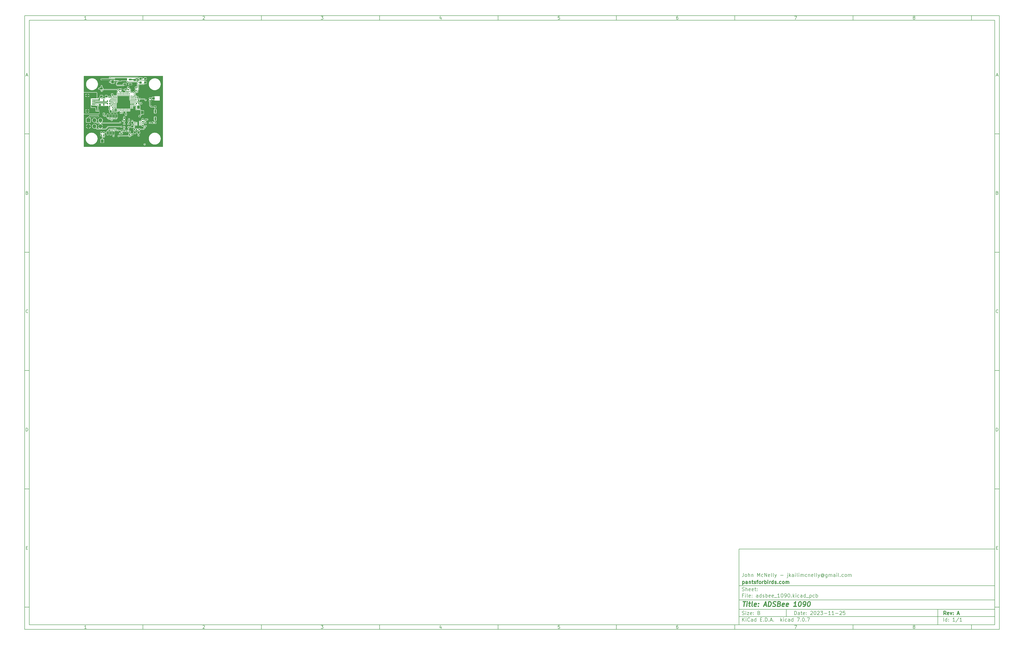
<source format=gbr>
G04 #@! TF.GenerationSoftware,KiCad,Pcbnew,7.0.7*
G04 #@! TF.CreationDate,2023-11-25T16:39:24-08:00*
G04 #@! TF.ProjectId,adsbee_1090,61647362-6565-45f3-9130-39302e6b6963,A*
G04 #@! TF.SameCoordinates,Original*
G04 #@! TF.FileFunction,Copper,L1,Top*
G04 #@! TF.FilePolarity,Positive*
%FSLAX46Y46*%
G04 Gerber Fmt 4.6, Leading zero omitted, Abs format (unit mm)*
G04 Created by KiCad (PCBNEW 7.0.7) date 2023-11-25 16:39:24*
%MOMM*%
%LPD*%
G01*
G04 APERTURE LIST*
G04 Aperture macros list*
%AMRoundRect*
0 Rectangle with rounded corners*
0 $1 Rounding radius*
0 $2 $3 $4 $5 $6 $7 $8 $9 X,Y pos of 4 corners*
0 Add a 4 corners polygon primitive as box body*
4,1,4,$2,$3,$4,$5,$6,$7,$8,$9,$2,$3,0*
0 Add four circle primitives for the rounded corners*
1,1,$1+$1,$2,$3*
1,1,$1+$1,$4,$5*
1,1,$1+$1,$6,$7*
1,1,$1+$1,$8,$9*
0 Add four rect primitives between the rounded corners*
20,1,$1+$1,$2,$3,$4,$5,0*
20,1,$1+$1,$4,$5,$6,$7,0*
20,1,$1+$1,$6,$7,$8,$9,0*
20,1,$1+$1,$8,$9,$2,$3,0*%
G04 Aperture macros list end*
%ADD10C,0.100000*%
%ADD11C,0.150000*%
%ADD12C,0.300000*%
%ADD13C,0.400000*%
G04 #@! TA.AperFunction,SMDPad,CuDef*
%ADD14RoundRect,0.140000X-0.140000X-0.170000X0.140000X-0.170000X0.140000X0.170000X-0.140000X0.170000X0*%
G04 #@! TD*
G04 #@! TA.AperFunction,SMDPad,CuDef*
%ADD15RoundRect,0.135000X0.185000X-0.135000X0.185000X0.135000X-0.185000X0.135000X-0.185000X-0.135000X0*%
G04 #@! TD*
G04 #@! TA.AperFunction,SMDPad,CuDef*
%ADD16RoundRect,0.225000X-0.225000X-0.250000X0.225000X-0.250000X0.225000X0.250000X-0.225000X0.250000X0*%
G04 #@! TD*
G04 #@! TA.AperFunction,SMDPad,CuDef*
%ADD17R,1.230000X1.360000*%
G04 #@! TD*
G04 #@! TA.AperFunction,SMDPad,CuDef*
%ADD18RoundRect,0.150000X0.150000X0.200000X-0.150000X0.200000X-0.150000X-0.200000X0.150000X-0.200000X0*%
G04 #@! TD*
G04 #@! TA.AperFunction,SMDPad,CuDef*
%ADD19RoundRect,0.140000X0.140000X0.170000X-0.140000X0.170000X-0.140000X-0.170000X0.140000X-0.170000X0*%
G04 #@! TD*
G04 #@! TA.AperFunction,SMDPad,CuDef*
%ADD20RoundRect,0.140000X-0.170000X0.140000X-0.170000X-0.140000X0.170000X-0.140000X0.170000X0.140000X0*%
G04 #@! TD*
G04 #@! TA.AperFunction,SMDPad,CuDef*
%ADD21RoundRect,0.140000X0.170000X-0.140000X0.170000X0.140000X-0.170000X0.140000X-0.170000X-0.140000X0*%
G04 #@! TD*
G04 #@! TA.AperFunction,SMDPad,CuDef*
%ADD22RoundRect,0.135000X0.135000X0.185000X-0.135000X0.185000X-0.135000X-0.185000X0.135000X-0.185000X0*%
G04 #@! TD*
G04 #@! TA.AperFunction,SMDPad,CuDef*
%ADD23RoundRect,0.050000X0.050000X-0.387500X0.050000X0.387500X-0.050000X0.387500X-0.050000X-0.387500X0*%
G04 #@! TD*
G04 #@! TA.AperFunction,SMDPad,CuDef*
%ADD24RoundRect,0.050000X0.387500X-0.050000X0.387500X0.050000X-0.387500X0.050000X-0.387500X-0.050000X0*%
G04 #@! TD*
G04 #@! TA.AperFunction,SMDPad,CuDef*
%ADD25R,3.200000X3.200000*%
G04 #@! TD*
G04 #@! TA.AperFunction,SMDPad,CuDef*
%ADD26RoundRect,0.100000X-0.575000X0.100000X-0.575000X-0.100000X0.575000X-0.100000X0.575000X0.100000X0*%
G04 #@! TD*
G04 #@! TA.AperFunction,ComponentPad*
%ADD27O,1.600000X0.900000*%
G04 #@! TD*
G04 #@! TA.AperFunction,SMDPad,CuDef*
%ADD28RoundRect,0.250000X-0.450000X0.550000X-0.450000X-0.550000X0.450000X-0.550000X0.450000X0.550000X0*%
G04 #@! TD*
G04 #@! TA.AperFunction,SMDPad,CuDef*
%ADD29RoundRect,0.250000X-0.700000X0.700000X-0.700000X-0.700000X0.700000X-0.700000X0.700000X0.700000X0*%
G04 #@! TD*
G04 #@! TA.AperFunction,SMDPad,CuDef*
%ADD30RoundRect,0.135000X-0.185000X0.135000X-0.185000X-0.135000X0.185000X-0.135000X0.185000X0.135000X0*%
G04 #@! TD*
G04 #@! TA.AperFunction,SMDPad,CuDef*
%ADD31RoundRect,0.150000X0.150000X-0.650000X0.150000X0.650000X-0.150000X0.650000X-0.150000X-0.650000X0*%
G04 #@! TD*
G04 #@! TA.AperFunction,SMDPad,CuDef*
%ADD32RoundRect,0.225000X-0.250000X0.225000X-0.250000X-0.225000X0.250000X-0.225000X0.250000X0.225000X0*%
G04 #@! TD*
G04 #@! TA.AperFunction,SMDPad,CuDef*
%ADD33R,0.550000X0.280000*%
G04 #@! TD*
G04 #@! TA.AperFunction,SMDPad,CuDef*
%ADD34R,0.600000X1.740000*%
G04 #@! TD*
G04 #@! TA.AperFunction,SMDPad,CuDef*
%ADD35R,1.200000X1.400000*%
G04 #@! TD*
G04 #@! TA.AperFunction,SMDPad,CuDef*
%ADD36RoundRect,0.150000X-0.512500X-0.150000X0.512500X-0.150000X0.512500X0.150000X-0.512500X0.150000X0*%
G04 #@! TD*
G04 #@! TA.AperFunction,SMDPad,CuDef*
%ADD37RoundRect,0.225000X-0.375000X0.225000X-0.375000X-0.225000X0.375000X-0.225000X0.375000X0.225000X0*%
G04 #@! TD*
G04 #@! TA.AperFunction,SMDPad,CuDef*
%ADD38R,1.000000X0.700000*%
G04 #@! TD*
G04 #@! TA.AperFunction,SMDPad,CuDef*
%ADD39R,0.600000X0.700000*%
G04 #@! TD*
G04 #@! TA.AperFunction,SMDPad,CuDef*
%ADD40RoundRect,0.135000X-0.135000X-0.185000X0.135000X-0.185000X0.135000X0.185000X-0.135000X0.185000X0*%
G04 #@! TD*
G04 #@! TA.AperFunction,SMDPad,CuDef*
%ADD41R,2.200000X1.050000*%
G04 #@! TD*
G04 #@! TA.AperFunction,SMDPad,CuDef*
%ADD42R,1.050000X1.000000*%
G04 #@! TD*
G04 #@! TA.AperFunction,SMDPad,CuDef*
%ADD43R,0.650000X0.400000*%
G04 #@! TD*
G04 #@! TA.AperFunction,SMDPad,CuDef*
%ADD44RoundRect,0.218750X0.256250X-0.218750X0.256250X0.218750X-0.256250X0.218750X-0.256250X-0.218750X0*%
G04 #@! TD*
G04 #@! TA.AperFunction,SMDPad,CuDef*
%ADD45RoundRect,0.218750X-0.218750X-0.256250X0.218750X-0.256250X0.218750X0.256250X-0.218750X0.256250X0*%
G04 #@! TD*
G04 #@! TA.AperFunction,SMDPad,CuDef*
%ADD46R,0.740000X2.310000*%
G04 #@! TD*
G04 #@! TA.AperFunction,SMDPad,CuDef*
%ADD47R,0.740000X1.400000*%
G04 #@! TD*
G04 #@! TA.AperFunction,ComponentPad*
%ADD48R,1.700000X1.700000*%
G04 #@! TD*
G04 #@! TA.AperFunction,ComponentPad*
%ADD49O,1.700000X1.700000*%
G04 #@! TD*
G04 #@! TA.AperFunction,ViaPad*
%ADD50C,0.500000*%
G04 #@! TD*
G04 #@! TA.AperFunction,Conductor*
%ADD51C,0.250000*%
G04 #@! TD*
G04 #@! TA.AperFunction,Conductor*
%ADD52C,0.150000*%
G04 #@! TD*
G04 #@! TA.AperFunction,Conductor*
%ADD53C,0.400000*%
G04 #@! TD*
G04 #@! TA.AperFunction,Conductor*
%ADD54C,0.320000*%
G04 #@! TD*
G04 #@! TA.AperFunction,Conductor*
%ADD55C,0.350000*%
G04 #@! TD*
G04 APERTURE END LIST*
D10*
D11*
X311800000Y-235400000D02*
X419800000Y-235400000D01*
X419800000Y-267400000D01*
X311800000Y-267400000D01*
X311800000Y-235400000D01*
D10*
D11*
X10000000Y-10000000D02*
X421800000Y-10000000D01*
X421800000Y-269400000D01*
X10000000Y-269400000D01*
X10000000Y-10000000D01*
D10*
D11*
X12000000Y-12000000D02*
X419800000Y-12000000D01*
X419800000Y-267400000D01*
X12000000Y-267400000D01*
X12000000Y-12000000D01*
D10*
D11*
X60000000Y-12000000D02*
X60000000Y-10000000D01*
D10*
D11*
X110000000Y-12000000D02*
X110000000Y-10000000D01*
D10*
D11*
X160000000Y-12000000D02*
X160000000Y-10000000D01*
D10*
D11*
X210000000Y-12000000D02*
X210000000Y-10000000D01*
D10*
D11*
X260000000Y-12000000D02*
X260000000Y-10000000D01*
D10*
D11*
X310000000Y-12000000D02*
X310000000Y-10000000D01*
D10*
D11*
X360000000Y-12000000D02*
X360000000Y-10000000D01*
D10*
D11*
X410000000Y-12000000D02*
X410000000Y-10000000D01*
D10*
D11*
X36089160Y-11593604D02*
X35346303Y-11593604D01*
X35717731Y-11593604D02*
X35717731Y-10293604D01*
X35717731Y-10293604D02*
X35593922Y-10479319D01*
X35593922Y-10479319D02*
X35470112Y-10603128D01*
X35470112Y-10603128D02*
X35346303Y-10665033D01*
D10*
D11*
X85346303Y-10417414D02*
X85408207Y-10355509D01*
X85408207Y-10355509D02*
X85532017Y-10293604D01*
X85532017Y-10293604D02*
X85841541Y-10293604D01*
X85841541Y-10293604D02*
X85965350Y-10355509D01*
X85965350Y-10355509D02*
X86027255Y-10417414D01*
X86027255Y-10417414D02*
X86089160Y-10541223D01*
X86089160Y-10541223D02*
X86089160Y-10665033D01*
X86089160Y-10665033D02*
X86027255Y-10850747D01*
X86027255Y-10850747D02*
X85284398Y-11593604D01*
X85284398Y-11593604D02*
X86089160Y-11593604D01*
D10*
D11*
X135284398Y-10293604D02*
X136089160Y-10293604D01*
X136089160Y-10293604D02*
X135655826Y-10788842D01*
X135655826Y-10788842D02*
X135841541Y-10788842D01*
X135841541Y-10788842D02*
X135965350Y-10850747D01*
X135965350Y-10850747D02*
X136027255Y-10912652D01*
X136027255Y-10912652D02*
X136089160Y-11036461D01*
X136089160Y-11036461D02*
X136089160Y-11345985D01*
X136089160Y-11345985D02*
X136027255Y-11469795D01*
X136027255Y-11469795D02*
X135965350Y-11531700D01*
X135965350Y-11531700D02*
X135841541Y-11593604D01*
X135841541Y-11593604D02*
X135470112Y-11593604D01*
X135470112Y-11593604D02*
X135346303Y-11531700D01*
X135346303Y-11531700D02*
X135284398Y-11469795D01*
D10*
D11*
X185965350Y-10726938D02*
X185965350Y-11593604D01*
X185655826Y-10231700D02*
X185346303Y-11160271D01*
X185346303Y-11160271D02*
X186151064Y-11160271D01*
D10*
D11*
X236027255Y-10293604D02*
X235408207Y-10293604D01*
X235408207Y-10293604D02*
X235346303Y-10912652D01*
X235346303Y-10912652D02*
X235408207Y-10850747D01*
X235408207Y-10850747D02*
X235532017Y-10788842D01*
X235532017Y-10788842D02*
X235841541Y-10788842D01*
X235841541Y-10788842D02*
X235965350Y-10850747D01*
X235965350Y-10850747D02*
X236027255Y-10912652D01*
X236027255Y-10912652D02*
X236089160Y-11036461D01*
X236089160Y-11036461D02*
X236089160Y-11345985D01*
X236089160Y-11345985D02*
X236027255Y-11469795D01*
X236027255Y-11469795D02*
X235965350Y-11531700D01*
X235965350Y-11531700D02*
X235841541Y-11593604D01*
X235841541Y-11593604D02*
X235532017Y-11593604D01*
X235532017Y-11593604D02*
X235408207Y-11531700D01*
X235408207Y-11531700D02*
X235346303Y-11469795D01*
D10*
D11*
X285965350Y-10293604D02*
X285717731Y-10293604D01*
X285717731Y-10293604D02*
X285593922Y-10355509D01*
X285593922Y-10355509D02*
X285532017Y-10417414D01*
X285532017Y-10417414D02*
X285408207Y-10603128D01*
X285408207Y-10603128D02*
X285346303Y-10850747D01*
X285346303Y-10850747D02*
X285346303Y-11345985D01*
X285346303Y-11345985D02*
X285408207Y-11469795D01*
X285408207Y-11469795D02*
X285470112Y-11531700D01*
X285470112Y-11531700D02*
X285593922Y-11593604D01*
X285593922Y-11593604D02*
X285841541Y-11593604D01*
X285841541Y-11593604D02*
X285965350Y-11531700D01*
X285965350Y-11531700D02*
X286027255Y-11469795D01*
X286027255Y-11469795D02*
X286089160Y-11345985D01*
X286089160Y-11345985D02*
X286089160Y-11036461D01*
X286089160Y-11036461D02*
X286027255Y-10912652D01*
X286027255Y-10912652D02*
X285965350Y-10850747D01*
X285965350Y-10850747D02*
X285841541Y-10788842D01*
X285841541Y-10788842D02*
X285593922Y-10788842D01*
X285593922Y-10788842D02*
X285470112Y-10850747D01*
X285470112Y-10850747D02*
X285408207Y-10912652D01*
X285408207Y-10912652D02*
X285346303Y-11036461D01*
D10*
D11*
X335284398Y-10293604D02*
X336151064Y-10293604D01*
X336151064Y-10293604D02*
X335593922Y-11593604D01*
D10*
D11*
X385593922Y-10850747D02*
X385470112Y-10788842D01*
X385470112Y-10788842D02*
X385408207Y-10726938D01*
X385408207Y-10726938D02*
X385346303Y-10603128D01*
X385346303Y-10603128D02*
X385346303Y-10541223D01*
X385346303Y-10541223D02*
X385408207Y-10417414D01*
X385408207Y-10417414D02*
X385470112Y-10355509D01*
X385470112Y-10355509D02*
X385593922Y-10293604D01*
X385593922Y-10293604D02*
X385841541Y-10293604D01*
X385841541Y-10293604D02*
X385965350Y-10355509D01*
X385965350Y-10355509D02*
X386027255Y-10417414D01*
X386027255Y-10417414D02*
X386089160Y-10541223D01*
X386089160Y-10541223D02*
X386089160Y-10603128D01*
X386089160Y-10603128D02*
X386027255Y-10726938D01*
X386027255Y-10726938D02*
X385965350Y-10788842D01*
X385965350Y-10788842D02*
X385841541Y-10850747D01*
X385841541Y-10850747D02*
X385593922Y-10850747D01*
X385593922Y-10850747D02*
X385470112Y-10912652D01*
X385470112Y-10912652D02*
X385408207Y-10974557D01*
X385408207Y-10974557D02*
X385346303Y-11098366D01*
X385346303Y-11098366D02*
X385346303Y-11345985D01*
X385346303Y-11345985D02*
X385408207Y-11469795D01*
X385408207Y-11469795D02*
X385470112Y-11531700D01*
X385470112Y-11531700D02*
X385593922Y-11593604D01*
X385593922Y-11593604D02*
X385841541Y-11593604D01*
X385841541Y-11593604D02*
X385965350Y-11531700D01*
X385965350Y-11531700D02*
X386027255Y-11469795D01*
X386027255Y-11469795D02*
X386089160Y-11345985D01*
X386089160Y-11345985D02*
X386089160Y-11098366D01*
X386089160Y-11098366D02*
X386027255Y-10974557D01*
X386027255Y-10974557D02*
X385965350Y-10912652D01*
X385965350Y-10912652D02*
X385841541Y-10850747D01*
D10*
D11*
X60000000Y-267400000D02*
X60000000Y-269400000D01*
D10*
D11*
X110000000Y-267400000D02*
X110000000Y-269400000D01*
D10*
D11*
X160000000Y-267400000D02*
X160000000Y-269400000D01*
D10*
D11*
X210000000Y-267400000D02*
X210000000Y-269400000D01*
D10*
D11*
X260000000Y-267400000D02*
X260000000Y-269400000D01*
D10*
D11*
X310000000Y-267400000D02*
X310000000Y-269400000D01*
D10*
D11*
X360000000Y-267400000D02*
X360000000Y-269400000D01*
D10*
D11*
X410000000Y-267400000D02*
X410000000Y-269400000D01*
D10*
D11*
X36089160Y-268993604D02*
X35346303Y-268993604D01*
X35717731Y-268993604D02*
X35717731Y-267693604D01*
X35717731Y-267693604D02*
X35593922Y-267879319D01*
X35593922Y-267879319D02*
X35470112Y-268003128D01*
X35470112Y-268003128D02*
X35346303Y-268065033D01*
D10*
D11*
X85346303Y-267817414D02*
X85408207Y-267755509D01*
X85408207Y-267755509D02*
X85532017Y-267693604D01*
X85532017Y-267693604D02*
X85841541Y-267693604D01*
X85841541Y-267693604D02*
X85965350Y-267755509D01*
X85965350Y-267755509D02*
X86027255Y-267817414D01*
X86027255Y-267817414D02*
X86089160Y-267941223D01*
X86089160Y-267941223D02*
X86089160Y-268065033D01*
X86089160Y-268065033D02*
X86027255Y-268250747D01*
X86027255Y-268250747D02*
X85284398Y-268993604D01*
X85284398Y-268993604D02*
X86089160Y-268993604D01*
D10*
D11*
X135284398Y-267693604D02*
X136089160Y-267693604D01*
X136089160Y-267693604D02*
X135655826Y-268188842D01*
X135655826Y-268188842D02*
X135841541Y-268188842D01*
X135841541Y-268188842D02*
X135965350Y-268250747D01*
X135965350Y-268250747D02*
X136027255Y-268312652D01*
X136027255Y-268312652D02*
X136089160Y-268436461D01*
X136089160Y-268436461D02*
X136089160Y-268745985D01*
X136089160Y-268745985D02*
X136027255Y-268869795D01*
X136027255Y-268869795D02*
X135965350Y-268931700D01*
X135965350Y-268931700D02*
X135841541Y-268993604D01*
X135841541Y-268993604D02*
X135470112Y-268993604D01*
X135470112Y-268993604D02*
X135346303Y-268931700D01*
X135346303Y-268931700D02*
X135284398Y-268869795D01*
D10*
D11*
X185965350Y-268126938D02*
X185965350Y-268993604D01*
X185655826Y-267631700D02*
X185346303Y-268560271D01*
X185346303Y-268560271D02*
X186151064Y-268560271D01*
D10*
D11*
X236027255Y-267693604D02*
X235408207Y-267693604D01*
X235408207Y-267693604D02*
X235346303Y-268312652D01*
X235346303Y-268312652D02*
X235408207Y-268250747D01*
X235408207Y-268250747D02*
X235532017Y-268188842D01*
X235532017Y-268188842D02*
X235841541Y-268188842D01*
X235841541Y-268188842D02*
X235965350Y-268250747D01*
X235965350Y-268250747D02*
X236027255Y-268312652D01*
X236027255Y-268312652D02*
X236089160Y-268436461D01*
X236089160Y-268436461D02*
X236089160Y-268745985D01*
X236089160Y-268745985D02*
X236027255Y-268869795D01*
X236027255Y-268869795D02*
X235965350Y-268931700D01*
X235965350Y-268931700D02*
X235841541Y-268993604D01*
X235841541Y-268993604D02*
X235532017Y-268993604D01*
X235532017Y-268993604D02*
X235408207Y-268931700D01*
X235408207Y-268931700D02*
X235346303Y-268869795D01*
D10*
D11*
X285965350Y-267693604D02*
X285717731Y-267693604D01*
X285717731Y-267693604D02*
X285593922Y-267755509D01*
X285593922Y-267755509D02*
X285532017Y-267817414D01*
X285532017Y-267817414D02*
X285408207Y-268003128D01*
X285408207Y-268003128D02*
X285346303Y-268250747D01*
X285346303Y-268250747D02*
X285346303Y-268745985D01*
X285346303Y-268745985D02*
X285408207Y-268869795D01*
X285408207Y-268869795D02*
X285470112Y-268931700D01*
X285470112Y-268931700D02*
X285593922Y-268993604D01*
X285593922Y-268993604D02*
X285841541Y-268993604D01*
X285841541Y-268993604D02*
X285965350Y-268931700D01*
X285965350Y-268931700D02*
X286027255Y-268869795D01*
X286027255Y-268869795D02*
X286089160Y-268745985D01*
X286089160Y-268745985D02*
X286089160Y-268436461D01*
X286089160Y-268436461D02*
X286027255Y-268312652D01*
X286027255Y-268312652D02*
X285965350Y-268250747D01*
X285965350Y-268250747D02*
X285841541Y-268188842D01*
X285841541Y-268188842D02*
X285593922Y-268188842D01*
X285593922Y-268188842D02*
X285470112Y-268250747D01*
X285470112Y-268250747D02*
X285408207Y-268312652D01*
X285408207Y-268312652D02*
X285346303Y-268436461D01*
D10*
D11*
X335284398Y-267693604D02*
X336151064Y-267693604D01*
X336151064Y-267693604D02*
X335593922Y-268993604D01*
D10*
D11*
X385593922Y-268250747D02*
X385470112Y-268188842D01*
X385470112Y-268188842D02*
X385408207Y-268126938D01*
X385408207Y-268126938D02*
X385346303Y-268003128D01*
X385346303Y-268003128D02*
X385346303Y-267941223D01*
X385346303Y-267941223D02*
X385408207Y-267817414D01*
X385408207Y-267817414D02*
X385470112Y-267755509D01*
X385470112Y-267755509D02*
X385593922Y-267693604D01*
X385593922Y-267693604D02*
X385841541Y-267693604D01*
X385841541Y-267693604D02*
X385965350Y-267755509D01*
X385965350Y-267755509D02*
X386027255Y-267817414D01*
X386027255Y-267817414D02*
X386089160Y-267941223D01*
X386089160Y-267941223D02*
X386089160Y-268003128D01*
X386089160Y-268003128D02*
X386027255Y-268126938D01*
X386027255Y-268126938D02*
X385965350Y-268188842D01*
X385965350Y-268188842D02*
X385841541Y-268250747D01*
X385841541Y-268250747D02*
X385593922Y-268250747D01*
X385593922Y-268250747D02*
X385470112Y-268312652D01*
X385470112Y-268312652D02*
X385408207Y-268374557D01*
X385408207Y-268374557D02*
X385346303Y-268498366D01*
X385346303Y-268498366D02*
X385346303Y-268745985D01*
X385346303Y-268745985D02*
X385408207Y-268869795D01*
X385408207Y-268869795D02*
X385470112Y-268931700D01*
X385470112Y-268931700D02*
X385593922Y-268993604D01*
X385593922Y-268993604D02*
X385841541Y-268993604D01*
X385841541Y-268993604D02*
X385965350Y-268931700D01*
X385965350Y-268931700D02*
X386027255Y-268869795D01*
X386027255Y-268869795D02*
X386089160Y-268745985D01*
X386089160Y-268745985D02*
X386089160Y-268498366D01*
X386089160Y-268498366D02*
X386027255Y-268374557D01*
X386027255Y-268374557D02*
X385965350Y-268312652D01*
X385965350Y-268312652D02*
X385841541Y-268250747D01*
D10*
D11*
X10000000Y-60000000D02*
X12000000Y-60000000D01*
D10*
D11*
X10000000Y-110000000D02*
X12000000Y-110000000D01*
D10*
D11*
X10000000Y-160000000D02*
X12000000Y-160000000D01*
D10*
D11*
X10000000Y-210000000D02*
X12000000Y-210000000D01*
D10*
D11*
X10000000Y-260000000D02*
X12000000Y-260000000D01*
D10*
D11*
X10690476Y-35222176D02*
X11309523Y-35222176D01*
X10566666Y-35593604D02*
X10999999Y-34293604D01*
X10999999Y-34293604D02*
X11433333Y-35593604D01*
D10*
D11*
X11092857Y-84912652D02*
X11278571Y-84974557D01*
X11278571Y-84974557D02*
X11340476Y-85036461D01*
X11340476Y-85036461D02*
X11402380Y-85160271D01*
X11402380Y-85160271D02*
X11402380Y-85345985D01*
X11402380Y-85345985D02*
X11340476Y-85469795D01*
X11340476Y-85469795D02*
X11278571Y-85531700D01*
X11278571Y-85531700D02*
X11154761Y-85593604D01*
X11154761Y-85593604D02*
X10659523Y-85593604D01*
X10659523Y-85593604D02*
X10659523Y-84293604D01*
X10659523Y-84293604D02*
X11092857Y-84293604D01*
X11092857Y-84293604D02*
X11216666Y-84355509D01*
X11216666Y-84355509D02*
X11278571Y-84417414D01*
X11278571Y-84417414D02*
X11340476Y-84541223D01*
X11340476Y-84541223D02*
X11340476Y-84665033D01*
X11340476Y-84665033D02*
X11278571Y-84788842D01*
X11278571Y-84788842D02*
X11216666Y-84850747D01*
X11216666Y-84850747D02*
X11092857Y-84912652D01*
X11092857Y-84912652D02*
X10659523Y-84912652D01*
D10*
D11*
X11402380Y-135469795D02*
X11340476Y-135531700D01*
X11340476Y-135531700D02*
X11154761Y-135593604D01*
X11154761Y-135593604D02*
X11030952Y-135593604D01*
X11030952Y-135593604D02*
X10845238Y-135531700D01*
X10845238Y-135531700D02*
X10721428Y-135407890D01*
X10721428Y-135407890D02*
X10659523Y-135284080D01*
X10659523Y-135284080D02*
X10597619Y-135036461D01*
X10597619Y-135036461D02*
X10597619Y-134850747D01*
X10597619Y-134850747D02*
X10659523Y-134603128D01*
X10659523Y-134603128D02*
X10721428Y-134479319D01*
X10721428Y-134479319D02*
X10845238Y-134355509D01*
X10845238Y-134355509D02*
X11030952Y-134293604D01*
X11030952Y-134293604D02*
X11154761Y-134293604D01*
X11154761Y-134293604D02*
X11340476Y-134355509D01*
X11340476Y-134355509D02*
X11402380Y-134417414D01*
D10*
D11*
X10659523Y-185593604D02*
X10659523Y-184293604D01*
X10659523Y-184293604D02*
X10969047Y-184293604D01*
X10969047Y-184293604D02*
X11154761Y-184355509D01*
X11154761Y-184355509D02*
X11278571Y-184479319D01*
X11278571Y-184479319D02*
X11340476Y-184603128D01*
X11340476Y-184603128D02*
X11402380Y-184850747D01*
X11402380Y-184850747D02*
X11402380Y-185036461D01*
X11402380Y-185036461D02*
X11340476Y-185284080D01*
X11340476Y-185284080D02*
X11278571Y-185407890D01*
X11278571Y-185407890D02*
X11154761Y-185531700D01*
X11154761Y-185531700D02*
X10969047Y-185593604D01*
X10969047Y-185593604D02*
X10659523Y-185593604D01*
D10*
D11*
X10721428Y-234912652D02*
X11154762Y-234912652D01*
X11340476Y-235593604D02*
X10721428Y-235593604D01*
X10721428Y-235593604D02*
X10721428Y-234293604D01*
X10721428Y-234293604D02*
X11340476Y-234293604D01*
D10*
D11*
X421800000Y-60000000D02*
X419800000Y-60000000D01*
D10*
D11*
X421800000Y-110000000D02*
X419800000Y-110000000D01*
D10*
D11*
X421800000Y-160000000D02*
X419800000Y-160000000D01*
D10*
D11*
X421800000Y-210000000D02*
X419800000Y-210000000D01*
D10*
D11*
X421800000Y-260000000D02*
X419800000Y-260000000D01*
D10*
D11*
X420490476Y-35222176D02*
X421109523Y-35222176D01*
X420366666Y-35593604D02*
X420799999Y-34293604D01*
X420799999Y-34293604D02*
X421233333Y-35593604D01*
D10*
D11*
X420892857Y-84912652D02*
X421078571Y-84974557D01*
X421078571Y-84974557D02*
X421140476Y-85036461D01*
X421140476Y-85036461D02*
X421202380Y-85160271D01*
X421202380Y-85160271D02*
X421202380Y-85345985D01*
X421202380Y-85345985D02*
X421140476Y-85469795D01*
X421140476Y-85469795D02*
X421078571Y-85531700D01*
X421078571Y-85531700D02*
X420954761Y-85593604D01*
X420954761Y-85593604D02*
X420459523Y-85593604D01*
X420459523Y-85593604D02*
X420459523Y-84293604D01*
X420459523Y-84293604D02*
X420892857Y-84293604D01*
X420892857Y-84293604D02*
X421016666Y-84355509D01*
X421016666Y-84355509D02*
X421078571Y-84417414D01*
X421078571Y-84417414D02*
X421140476Y-84541223D01*
X421140476Y-84541223D02*
X421140476Y-84665033D01*
X421140476Y-84665033D02*
X421078571Y-84788842D01*
X421078571Y-84788842D02*
X421016666Y-84850747D01*
X421016666Y-84850747D02*
X420892857Y-84912652D01*
X420892857Y-84912652D02*
X420459523Y-84912652D01*
D10*
D11*
X421202380Y-135469795D02*
X421140476Y-135531700D01*
X421140476Y-135531700D02*
X420954761Y-135593604D01*
X420954761Y-135593604D02*
X420830952Y-135593604D01*
X420830952Y-135593604D02*
X420645238Y-135531700D01*
X420645238Y-135531700D02*
X420521428Y-135407890D01*
X420521428Y-135407890D02*
X420459523Y-135284080D01*
X420459523Y-135284080D02*
X420397619Y-135036461D01*
X420397619Y-135036461D02*
X420397619Y-134850747D01*
X420397619Y-134850747D02*
X420459523Y-134603128D01*
X420459523Y-134603128D02*
X420521428Y-134479319D01*
X420521428Y-134479319D02*
X420645238Y-134355509D01*
X420645238Y-134355509D02*
X420830952Y-134293604D01*
X420830952Y-134293604D02*
X420954761Y-134293604D01*
X420954761Y-134293604D02*
X421140476Y-134355509D01*
X421140476Y-134355509D02*
X421202380Y-134417414D01*
D10*
D11*
X420459523Y-185593604D02*
X420459523Y-184293604D01*
X420459523Y-184293604D02*
X420769047Y-184293604D01*
X420769047Y-184293604D02*
X420954761Y-184355509D01*
X420954761Y-184355509D02*
X421078571Y-184479319D01*
X421078571Y-184479319D02*
X421140476Y-184603128D01*
X421140476Y-184603128D02*
X421202380Y-184850747D01*
X421202380Y-184850747D02*
X421202380Y-185036461D01*
X421202380Y-185036461D02*
X421140476Y-185284080D01*
X421140476Y-185284080D02*
X421078571Y-185407890D01*
X421078571Y-185407890D02*
X420954761Y-185531700D01*
X420954761Y-185531700D02*
X420769047Y-185593604D01*
X420769047Y-185593604D02*
X420459523Y-185593604D01*
D10*
D11*
X420521428Y-234912652D02*
X420954762Y-234912652D01*
X421140476Y-235593604D02*
X420521428Y-235593604D01*
X420521428Y-235593604D02*
X420521428Y-234293604D01*
X420521428Y-234293604D02*
X421140476Y-234293604D01*
D10*
D11*
X335255826Y-263186128D02*
X335255826Y-261686128D01*
X335255826Y-261686128D02*
X335612969Y-261686128D01*
X335612969Y-261686128D02*
X335827255Y-261757557D01*
X335827255Y-261757557D02*
X335970112Y-261900414D01*
X335970112Y-261900414D02*
X336041541Y-262043271D01*
X336041541Y-262043271D02*
X336112969Y-262328985D01*
X336112969Y-262328985D02*
X336112969Y-262543271D01*
X336112969Y-262543271D02*
X336041541Y-262828985D01*
X336041541Y-262828985D02*
X335970112Y-262971842D01*
X335970112Y-262971842D02*
X335827255Y-263114700D01*
X335827255Y-263114700D02*
X335612969Y-263186128D01*
X335612969Y-263186128D02*
X335255826Y-263186128D01*
X337398684Y-263186128D02*
X337398684Y-262400414D01*
X337398684Y-262400414D02*
X337327255Y-262257557D01*
X337327255Y-262257557D02*
X337184398Y-262186128D01*
X337184398Y-262186128D02*
X336898684Y-262186128D01*
X336898684Y-262186128D02*
X336755826Y-262257557D01*
X337398684Y-263114700D02*
X337255826Y-263186128D01*
X337255826Y-263186128D02*
X336898684Y-263186128D01*
X336898684Y-263186128D02*
X336755826Y-263114700D01*
X336755826Y-263114700D02*
X336684398Y-262971842D01*
X336684398Y-262971842D02*
X336684398Y-262828985D01*
X336684398Y-262828985D02*
X336755826Y-262686128D01*
X336755826Y-262686128D02*
X336898684Y-262614700D01*
X336898684Y-262614700D02*
X337255826Y-262614700D01*
X337255826Y-262614700D02*
X337398684Y-262543271D01*
X337898684Y-262186128D02*
X338470112Y-262186128D01*
X338112969Y-261686128D02*
X338112969Y-262971842D01*
X338112969Y-262971842D02*
X338184398Y-263114700D01*
X338184398Y-263114700D02*
X338327255Y-263186128D01*
X338327255Y-263186128D02*
X338470112Y-263186128D01*
X339541541Y-263114700D02*
X339398684Y-263186128D01*
X339398684Y-263186128D02*
X339112970Y-263186128D01*
X339112970Y-263186128D02*
X338970112Y-263114700D01*
X338970112Y-263114700D02*
X338898684Y-262971842D01*
X338898684Y-262971842D02*
X338898684Y-262400414D01*
X338898684Y-262400414D02*
X338970112Y-262257557D01*
X338970112Y-262257557D02*
X339112970Y-262186128D01*
X339112970Y-262186128D02*
X339398684Y-262186128D01*
X339398684Y-262186128D02*
X339541541Y-262257557D01*
X339541541Y-262257557D02*
X339612970Y-262400414D01*
X339612970Y-262400414D02*
X339612970Y-262543271D01*
X339612970Y-262543271D02*
X338898684Y-262686128D01*
X340255826Y-263043271D02*
X340327255Y-263114700D01*
X340327255Y-263114700D02*
X340255826Y-263186128D01*
X340255826Y-263186128D02*
X340184398Y-263114700D01*
X340184398Y-263114700D02*
X340255826Y-263043271D01*
X340255826Y-263043271D02*
X340255826Y-263186128D01*
X340255826Y-262257557D02*
X340327255Y-262328985D01*
X340327255Y-262328985D02*
X340255826Y-262400414D01*
X340255826Y-262400414D02*
X340184398Y-262328985D01*
X340184398Y-262328985D02*
X340255826Y-262257557D01*
X340255826Y-262257557D02*
X340255826Y-262400414D01*
X342041541Y-261828985D02*
X342112969Y-261757557D01*
X342112969Y-261757557D02*
X342255827Y-261686128D01*
X342255827Y-261686128D02*
X342612969Y-261686128D01*
X342612969Y-261686128D02*
X342755827Y-261757557D01*
X342755827Y-261757557D02*
X342827255Y-261828985D01*
X342827255Y-261828985D02*
X342898684Y-261971842D01*
X342898684Y-261971842D02*
X342898684Y-262114700D01*
X342898684Y-262114700D02*
X342827255Y-262328985D01*
X342827255Y-262328985D02*
X341970112Y-263186128D01*
X341970112Y-263186128D02*
X342898684Y-263186128D01*
X343827255Y-261686128D02*
X343970112Y-261686128D01*
X343970112Y-261686128D02*
X344112969Y-261757557D01*
X344112969Y-261757557D02*
X344184398Y-261828985D01*
X344184398Y-261828985D02*
X344255826Y-261971842D01*
X344255826Y-261971842D02*
X344327255Y-262257557D01*
X344327255Y-262257557D02*
X344327255Y-262614700D01*
X344327255Y-262614700D02*
X344255826Y-262900414D01*
X344255826Y-262900414D02*
X344184398Y-263043271D01*
X344184398Y-263043271D02*
X344112969Y-263114700D01*
X344112969Y-263114700D02*
X343970112Y-263186128D01*
X343970112Y-263186128D02*
X343827255Y-263186128D01*
X343827255Y-263186128D02*
X343684398Y-263114700D01*
X343684398Y-263114700D02*
X343612969Y-263043271D01*
X343612969Y-263043271D02*
X343541540Y-262900414D01*
X343541540Y-262900414D02*
X343470112Y-262614700D01*
X343470112Y-262614700D02*
X343470112Y-262257557D01*
X343470112Y-262257557D02*
X343541540Y-261971842D01*
X343541540Y-261971842D02*
X343612969Y-261828985D01*
X343612969Y-261828985D02*
X343684398Y-261757557D01*
X343684398Y-261757557D02*
X343827255Y-261686128D01*
X344898683Y-261828985D02*
X344970111Y-261757557D01*
X344970111Y-261757557D02*
X345112969Y-261686128D01*
X345112969Y-261686128D02*
X345470111Y-261686128D01*
X345470111Y-261686128D02*
X345612969Y-261757557D01*
X345612969Y-261757557D02*
X345684397Y-261828985D01*
X345684397Y-261828985D02*
X345755826Y-261971842D01*
X345755826Y-261971842D02*
X345755826Y-262114700D01*
X345755826Y-262114700D02*
X345684397Y-262328985D01*
X345684397Y-262328985D02*
X344827254Y-263186128D01*
X344827254Y-263186128D02*
X345755826Y-263186128D01*
X346255825Y-261686128D02*
X347184397Y-261686128D01*
X347184397Y-261686128D02*
X346684397Y-262257557D01*
X346684397Y-262257557D02*
X346898682Y-262257557D01*
X346898682Y-262257557D02*
X347041540Y-262328985D01*
X347041540Y-262328985D02*
X347112968Y-262400414D01*
X347112968Y-262400414D02*
X347184397Y-262543271D01*
X347184397Y-262543271D02*
X347184397Y-262900414D01*
X347184397Y-262900414D02*
X347112968Y-263043271D01*
X347112968Y-263043271D02*
X347041540Y-263114700D01*
X347041540Y-263114700D02*
X346898682Y-263186128D01*
X346898682Y-263186128D02*
X346470111Y-263186128D01*
X346470111Y-263186128D02*
X346327254Y-263114700D01*
X346327254Y-263114700D02*
X346255825Y-263043271D01*
X347827253Y-262614700D02*
X348970111Y-262614700D01*
X350470111Y-263186128D02*
X349612968Y-263186128D01*
X350041539Y-263186128D02*
X350041539Y-261686128D01*
X350041539Y-261686128D02*
X349898682Y-261900414D01*
X349898682Y-261900414D02*
X349755825Y-262043271D01*
X349755825Y-262043271D02*
X349612968Y-262114700D01*
X351898682Y-263186128D02*
X351041539Y-263186128D01*
X351470110Y-263186128D02*
X351470110Y-261686128D01*
X351470110Y-261686128D02*
X351327253Y-261900414D01*
X351327253Y-261900414D02*
X351184396Y-262043271D01*
X351184396Y-262043271D02*
X351041539Y-262114700D01*
X352541538Y-262614700D02*
X353684396Y-262614700D01*
X354327253Y-261828985D02*
X354398681Y-261757557D01*
X354398681Y-261757557D02*
X354541539Y-261686128D01*
X354541539Y-261686128D02*
X354898681Y-261686128D01*
X354898681Y-261686128D02*
X355041539Y-261757557D01*
X355041539Y-261757557D02*
X355112967Y-261828985D01*
X355112967Y-261828985D02*
X355184396Y-261971842D01*
X355184396Y-261971842D02*
X355184396Y-262114700D01*
X355184396Y-262114700D02*
X355112967Y-262328985D01*
X355112967Y-262328985D02*
X354255824Y-263186128D01*
X354255824Y-263186128D02*
X355184396Y-263186128D01*
X356541538Y-261686128D02*
X355827252Y-261686128D01*
X355827252Y-261686128D02*
X355755824Y-262400414D01*
X355755824Y-262400414D02*
X355827252Y-262328985D01*
X355827252Y-262328985D02*
X355970110Y-262257557D01*
X355970110Y-262257557D02*
X356327252Y-262257557D01*
X356327252Y-262257557D02*
X356470110Y-262328985D01*
X356470110Y-262328985D02*
X356541538Y-262400414D01*
X356541538Y-262400414D02*
X356612967Y-262543271D01*
X356612967Y-262543271D02*
X356612967Y-262900414D01*
X356612967Y-262900414D02*
X356541538Y-263043271D01*
X356541538Y-263043271D02*
X356470110Y-263114700D01*
X356470110Y-263114700D02*
X356327252Y-263186128D01*
X356327252Y-263186128D02*
X355970110Y-263186128D01*
X355970110Y-263186128D02*
X355827252Y-263114700D01*
X355827252Y-263114700D02*
X355755824Y-263043271D01*
D10*
D11*
X311800000Y-263900000D02*
X419800000Y-263900000D01*
D10*
D11*
X313255826Y-265986128D02*
X313255826Y-264486128D01*
X314112969Y-265986128D02*
X313470112Y-265128985D01*
X314112969Y-264486128D02*
X313255826Y-265343271D01*
X314755826Y-265986128D02*
X314755826Y-264986128D01*
X314755826Y-264486128D02*
X314684398Y-264557557D01*
X314684398Y-264557557D02*
X314755826Y-264628985D01*
X314755826Y-264628985D02*
X314827255Y-264557557D01*
X314827255Y-264557557D02*
X314755826Y-264486128D01*
X314755826Y-264486128D02*
X314755826Y-264628985D01*
X316327255Y-265843271D02*
X316255827Y-265914700D01*
X316255827Y-265914700D02*
X316041541Y-265986128D01*
X316041541Y-265986128D02*
X315898684Y-265986128D01*
X315898684Y-265986128D02*
X315684398Y-265914700D01*
X315684398Y-265914700D02*
X315541541Y-265771842D01*
X315541541Y-265771842D02*
X315470112Y-265628985D01*
X315470112Y-265628985D02*
X315398684Y-265343271D01*
X315398684Y-265343271D02*
X315398684Y-265128985D01*
X315398684Y-265128985D02*
X315470112Y-264843271D01*
X315470112Y-264843271D02*
X315541541Y-264700414D01*
X315541541Y-264700414D02*
X315684398Y-264557557D01*
X315684398Y-264557557D02*
X315898684Y-264486128D01*
X315898684Y-264486128D02*
X316041541Y-264486128D01*
X316041541Y-264486128D02*
X316255827Y-264557557D01*
X316255827Y-264557557D02*
X316327255Y-264628985D01*
X317612970Y-265986128D02*
X317612970Y-265200414D01*
X317612970Y-265200414D02*
X317541541Y-265057557D01*
X317541541Y-265057557D02*
X317398684Y-264986128D01*
X317398684Y-264986128D02*
X317112970Y-264986128D01*
X317112970Y-264986128D02*
X316970112Y-265057557D01*
X317612970Y-265914700D02*
X317470112Y-265986128D01*
X317470112Y-265986128D02*
X317112970Y-265986128D01*
X317112970Y-265986128D02*
X316970112Y-265914700D01*
X316970112Y-265914700D02*
X316898684Y-265771842D01*
X316898684Y-265771842D02*
X316898684Y-265628985D01*
X316898684Y-265628985D02*
X316970112Y-265486128D01*
X316970112Y-265486128D02*
X317112970Y-265414700D01*
X317112970Y-265414700D02*
X317470112Y-265414700D01*
X317470112Y-265414700D02*
X317612970Y-265343271D01*
X318970113Y-265986128D02*
X318970113Y-264486128D01*
X318970113Y-265914700D02*
X318827255Y-265986128D01*
X318827255Y-265986128D02*
X318541541Y-265986128D01*
X318541541Y-265986128D02*
X318398684Y-265914700D01*
X318398684Y-265914700D02*
X318327255Y-265843271D01*
X318327255Y-265843271D02*
X318255827Y-265700414D01*
X318255827Y-265700414D02*
X318255827Y-265271842D01*
X318255827Y-265271842D02*
X318327255Y-265128985D01*
X318327255Y-265128985D02*
X318398684Y-265057557D01*
X318398684Y-265057557D02*
X318541541Y-264986128D01*
X318541541Y-264986128D02*
X318827255Y-264986128D01*
X318827255Y-264986128D02*
X318970113Y-265057557D01*
X320827255Y-265200414D02*
X321327255Y-265200414D01*
X321541541Y-265986128D02*
X320827255Y-265986128D01*
X320827255Y-265986128D02*
X320827255Y-264486128D01*
X320827255Y-264486128D02*
X321541541Y-264486128D01*
X322184398Y-265843271D02*
X322255827Y-265914700D01*
X322255827Y-265914700D02*
X322184398Y-265986128D01*
X322184398Y-265986128D02*
X322112970Y-265914700D01*
X322112970Y-265914700D02*
X322184398Y-265843271D01*
X322184398Y-265843271D02*
X322184398Y-265986128D01*
X322898684Y-265986128D02*
X322898684Y-264486128D01*
X322898684Y-264486128D02*
X323255827Y-264486128D01*
X323255827Y-264486128D02*
X323470113Y-264557557D01*
X323470113Y-264557557D02*
X323612970Y-264700414D01*
X323612970Y-264700414D02*
X323684399Y-264843271D01*
X323684399Y-264843271D02*
X323755827Y-265128985D01*
X323755827Y-265128985D02*
X323755827Y-265343271D01*
X323755827Y-265343271D02*
X323684399Y-265628985D01*
X323684399Y-265628985D02*
X323612970Y-265771842D01*
X323612970Y-265771842D02*
X323470113Y-265914700D01*
X323470113Y-265914700D02*
X323255827Y-265986128D01*
X323255827Y-265986128D02*
X322898684Y-265986128D01*
X324398684Y-265843271D02*
X324470113Y-265914700D01*
X324470113Y-265914700D02*
X324398684Y-265986128D01*
X324398684Y-265986128D02*
X324327256Y-265914700D01*
X324327256Y-265914700D02*
X324398684Y-265843271D01*
X324398684Y-265843271D02*
X324398684Y-265986128D01*
X325041542Y-265557557D02*
X325755828Y-265557557D01*
X324898685Y-265986128D02*
X325398685Y-264486128D01*
X325398685Y-264486128D02*
X325898685Y-265986128D01*
X326398684Y-265843271D02*
X326470113Y-265914700D01*
X326470113Y-265914700D02*
X326398684Y-265986128D01*
X326398684Y-265986128D02*
X326327256Y-265914700D01*
X326327256Y-265914700D02*
X326398684Y-265843271D01*
X326398684Y-265843271D02*
X326398684Y-265986128D01*
X329398684Y-265986128D02*
X329398684Y-264486128D01*
X329541542Y-265414700D02*
X329970113Y-265986128D01*
X329970113Y-264986128D02*
X329398684Y-265557557D01*
X330612970Y-265986128D02*
X330612970Y-264986128D01*
X330612970Y-264486128D02*
X330541542Y-264557557D01*
X330541542Y-264557557D02*
X330612970Y-264628985D01*
X330612970Y-264628985D02*
X330684399Y-264557557D01*
X330684399Y-264557557D02*
X330612970Y-264486128D01*
X330612970Y-264486128D02*
X330612970Y-264628985D01*
X331970114Y-265914700D02*
X331827256Y-265986128D01*
X331827256Y-265986128D02*
X331541542Y-265986128D01*
X331541542Y-265986128D02*
X331398685Y-265914700D01*
X331398685Y-265914700D02*
X331327256Y-265843271D01*
X331327256Y-265843271D02*
X331255828Y-265700414D01*
X331255828Y-265700414D02*
X331255828Y-265271842D01*
X331255828Y-265271842D02*
X331327256Y-265128985D01*
X331327256Y-265128985D02*
X331398685Y-265057557D01*
X331398685Y-265057557D02*
X331541542Y-264986128D01*
X331541542Y-264986128D02*
X331827256Y-264986128D01*
X331827256Y-264986128D02*
X331970114Y-265057557D01*
X333255828Y-265986128D02*
X333255828Y-265200414D01*
X333255828Y-265200414D02*
X333184399Y-265057557D01*
X333184399Y-265057557D02*
X333041542Y-264986128D01*
X333041542Y-264986128D02*
X332755828Y-264986128D01*
X332755828Y-264986128D02*
X332612970Y-265057557D01*
X333255828Y-265914700D02*
X333112970Y-265986128D01*
X333112970Y-265986128D02*
X332755828Y-265986128D01*
X332755828Y-265986128D02*
X332612970Y-265914700D01*
X332612970Y-265914700D02*
X332541542Y-265771842D01*
X332541542Y-265771842D02*
X332541542Y-265628985D01*
X332541542Y-265628985D02*
X332612970Y-265486128D01*
X332612970Y-265486128D02*
X332755828Y-265414700D01*
X332755828Y-265414700D02*
X333112970Y-265414700D01*
X333112970Y-265414700D02*
X333255828Y-265343271D01*
X334612971Y-265986128D02*
X334612971Y-264486128D01*
X334612971Y-265914700D02*
X334470113Y-265986128D01*
X334470113Y-265986128D02*
X334184399Y-265986128D01*
X334184399Y-265986128D02*
X334041542Y-265914700D01*
X334041542Y-265914700D02*
X333970113Y-265843271D01*
X333970113Y-265843271D02*
X333898685Y-265700414D01*
X333898685Y-265700414D02*
X333898685Y-265271842D01*
X333898685Y-265271842D02*
X333970113Y-265128985D01*
X333970113Y-265128985D02*
X334041542Y-265057557D01*
X334041542Y-265057557D02*
X334184399Y-264986128D01*
X334184399Y-264986128D02*
X334470113Y-264986128D01*
X334470113Y-264986128D02*
X334612971Y-265057557D01*
X336327256Y-264486128D02*
X337327256Y-264486128D01*
X337327256Y-264486128D02*
X336684399Y-265986128D01*
X337898684Y-265843271D02*
X337970113Y-265914700D01*
X337970113Y-265914700D02*
X337898684Y-265986128D01*
X337898684Y-265986128D02*
X337827256Y-265914700D01*
X337827256Y-265914700D02*
X337898684Y-265843271D01*
X337898684Y-265843271D02*
X337898684Y-265986128D01*
X338898685Y-264486128D02*
X339041542Y-264486128D01*
X339041542Y-264486128D02*
X339184399Y-264557557D01*
X339184399Y-264557557D02*
X339255828Y-264628985D01*
X339255828Y-264628985D02*
X339327256Y-264771842D01*
X339327256Y-264771842D02*
X339398685Y-265057557D01*
X339398685Y-265057557D02*
X339398685Y-265414700D01*
X339398685Y-265414700D02*
X339327256Y-265700414D01*
X339327256Y-265700414D02*
X339255828Y-265843271D01*
X339255828Y-265843271D02*
X339184399Y-265914700D01*
X339184399Y-265914700D02*
X339041542Y-265986128D01*
X339041542Y-265986128D02*
X338898685Y-265986128D01*
X338898685Y-265986128D02*
X338755828Y-265914700D01*
X338755828Y-265914700D02*
X338684399Y-265843271D01*
X338684399Y-265843271D02*
X338612970Y-265700414D01*
X338612970Y-265700414D02*
X338541542Y-265414700D01*
X338541542Y-265414700D02*
X338541542Y-265057557D01*
X338541542Y-265057557D02*
X338612970Y-264771842D01*
X338612970Y-264771842D02*
X338684399Y-264628985D01*
X338684399Y-264628985D02*
X338755828Y-264557557D01*
X338755828Y-264557557D02*
X338898685Y-264486128D01*
X340041541Y-265843271D02*
X340112970Y-265914700D01*
X340112970Y-265914700D02*
X340041541Y-265986128D01*
X340041541Y-265986128D02*
X339970113Y-265914700D01*
X339970113Y-265914700D02*
X340041541Y-265843271D01*
X340041541Y-265843271D02*
X340041541Y-265986128D01*
X340612970Y-264486128D02*
X341612970Y-264486128D01*
X341612970Y-264486128D02*
X340970113Y-265986128D01*
D10*
D11*
X311800000Y-260900000D02*
X419800000Y-260900000D01*
D10*
D12*
X399211653Y-263178328D02*
X398711653Y-262464042D01*
X398354510Y-263178328D02*
X398354510Y-261678328D01*
X398354510Y-261678328D02*
X398925939Y-261678328D01*
X398925939Y-261678328D02*
X399068796Y-261749757D01*
X399068796Y-261749757D02*
X399140225Y-261821185D01*
X399140225Y-261821185D02*
X399211653Y-261964042D01*
X399211653Y-261964042D02*
X399211653Y-262178328D01*
X399211653Y-262178328D02*
X399140225Y-262321185D01*
X399140225Y-262321185D02*
X399068796Y-262392614D01*
X399068796Y-262392614D02*
X398925939Y-262464042D01*
X398925939Y-262464042D02*
X398354510Y-262464042D01*
X400425939Y-263106900D02*
X400283082Y-263178328D01*
X400283082Y-263178328D02*
X399997368Y-263178328D01*
X399997368Y-263178328D02*
X399854510Y-263106900D01*
X399854510Y-263106900D02*
X399783082Y-262964042D01*
X399783082Y-262964042D02*
X399783082Y-262392614D01*
X399783082Y-262392614D02*
X399854510Y-262249757D01*
X399854510Y-262249757D02*
X399997368Y-262178328D01*
X399997368Y-262178328D02*
X400283082Y-262178328D01*
X400283082Y-262178328D02*
X400425939Y-262249757D01*
X400425939Y-262249757D02*
X400497368Y-262392614D01*
X400497368Y-262392614D02*
X400497368Y-262535471D01*
X400497368Y-262535471D02*
X399783082Y-262678328D01*
X400997367Y-262178328D02*
X401354510Y-263178328D01*
X401354510Y-263178328D02*
X401711653Y-262178328D01*
X402283081Y-263035471D02*
X402354510Y-263106900D01*
X402354510Y-263106900D02*
X402283081Y-263178328D01*
X402283081Y-263178328D02*
X402211653Y-263106900D01*
X402211653Y-263106900D02*
X402283081Y-263035471D01*
X402283081Y-263035471D02*
X402283081Y-263178328D01*
X402283081Y-262249757D02*
X402354510Y-262321185D01*
X402354510Y-262321185D02*
X402283081Y-262392614D01*
X402283081Y-262392614D02*
X402211653Y-262321185D01*
X402211653Y-262321185D02*
X402283081Y-262249757D01*
X402283081Y-262249757D02*
X402283081Y-262392614D01*
X404068796Y-262749757D02*
X404783082Y-262749757D01*
X403925939Y-263178328D02*
X404425939Y-261678328D01*
X404425939Y-261678328D02*
X404925939Y-263178328D01*
D10*
D11*
X313184398Y-263114700D02*
X313398684Y-263186128D01*
X313398684Y-263186128D02*
X313755826Y-263186128D01*
X313755826Y-263186128D02*
X313898684Y-263114700D01*
X313898684Y-263114700D02*
X313970112Y-263043271D01*
X313970112Y-263043271D02*
X314041541Y-262900414D01*
X314041541Y-262900414D02*
X314041541Y-262757557D01*
X314041541Y-262757557D02*
X313970112Y-262614700D01*
X313970112Y-262614700D02*
X313898684Y-262543271D01*
X313898684Y-262543271D02*
X313755826Y-262471842D01*
X313755826Y-262471842D02*
X313470112Y-262400414D01*
X313470112Y-262400414D02*
X313327255Y-262328985D01*
X313327255Y-262328985D02*
X313255826Y-262257557D01*
X313255826Y-262257557D02*
X313184398Y-262114700D01*
X313184398Y-262114700D02*
X313184398Y-261971842D01*
X313184398Y-261971842D02*
X313255826Y-261828985D01*
X313255826Y-261828985D02*
X313327255Y-261757557D01*
X313327255Y-261757557D02*
X313470112Y-261686128D01*
X313470112Y-261686128D02*
X313827255Y-261686128D01*
X313827255Y-261686128D02*
X314041541Y-261757557D01*
X314684397Y-263186128D02*
X314684397Y-262186128D01*
X314684397Y-261686128D02*
X314612969Y-261757557D01*
X314612969Y-261757557D02*
X314684397Y-261828985D01*
X314684397Y-261828985D02*
X314755826Y-261757557D01*
X314755826Y-261757557D02*
X314684397Y-261686128D01*
X314684397Y-261686128D02*
X314684397Y-261828985D01*
X315255826Y-262186128D02*
X316041541Y-262186128D01*
X316041541Y-262186128D02*
X315255826Y-263186128D01*
X315255826Y-263186128D02*
X316041541Y-263186128D01*
X317184398Y-263114700D02*
X317041541Y-263186128D01*
X317041541Y-263186128D02*
X316755827Y-263186128D01*
X316755827Y-263186128D02*
X316612969Y-263114700D01*
X316612969Y-263114700D02*
X316541541Y-262971842D01*
X316541541Y-262971842D02*
X316541541Y-262400414D01*
X316541541Y-262400414D02*
X316612969Y-262257557D01*
X316612969Y-262257557D02*
X316755827Y-262186128D01*
X316755827Y-262186128D02*
X317041541Y-262186128D01*
X317041541Y-262186128D02*
X317184398Y-262257557D01*
X317184398Y-262257557D02*
X317255827Y-262400414D01*
X317255827Y-262400414D02*
X317255827Y-262543271D01*
X317255827Y-262543271D02*
X316541541Y-262686128D01*
X317898683Y-263043271D02*
X317970112Y-263114700D01*
X317970112Y-263114700D02*
X317898683Y-263186128D01*
X317898683Y-263186128D02*
X317827255Y-263114700D01*
X317827255Y-263114700D02*
X317898683Y-263043271D01*
X317898683Y-263043271D02*
X317898683Y-263186128D01*
X317898683Y-262257557D02*
X317970112Y-262328985D01*
X317970112Y-262328985D02*
X317898683Y-262400414D01*
X317898683Y-262400414D02*
X317827255Y-262328985D01*
X317827255Y-262328985D02*
X317898683Y-262257557D01*
X317898683Y-262257557D02*
X317898683Y-262400414D01*
X320255826Y-262400414D02*
X320470112Y-262471842D01*
X320470112Y-262471842D02*
X320541541Y-262543271D01*
X320541541Y-262543271D02*
X320612969Y-262686128D01*
X320612969Y-262686128D02*
X320612969Y-262900414D01*
X320612969Y-262900414D02*
X320541541Y-263043271D01*
X320541541Y-263043271D02*
X320470112Y-263114700D01*
X320470112Y-263114700D02*
X320327255Y-263186128D01*
X320327255Y-263186128D02*
X319755826Y-263186128D01*
X319755826Y-263186128D02*
X319755826Y-261686128D01*
X319755826Y-261686128D02*
X320255826Y-261686128D01*
X320255826Y-261686128D02*
X320398684Y-261757557D01*
X320398684Y-261757557D02*
X320470112Y-261828985D01*
X320470112Y-261828985D02*
X320541541Y-261971842D01*
X320541541Y-261971842D02*
X320541541Y-262114700D01*
X320541541Y-262114700D02*
X320470112Y-262257557D01*
X320470112Y-262257557D02*
X320398684Y-262328985D01*
X320398684Y-262328985D02*
X320255826Y-262400414D01*
X320255826Y-262400414D02*
X319755826Y-262400414D01*
D10*
D11*
X398255826Y-265986128D02*
X398255826Y-264486128D01*
X399612970Y-265986128D02*
X399612970Y-264486128D01*
X399612970Y-265914700D02*
X399470112Y-265986128D01*
X399470112Y-265986128D02*
X399184398Y-265986128D01*
X399184398Y-265986128D02*
X399041541Y-265914700D01*
X399041541Y-265914700D02*
X398970112Y-265843271D01*
X398970112Y-265843271D02*
X398898684Y-265700414D01*
X398898684Y-265700414D02*
X398898684Y-265271842D01*
X398898684Y-265271842D02*
X398970112Y-265128985D01*
X398970112Y-265128985D02*
X399041541Y-265057557D01*
X399041541Y-265057557D02*
X399184398Y-264986128D01*
X399184398Y-264986128D02*
X399470112Y-264986128D01*
X399470112Y-264986128D02*
X399612970Y-265057557D01*
X400327255Y-265843271D02*
X400398684Y-265914700D01*
X400398684Y-265914700D02*
X400327255Y-265986128D01*
X400327255Y-265986128D02*
X400255827Y-265914700D01*
X400255827Y-265914700D02*
X400327255Y-265843271D01*
X400327255Y-265843271D02*
X400327255Y-265986128D01*
X400327255Y-265057557D02*
X400398684Y-265128985D01*
X400398684Y-265128985D02*
X400327255Y-265200414D01*
X400327255Y-265200414D02*
X400255827Y-265128985D01*
X400255827Y-265128985D02*
X400327255Y-265057557D01*
X400327255Y-265057557D02*
X400327255Y-265200414D01*
X402970113Y-265986128D02*
X402112970Y-265986128D01*
X402541541Y-265986128D02*
X402541541Y-264486128D01*
X402541541Y-264486128D02*
X402398684Y-264700414D01*
X402398684Y-264700414D02*
X402255827Y-264843271D01*
X402255827Y-264843271D02*
X402112970Y-264914700D01*
X404684398Y-264414700D02*
X403398684Y-266343271D01*
X405970113Y-265986128D02*
X405112970Y-265986128D01*
X405541541Y-265986128D02*
X405541541Y-264486128D01*
X405541541Y-264486128D02*
X405398684Y-264700414D01*
X405398684Y-264700414D02*
X405255827Y-264843271D01*
X405255827Y-264843271D02*
X405112970Y-264914700D01*
D10*
D11*
X311800000Y-256900000D02*
X419800000Y-256900000D01*
D10*
D13*
X313491728Y-257604438D02*
X314634585Y-257604438D01*
X313813157Y-259604438D02*
X314063157Y-257604438D01*
X315051252Y-259604438D02*
X315217919Y-258271104D01*
X315301252Y-257604438D02*
X315194109Y-257699676D01*
X315194109Y-257699676D02*
X315277443Y-257794914D01*
X315277443Y-257794914D02*
X315384586Y-257699676D01*
X315384586Y-257699676D02*
X315301252Y-257604438D01*
X315301252Y-257604438D02*
X315277443Y-257794914D01*
X315884586Y-258271104D02*
X316646490Y-258271104D01*
X316253633Y-257604438D02*
X316039348Y-259318723D01*
X316039348Y-259318723D02*
X316110776Y-259509200D01*
X316110776Y-259509200D02*
X316289348Y-259604438D01*
X316289348Y-259604438D02*
X316479824Y-259604438D01*
X317432205Y-259604438D02*
X317253633Y-259509200D01*
X317253633Y-259509200D02*
X317182205Y-259318723D01*
X317182205Y-259318723D02*
X317396490Y-257604438D01*
X318967919Y-259509200D02*
X318765538Y-259604438D01*
X318765538Y-259604438D02*
X318384585Y-259604438D01*
X318384585Y-259604438D02*
X318206014Y-259509200D01*
X318206014Y-259509200D02*
X318134585Y-259318723D01*
X318134585Y-259318723D02*
X318229824Y-258556819D01*
X318229824Y-258556819D02*
X318348871Y-258366342D01*
X318348871Y-258366342D02*
X318551252Y-258271104D01*
X318551252Y-258271104D02*
X318932204Y-258271104D01*
X318932204Y-258271104D02*
X319110776Y-258366342D01*
X319110776Y-258366342D02*
X319182204Y-258556819D01*
X319182204Y-258556819D02*
X319158395Y-258747295D01*
X319158395Y-258747295D02*
X318182204Y-258937771D01*
X319932205Y-259413961D02*
X320015538Y-259509200D01*
X320015538Y-259509200D02*
X319908395Y-259604438D01*
X319908395Y-259604438D02*
X319825062Y-259509200D01*
X319825062Y-259509200D02*
X319932205Y-259413961D01*
X319932205Y-259413961D02*
X319908395Y-259604438D01*
X320063157Y-258366342D02*
X320146490Y-258461580D01*
X320146490Y-258461580D02*
X320039348Y-258556819D01*
X320039348Y-258556819D02*
X319956014Y-258461580D01*
X319956014Y-258461580D02*
X320063157Y-258366342D01*
X320063157Y-258366342D02*
X320039348Y-258556819D01*
X322360777Y-259033009D02*
X323313158Y-259033009D01*
X322098872Y-259604438D02*
X323015539Y-257604438D01*
X323015539Y-257604438D02*
X323432205Y-259604438D01*
X324098872Y-259604438D02*
X324348872Y-257604438D01*
X324348872Y-257604438D02*
X324825063Y-257604438D01*
X324825063Y-257604438D02*
X325098872Y-257699676D01*
X325098872Y-257699676D02*
X325265539Y-257890152D01*
X325265539Y-257890152D02*
X325336967Y-258080628D01*
X325336967Y-258080628D02*
X325384587Y-258461580D01*
X325384587Y-258461580D02*
X325348872Y-258747295D01*
X325348872Y-258747295D02*
X325206015Y-259128247D01*
X325206015Y-259128247D02*
X325086967Y-259318723D01*
X325086967Y-259318723D02*
X324872682Y-259509200D01*
X324872682Y-259509200D02*
X324575063Y-259604438D01*
X324575063Y-259604438D02*
X324098872Y-259604438D01*
X326015539Y-259509200D02*
X326289348Y-259604438D01*
X326289348Y-259604438D02*
X326765539Y-259604438D01*
X326765539Y-259604438D02*
X326967920Y-259509200D01*
X326967920Y-259509200D02*
X327075063Y-259413961D01*
X327075063Y-259413961D02*
X327194110Y-259223485D01*
X327194110Y-259223485D02*
X327217920Y-259033009D01*
X327217920Y-259033009D02*
X327146491Y-258842533D01*
X327146491Y-258842533D02*
X327063158Y-258747295D01*
X327063158Y-258747295D02*
X326884587Y-258652057D01*
X326884587Y-258652057D02*
X326515539Y-258556819D01*
X326515539Y-258556819D02*
X326336967Y-258461580D01*
X326336967Y-258461580D02*
X326253634Y-258366342D01*
X326253634Y-258366342D02*
X326182206Y-258175866D01*
X326182206Y-258175866D02*
X326206015Y-257985390D01*
X326206015Y-257985390D02*
X326325063Y-257794914D01*
X326325063Y-257794914D02*
X326432206Y-257699676D01*
X326432206Y-257699676D02*
X326634587Y-257604438D01*
X326634587Y-257604438D02*
X327110777Y-257604438D01*
X327110777Y-257604438D02*
X327384587Y-257699676D01*
X328801253Y-258556819D02*
X329075063Y-258652057D01*
X329075063Y-258652057D02*
X329158396Y-258747295D01*
X329158396Y-258747295D02*
X329229825Y-258937771D01*
X329229825Y-258937771D02*
X329194110Y-259223485D01*
X329194110Y-259223485D02*
X329075063Y-259413961D01*
X329075063Y-259413961D02*
X328967920Y-259509200D01*
X328967920Y-259509200D02*
X328765539Y-259604438D01*
X328765539Y-259604438D02*
X328003634Y-259604438D01*
X328003634Y-259604438D02*
X328253634Y-257604438D01*
X328253634Y-257604438D02*
X328920301Y-257604438D01*
X328920301Y-257604438D02*
X329098872Y-257699676D01*
X329098872Y-257699676D02*
X329182206Y-257794914D01*
X329182206Y-257794914D02*
X329253634Y-257985390D01*
X329253634Y-257985390D02*
X329229825Y-258175866D01*
X329229825Y-258175866D02*
X329110777Y-258366342D01*
X329110777Y-258366342D02*
X329003634Y-258461580D01*
X329003634Y-258461580D02*
X328801253Y-258556819D01*
X328801253Y-258556819D02*
X328134587Y-258556819D01*
X330777444Y-259509200D02*
X330575063Y-259604438D01*
X330575063Y-259604438D02*
X330194110Y-259604438D01*
X330194110Y-259604438D02*
X330015539Y-259509200D01*
X330015539Y-259509200D02*
X329944110Y-259318723D01*
X329944110Y-259318723D02*
X330039349Y-258556819D01*
X330039349Y-258556819D02*
X330158396Y-258366342D01*
X330158396Y-258366342D02*
X330360777Y-258271104D01*
X330360777Y-258271104D02*
X330741729Y-258271104D01*
X330741729Y-258271104D02*
X330920301Y-258366342D01*
X330920301Y-258366342D02*
X330991729Y-258556819D01*
X330991729Y-258556819D02*
X330967920Y-258747295D01*
X330967920Y-258747295D02*
X329991729Y-258937771D01*
X332491730Y-259509200D02*
X332289349Y-259604438D01*
X332289349Y-259604438D02*
X331908396Y-259604438D01*
X331908396Y-259604438D02*
X331729825Y-259509200D01*
X331729825Y-259509200D02*
X331658396Y-259318723D01*
X331658396Y-259318723D02*
X331753635Y-258556819D01*
X331753635Y-258556819D02*
X331872682Y-258366342D01*
X331872682Y-258366342D02*
X332075063Y-258271104D01*
X332075063Y-258271104D02*
X332456015Y-258271104D01*
X332456015Y-258271104D02*
X332634587Y-258366342D01*
X332634587Y-258366342D02*
X332706015Y-258556819D01*
X332706015Y-258556819D02*
X332682206Y-258747295D01*
X332682206Y-258747295D02*
X331706015Y-258937771D01*
X336003635Y-259604438D02*
X334860778Y-259604438D01*
X335432207Y-259604438D02*
X335682207Y-257604438D01*
X335682207Y-257604438D02*
X335456016Y-257890152D01*
X335456016Y-257890152D02*
X335241731Y-258080628D01*
X335241731Y-258080628D02*
X335039350Y-258175866D01*
X337491731Y-257604438D02*
X337682207Y-257604438D01*
X337682207Y-257604438D02*
X337860778Y-257699676D01*
X337860778Y-257699676D02*
X337944112Y-257794914D01*
X337944112Y-257794914D02*
X338015540Y-257985390D01*
X338015540Y-257985390D02*
X338063159Y-258366342D01*
X338063159Y-258366342D02*
X338003635Y-258842533D01*
X338003635Y-258842533D02*
X337860778Y-259223485D01*
X337860778Y-259223485D02*
X337741731Y-259413961D01*
X337741731Y-259413961D02*
X337634588Y-259509200D01*
X337634588Y-259509200D02*
X337432207Y-259604438D01*
X337432207Y-259604438D02*
X337241731Y-259604438D01*
X337241731Y-259604438D02*
X337063159Y-259509200D01*
X337063159Y-259509200D02*
X336979826Y-259413961D01*
X336979826Y-259413961D02*
X336908397Y-259223485D01*
X336908397Y-259223485D02*
X336860778Y-258842533D01*
X336860778Y-258842533D02*
X336920302Y-258366342D01*
X336920302Y-258366342D02*
X337063159Y-257985390D01*
X337063159Y-257985390D02*
X337182207Y-257794914D01*
X337182207Y-257794914D02*
X337289350Y-257699676D01*
X337289350Y-257699676D02*
X337491731Y-257604438D01*
X338860778Y-259604438D02*
X339241731Y-259604438D01*
X339241731Y-259604438D02*
X339444112Y-259509200D01*
X339444112Y-259509200D02*
X339551255Y-259413961D01*
X339551255Y-259413961D02*
X339777445Y-259128247D01*
X339777445Y-259128247D02*
X339920302Y-258747295D01*
X339920302Y-258747295D02*
X340015540Y-257985390D01*
X340015540Y-257985390D02*
X339944112Y-257794914D01*
X339944112Y-257794914D02*
X339860778Y-257699676D01*
X339860778Y-257699676D02*
X339682207Y-257604438D01*
X339682207Y-257604438D02*
X339301255Y-257604438D01*
X339301255Y-257604438D02*
X339098874Y-257699676D01*
X339098874Y-257699676D02*
X338991731Y-257794914D01*
X338991731Y-257794914D02*
X338872683Y-257985390D01*
X338872683Y-257985390D02*
X338813159Y-258461580D01*
X338813159Y-258461580D02*
X338884588Y-258652057D01*
X338884588Y-258652057D02*
X338967921Y-258747295D01*
X338967921Y-258747295D02*
X339146493Y-258842533D01*
X339146493Y-258842533D02*
X339527445Y-258842533D01*
X339527445Y-258842533D02*
X339729826Y-258747295D01*
X339729826Y-258747295D02*
X339836969Y-258652057D01*
X339836969Y-258652057D02*
X339956016Y-258461580D01*
X341301255Y-257604438D02*
X341491731Y-257604438D01*
X341491731Y-257604438D02*
X341670302Y-257699676D01*
X341670302Y-257699676D02*
X341753636Y-257794914D01*
X341753636Y-257794914D02*
X341825064Y-257985390D01*
X341825064Y-257985390D02*
X341872683Y-258366342D01*
X341872683Y-258366342D02*
X341813159Y-258842533D01*
X341813159Y-258842533D02*
X341670302Y-259223485D01*
X341670302Y-259223485D02*
X341551255Y-259413961D01*
X341551255Y-259413961D02*
X341444112Y-259509200D01*
X341444112Y-259509200D02*
X341241731Y-259604438D01*
X341241731Y-259604438D02*
X341051255Y-259604438D01*
X341051255Y-259604438D02*
X340872683Y-259509200D01*
X340872683Y-259509200D02*
X340789350Y-259413961D01*
X340789350Y-259413961D02*
X340717921Y-259223485D01*
X340717921Y-259223485D02*
X340670302Y-258842533D01*
X340670302Y-258842533D02*
X340729826Y-258366342D01*
X340729826Y-258366342D02*
X340872683Y-257985390D01*
X340872683Y-257985390D02*
X340991731Y-257794914D01*
X340991731Y-257794914D02*
X341098874Y-257699676D01*
X341098874Y-257699676D02*
X341301255Y-257604438D01*
D10*
D11*
X313755826Y-255000414D02*
X313255826Y-255000414D01*
X313255826Y-255786128D02*
X313255826Y-254286128D01*
X313255826Y-254286128D02*
X313970112Y-254286128D01*
X314541540Y-255786128D02*
X314541540Y-254786128D01*
X314541540Y-254286128D02*
X314470112Y-254357557D01*
X314470112Y-254357557D02*
X314541540Y-254428985D01*
X314541540Y-254428985D02*
X314612969Y-254357557D01*
X314612969Y-254357557D02*
X314541540Y-254286128D01*
X314541540Y-254286128D02*
X314541540Y-254428985D01*
X315470112Y-255786128D02*
X315327255Y-255714700D01*
X315327255Y-255714700D02*
X315255826Y-255571842D01*
X315255826Y-255571842D02*
X315255826Y-254286128D01*
X316612969Y-255714700D02*
X316470112Y-255786128D01*
X316470112Y-255786128D02*
X316184398Y-255786128D01*
X316184398Y-255786128D02*
X316041540Y-255714700D01*
X316041540Y-255714700D02*
X315970112Y-255571842D01*
X315970112Y-255571842D02*
X315970112Y-255000414D01*
X315970112Y-255000414D02*
X316041540Y-254857557D01*
X316041540Y-254857557D02*
X316184398Y-254786128D01*
X316184398Y-254786128D02*
X316470112Y-254786128D01*
X316470112Y-254786128D02*
X316612969Y-254857557D01*
X316612969Y-254857557D02*
X316684398Y-255000414D01*
X316684398Y-255000414D02*
X316684398Y-255143271D01*
X316684398Y-255143271D02*
X315970112Y-255286128D01*
X317327254Y-255643271D02*
X317398683Y-255714700D01*
X317398683Y-255714700D02*
X317327254Y-255786128D01*
X317327254Y-255786128D02*
X317255826Y-255714700D01*
X317255826Y-255714700D02*
X317327254Y-255643271D01*
X317327254Y-255643271D02*
X317327254Y-255786128D01*
X317327254Y-254857557D02*
X317398683Y-254928985D01*
X317398683Y-254928985D02*
X317327254Y-255000414D01*
X317327254Y-255000414D02*
X317255826Y-254928985D01*
X317255826Y-254928985D02*
X317327254Y-254857557D01*
X317327254Y-254857557D02*
X317327254Y-255000414D01*
X319827255Y-255786128D02*
X319827255Y-255000414D01*
X319827255Y-255000414D02*
X319755826Y-254857557D01*
X319755826Y-254857557D02*
X319612969Y-254786128D01*
X319612969Y-254786128D02*
X319327255Y-254786128D01*
X319327255Y-254786128D02*
X319184397Y-254857557D01*
X319827255Y-255714700D02*
X319684397Y-255786128D01*
X319684397Y-255786128D02*
X319327255Y-255786128D01*
X319327255Y-255786128D02*
X319184397Y-255714700D01*
X319184397Y-255714700D02*
X319112969Y-255571842D01*
X319112969Y-255571842D02*
X319112969Y-255428985D01*
X319112969Y-255428985D02*
X319184397Y-255286128D01*
X319184397Y-255286128D02*
X319327255Y-255214700D01*
X319327255Y-255214700D02*
X319684397Y-255214700D01*
X319684397Y-255214700D02*
X319827255Y-255143271D01*
X321184398Y-255786128D02*
X321184398Y-254286128D01*
X321184398Y-255714700D02*
X321041540Y-255786128D01*
X321041540Y-255786128D02*
X320755826Y-255786128D01*
X320755826Y-255786128D02*
X320612969Y-255714700D01*
X320612969Y-255714700D02*
X320541540Y-255643271D01*
X320541540Y-255643271D02*
X320470112Y-255500414D01*
X320470112Y-255500414D02*
X320470112Y-255071842D01*
X320470112Y-255071842D02*
X320541540Y-254928985D01*
X320541540Y-254928985D02*
X320612969Y-254857557D01*
X320612969Y-254857557D02*
X320755826Y-254786128D01*
X320755826Y-254786128D02*
X321041540Y-254786128D01*
X321041540Y-254786128D02*
X321184398Y-254857557D01*
X321827255Y-255714700D02*
X321970112Y-255786128D01*
X321970112Y-255786128D02*
X322255826Y-255786128D01*
X322255826Y-255786128D02*
X322398683Y-255714700D01*
X322398683Y-255714700D02*
X322470112Y-255571842D01*
X322470112Y-255571842D02*
X322470112Y-255500414D01*
X322470112Y-255500414D02*
X322398683Y-255357557D01*
X322398683Y-255357557D02*
X322255826Y-255286128D01*
X322255826Y-255286128D02*
X322041541Y-255286128D01*
X322041541Y-255286128D02*
X321898683Y-255214700D01*
X321898683Y-255214700D02*
X321827255Y-255071842D01*
X321827255Y-255071842D02*
X321827255Y-255000414D01*
X321827255Y-255000414D02*
X321898683Y-254857557D01*
X321898683Y-254857557D02*
X322041541Y-254786128D01*
X322041541Y-254786128D02*
X322255826Y-254786128D01*
X322255826Y-254786128D02*
X322398683Y-254857557D01*
X323112969Y-255786128D02*
X323112969Y-254286128D01*
X323112969Y-254857557D02*
X323255827Y-254786128D01*
X323255827Y-254786128D02*
X323541541Y-254786128D01*
X323541541Y-254786128D02*
X323684398Y-254857557D01*
X323684398Y-254857557D02*
X323755827Y-254928985D01*
X323755827Y-254928985D02*
X323827255Y-255071842D01*
X323827255Y-255071842D02*
X323827255Y-255500414D01*
X323827255Y-255500414D02*
X323755827Y-255643271D01*
X323755827Y-255643271D02*
X323684398Y-255714700D01*
X323684398Y-255714700D02*
X323541541Y-255786128D01*
X323541541Y-255786128D02*
X323255827Y-255786128D01*
X323255827Y-255786128D02*
X323112969Y-255714700D01*
X325041541Y-255714700D02*
X324898684Y-255786128D01*
X324898684Y-255786128D02*
X324612970Y-255786128D01*
X324612970Y-255786128D02*
X324470112Y-255714700D01*
X324470112Y-255714700D02*
X324398684Y-255571842D01*
X324398684Y-255571842D02*
X324398684Y-255000414D01*
X324398684Y-255000414D02*
X324470112Y-254857557D01*
X324470112Y-254857557D02*
X324612970Y-254786128D01*
X324612970Y-254786128D02*
X324898684Y-254786128D01*
X324898684Y-254786128D02*
X325041541Y-254857557D01*
X325041541Y-254857557D02*
X325112970Y-255000414D01*
X325112970Y-255000414D02*
X325112970Y-255143271D01*
X325112970Y-255143271D02*
X324398684Y-255286128D01*
X326327255Y-255714700D02*
X326184398Y-255786128D01*
X326184398Y-255786128D02*
X325898684Y-255786128D01*
X325898684Y-255786128D02*
X325755826Y-255714700D01*
X325755826Y-255714700D02*
X325684398Y-255571842D01*
X325684398Y-255571842D02*
X325684398Y-255000414D01*
X325684398Y-255000414D02*
X325755826Y-254857557D01*
X325755826Y-254857557D02*
X325898684Y-254786128D01*
X325898684Y-254786128D02*
X326184398Y-254786128D01*
X326184398Y-254786128D02*
X326327255Y-254857557D01*
X326327255Y-254857557D02*
X326398684Y-255000414D01*
X326398684Y-255000414D02*
X326398684Y-255143271D01*
X326398684Y-255143271D02*
X325684398Y-255286128D01*
X326684398Y-255928985D02*
X327827255Y-255928985D01*
X328970112Y-255786128D02*
X328112969Y-255786128D01*
X328541540Y-255786128D02*
X328541540Y-254286128D01*
X328541540Y-254286128D02*
X328398683Y-254500414D01*
X328398683Y-254500414D02*
X328255826Y-254643271D01*
X328255826Y-254643271D02*
X328112969Y-254714700D01*
X329898683Y-254286128D02*
X330041540Y-254286128D01*
X330041540Y-254286128D02*
X330184397Y-254357557D01*
X330184397Y-254357557D02*
X330255826Y-254428985D01*
X330255826Y-254428985D02*
X330327254Y-254571842D01*
X330327254Y-254571842D02*
X330398683Y-254857557D01*
X330398683Y-254857557D02*
X330398683Y-255214700D01*
X330398683Y-255214700D02*
X330327254Y-255500414D01*
X330327254Y-255500414D02*
X330255826Y-255643271D01*
X330255826Y-255643271D02*
X330184397Y-255714700D01*
X330184397Y-255714700D02*
X330041540Y-255786128D01*
X330041540Y-255786128D02*
X329898683Y-255786128D01*
X329898683Y-255786128D02*
X329755826Y-255714700D01*
X329755826Y-255714700D02*
X329684397Y-255643271D01*
X329684397Y-255643271D02*
X329612968Y-255500414D01*
X329612968Y-255500414D02*
X329541540Y-255214700D01*
X329541540Y-255214700D02*
X329541540Y-254857557D01*
X329541540Y-254857557D02*
X329612968Y-254571842D01*
X329612968Y-254571842D02*
X329684397Y-254428985D01*
X329684397Y-254428985D02*
X329755826Y-254357557D01*
X329755826Y-254357557D02*
X329898683Y-254286128D01*
X331112968Y-255786128D02*
X331398682Y-255786128D01*
X331398682Y-255786128D02*
X331541539Y-255714700D01*
X331541539Y-255714700D02*
X331612968Y-255643271D01*
X331612968Y-255643271D02*
X331755825Y-255428985D01*
X331755825Y-255428985D02*
X331827254Y-255143271D01*
X331827254Y-255143271D02*
X331827254Y-254571842D01*
X331827254Y-254571842D02*
X331755825Y-254428985D01*
X331755825Y-254428985D02*
X331684397Y-254357557D01*
X331684397Y-254357557D02*
X331541539Y-254286128D01*
X331541539Y-254286128D02*
X331255825Y-254286128D01*
X331255825Y-254286128D02*
X331112968Y-254357557D01*
X331112968Y-254357557D02*
X331041539Y-254428985D01*
X331041539Y-254428985D02*
X330970111Y-254571842D01*
X330970111Y-254571842D02*
X330970111Y-254928985D01*
X330970111Y-254928985D02*
X331041539Y-255071842D01*
X331041539Y-255071842D02*
X331112968Y-255143271D01*
X331112968Y-255143271D02*
X331255825Y-255214700D01*
X331255825Y-255214700D02*
X331541539Y-255214700D01*
X331541539Y-255214700D02*
X331684397Y-255143271D01*
X331684397Y-255143271D02*
X331755825Y-255071842D01*
X331755825Y-255071842D02*
X331827254Y-254928985D01*
X332755825Y-254286128D02*
X332898682Y-254286128D01*
X332898682Y-254286128D02*
X333041539Y-254357557D01*
X333041539Y-254357557D02*
X333112968Y-254428985D01*
X333112968Y-254428985D02*
X333184396Y-254571842D01*
X333184396Y-254571842D02*
X333255825Y-254857557D01*
X333255825Y-254857557D02*
X333255825Y-255214700D01*
X333255825Y-255214700D02*
X333184396Y-255500414D01*
X333184396Y-255500414D02*
X333112968Y-255643271D01*
X333112968Y-255643271D02*
X333041539Y-255714700D01*
X333041539Y-255714700D02*
X332898682Y-255786128D01*
X332898682Y-255786128D02*
X332755825Y-255786128D01*
X332755825Y-255786128D02*
X332612968Y-255714700D01*
X332612968Y-255714700D02*
X332541539Y-255643271D01*
X332541539Y-255643271D02*
X332470110Y-255500414D01*
X332470110Y-255500414D02*
X332398682Y-255214700D01*
X332398682Y-255214700D02*
X332398682Y-254857557D01*
X332398682Y-254857557D02*
X332470110Y-254571842D01*
X332470110Y-254571842D02*
X332541539Y-254428985D01*
X332541539Y-254428985D02*
X332612968Y-254357557D01*
X332612968Y-254357557D02*
X332755825Y-254286128D01*
X333898681Y-255643271D02*
X333970110Y-255714700D01*
X333970110Y-255714700D02*
X333898681Y-255786128D01*
X333898681Y-255786128D02*
X333827253Y-255714700D01*
X333827253Y-255714700D02*
X333898681Y-255643271D01*
X333898681Y-255643271D02*
X333898681Y-255786128D01*
X334612967Y-255786128D02*
X334612967Y-254286128D01*
X334755825Y-255214700D02*
X335184396Y-255786128D01*
X335184396Y-254786128D02*
X334612967Y-255357557D01*
X335827253Y-255786128D02*
X335827253Y-254786128D01*
X335827253Y-254286128D02*
X335755825Y-254357557D01*
X335755825Y-254357557D02*
X335827253Y-254428985D01*
X335827253Y-254428985D02*
X335898682Y-254357557D01*
X335898682Y-254357557D02*
X335827253Y-254286128D01*
X335827253Y-254286128D02*
X335827253Y-254428985D01*
X337184397Y-255714700D02*
X337041539Y-255786128D01*
X337041539Y-255786128D02*
X336755825Y-255786128D01*
X336755825Y-255786128D02*
X336612968Y-255714700D01*
X336612968Y-255714700D02*
X336541539Y-255643271D01*
X336541539Y-255643271D02*
X336470111Y-255500414D01*
X336470111Y-255500414D02*
X336470111Y-255071842D01*
X336470111Y-255071842D02*
X336541539Y-254928985D01*
X336541539Y-254928985D02*
X336612968Y-254857557D01*
X336612968Y-254857557D02*
X336755825Y-254786128D01*
X336755825Y-254786128D02*
X337041539Y-254786128D01*
X337041539Y-254786128D02*
X337184397Y-254857557D01*
X338470111Y-255786128D02*
X338470111Y-255000414D01*
X338470111Y-255000414D02*
X338398682Y-254857557D01*
X338398682Y-254857557D02*
X338255825Y-254786128D01*
X338255825Y-254786128D02*
X337970111Y-254786128D01*
X337970111Y-254786128D02*
X337827253Y-254857557D01*
X338470111Y-255714700D02*
X338327253Y-255786128D01*
X338327253Y-255786128D02*
X337970111Y-255786128D01*
X337970111Y-255786128D02*
X337827253Y-255714700D01*
X337827253Y-255714700D02*
X337755825Y-255571842D01*
X337755825Y-255571842D02*
X337755825Y-255428985D01*
X337755825Y-255428985D02*
X337827253Y-255286128D01*
X337827253Y-255286128D02*
X337970111Y-255214700D01*
X337970111Y-255214700D02*
X338327253Y-255214700D01*
X338327253Y-255214700D02*
X338470111Y-255143271D01*
X339827254Y-255786128D02*
X339827254Y-254286128D01*
X339827254Y-255714700D02*
X339684396Y-255786128D01*
X339684396Y-255786128D02*
X339398682Y-255786128D01*
X339398682Y-255786128D02*
X339255825Y-255714700D01*
X339255825Y-255714700D02*
X339184396Y-255643271D01*
X339184396Y-255643271D02*
X339112968Y-255500414D01*
X339112968Y-255500414D02*
X339112968Y-255071842D01*
X339112968Y-255071842D02*
X339184396Y-254928985D01*
X339184396Y-254928985D02*
X339255825Y-254857557D01*
X339255825Y-254857557D02*
X339398682Y-254786128D01*
X339398682Y-254786128D02*
X339684396Y-254786128D01*
X339684396Y-254786128D02*
X339827254Y-254857557D01*
X340184397Y-255928985D02*
X341327254Y-255928985D01*
X341684396Y-254786128D02*
X341684396Y-256286128D01*
X341684396Y-254857557D02*
X341827254Y-254786128D01*
X341827254Y-254786128D02*
X342112968Y-254786128D01*
X342112968Y-254786128D02*
X342255825Y-254857557D01*
X342255825Y-254857557D02*
X342327254Y-254928985D01*
X342327254Y-254928985D02*
X342398682Y-255071842D01*
X342398682Y-255071842D02*
X342398682Y-255500414D01*
X342398682Y-255500414D02*
X342327254Y-255643271D01*
X342327254Y-255643271D02*
X342255825Y-255714700D01*
X342255825Y-255714700D02*
X342112968Y-255786128D01*
X342112968Y-255786128D02*
X341827254Y-255786128D01*
X341827254Y-255786128D02*
X341684396Y-255714700D01*
X343684397Y-255714700D02*
X343541539Y-255786128D01*
X343541539Y-255786128D02*
X343255825Y-255786128D01*
X343255825Y-255786128D02*
X343112968Y-255714700D01*
X343112968Y-255714700D02*
X343041539Y-255643271D01*
X343041539Y-255643271D02*
X342970111Y-255500414D01*
X342970111Y-255500414D02*
X342970111Y-255071842D01*
X342970111Y-255071842D02*
X343041539Y-254928985D01*
X343041539Y-254928985D02*
X343112968Y-254857557D01*
X343112968Y-254857557D02*
X343255825Y-254786128D01*
X343255825Y-254786128D02*
X343541539Y-254786128D01*
X343541539Y-254786128D02*
X343684397Y-254857557D01*
X344327253Y-255786128D02*
X344327253Y-254286128D01*
X344327253Y-254857557D02*
X344470111Y-254786128D01*
X344470111Y-254786128D02*
X344755825Y-254786128D01*
X344755825Y-254786128D02*
X344898682Y-254857557D01*
X344898682Y-254857557D02*
X344970111Y-254928985D01*
X344970111Y-254928985D02*
X345041539Y-255071842D01*
X345041539Y-255071842D02*
X345041539Y-255500414D01*
X345041539Y-255500414D02*
X344970111Y-255643271D01*
X344970111Y-255643271D02*
X344898682Y-255714700D01*
X344898682Y-255714700D02*
X344755825Y-255786128D01*
X344755825Y-255786128D02*
X344470111Y-255786128D01*
X344470111Y-255786128D02*
X344327253Y-255714700D01*
D10*
D11*
X311800000Y-250900000D02*
X419800000Y-250900000D01*
D10*
D11*
X313184398Y-253014700D02*
X313398684Y-253086128D01*
X313398684Y-253086128D02*
X313755826Y-253086128D01*
X313755826Y-253086128D02*
X313898684Y-253014700D01*
X313898684Y-253014700D02*
X313970112Y-252943271D01*
X313970112Y-252943271D02*
X314041541Y-252800414D01*
X314041541Y-252800414D02*
X314041541Y-252657557D01*
X314041541Y-252657557D02*
X313970112Y-252514700D01*
X313970112Y-252514700D02*
X313898684Y-252443271D01*
X313898684Y-252443271D02*
X313755826Y-252371842D01*
X313755826Y-252371842D02*
X313470112Y-252300414D01*
X313470112Y-252300414D02*
X313327255Y-252228985D01*
X313327255Y-252228985D02*
X313255826Y-252157557D01*
X313255826Y-252157557D02*
X313184398Y-252014700D01*
X313184398Y-252014700D02*
X313184398Y-251871842D01*
X313184398Y-251871842D02*
X313255826Y-251728985D01*
X313255826Y-251728985D02*
X313327255Y-251657557D01*
X313327255Y-251657557D02*
X313470112Y-251586128D01*
X313470112Y-251586128D02*
X313827255Y-251586128D01*
X313827255Y-251586128D02*
X314041541Y-251657557D01*
X314684397Y-253086128D02*
X314684397Y-251586128D01*
X315327255Y-253086128D02*
X315327255Y-252300414D01*
X315327255Y-252300414D02*
X315255826Y-252157557D01*
X315255826Y-252157557D02*
X315112969Y-252086128D01*
X315112969Y-252086128D02*
X314898683Y-252086128D01*
X314898683Y-252086128D02*
X314755826Y-252157557D01*
X314755826Y-252157557D02*
X314684397Y-252228985D01*
X316612969Y-253014700D02*
X316470112Y-253086128D01*
X316470112Y-253086128D02*
X316184398Y-253086128D01*
X316184398Y-253086128D02*
X316041540Y-253014700D01*
X316041540Y-253014700D02*
X315970112Y-252871842D01*
X315970112Y-252871842D02*
X315970112Y-252300414D01*
X315970112Y-252300414D02*
X316041540Y-252157557D01*
X316041540Y-252157557D02*
X316184398Y-252086128D01*
X316184398Y-252086128D02*
X316470112Y-252086128D01*
X316470112Y-252086128D02*
X316612969Y-252157557D01*
X316612969Y-252157557D02*
X316684398Y-252300414D01*
X316684398Y-252300414D02*
X316684398Y-252443271D01*
X316684398Y-252443271D02*
X315970112Y-252586128D01*
X317898683Y-253014700D02*
X317755826Y-253086128D01*
X317755826Y-253086128D02*
X317470112Y-253086128D01*
X317470112Y-253086128D02*
X317327254Y-253014700D01*
X317327254Y-253014700D02*
X317255826Y-252871842D01*
X317255826Y-252871842D02*
X317255826Y-252300414D01*
X317255826Y-252300414D02*
X317327254Y-252157557D01*
X317327254Y-252157557D02*
X317470112Y-252086128D01*
X317470112Y-252086128D02*
X317755826Y-252086128D01*
X317755826Y-252086128D02*
X317898683Y-252157557D01*
X317898683Y-252157557D02*
X317970112Y-252300414D01*
X317970112Y-252300414D02*
X317970112Y-252443271D01*
X317970112Y-252443271D02*
X317255826Y-252586128D01*
X318398683Y-252086128D02*
X318970111Y-252086128D01*
X318612968Y-251586128D02*
X318612968Y-252871842D01*
X318612968Y-252871842D02*
X318684397Y-253014700D01*
X318684397Y-253014700D02*
X318827254Y-253086128D01*
X318827254Y-253086128D02*
X318970111Y-253086128D01*
X319470111Y-252943271D02*
X319541540Y-253014700D01*
X319541540Y-253014700D02*
X319470111Y-253086128D01*
X319470111Y-253086128D02*
X319398683Y-253014700D01*
X319398683Y-253014700D02*
X319470111Y-252943271D01*
X319470111Y-252943271D02*
X319470111Y-253086128D01*
X319470111Y-252157557D02*
X319541540Y-252228985D01*
X319541540Y-252228985D02*
X319470111Y-252300414D01*
X319470111Y-252300414D02*
X319398683Y-252228985D01*
X319398683Y-252228985D02*
X319470111Y-252157557D01*
X319470111Y-252157557D02*
X319470111Y-252300414D01*
D10*
D12*
X313354510Y-249078328D02*
X313354510Y-250578328D01*
X313354510Y-249149757D02*
X313497368Y-249078328D01*
X313497368Y-249078328D02*
X313783082Y-249078328D01*
X313783082Y-249078328D02*
X313925939Y-249149757D01*
X313925939Y-249149757D02*
X313997368Y-249221185D01*
X313997368Y-249221185D02*
X314068796Y-249364042D01*
X314068796Y-249364042D02*
X314068796Y-249792614D01*
X314068796Y-249792614D02*
X313997368Y-249935471D01*
X313997368Y-249935471D02*
X313925939Y-250006900D01*
X313925939Y-250006900D02*
X313783082Y-250078328D01*
X313783082Y-250078328D02*
X313497368Y-250078328D01*
X313497368Y-250078328D02*
X313354510Y-250006900D01*
X315354511Y-250078328D02*
X315354511Y-249292614D01*
X315354511Y-249292614D02*
X315283082Y-249149757D01*
X315283082Y-249149757D02*
X315140225Y-249078328D01*
X315140225Y-249078328D02*
X314854511Y-249078328D01*
X314854511Y-249078328D02*
X314711653Y-249149757D01*
X315354511Y-250006900D02*
X315211653Y-250078328D01*
X315211653Y-250078328D02*
X314854511Y-250078328D01*
X314854511Y-250078328D02*
X314711653Y-250006900D01*
X314711653Y-250006900D02*
X314640225Y-249864042D01*
X314640225Y-249864042D02*
X314640225Y-249721185D01*
X314640225Y-249721185D02*
X314711653Y-249578328D01*
X314711653Y-249578328D02*
X314854511Y-249506900D01*
X314854511Y-249506900D02*
X315211653Y-249506900D01*
X315211653Y-249506900D02*
X315354511Y-249435471D01*
X316068796Y-249078328D02*
X316068796Y-250078328D01*
X316068796Y-249221185D02*
X316140225Y-249149757D01*
X316140225Y-249149757D02*
X316283082Y-249078328D01*
X316283082Y-249078328D02*
X316497368Y-249078328D01*
X316497368Y-249078328D02*
X316640225Y-249149757D01*
X316640225Y-249149757D02*
X316711654Y-249292614D01*
X316711654Y-249292614D02*
X316711654Y-250078328D01*
X317211654Y-249078328D02*
X317783082Y-249078328D01*
X317425939Y-248578328D02*
X317425939Y-249864042D01*
X317425939Y-249864042D02*
X317497368Y-250006900D01*
X317497368Y-250006900D02*
X317640225Y-250078328D01*
X317640225Y-250078328D02*
X317783082Y-250078328D01*
X318211654Y-250006900D02*
X318354511Y-250078328D01*
X318354511Y-250078328D02*
X318640225Y-250078328D01*
X318640225Y-250078328D02*
X318783082Y-250006900D01*
X318783082Y-250006900D02*
X318854511Y-249864042D01*
X318854511Y-249864042D02*
X318854511Y-249792614D01*
X318854511Y-249792614D02*
X318783082Y-249649757D01*
X318783082Y-249649757D02*
X318640225Y-249578328D01*
X318640225Y-249578328D02*
X318425940Y-249578328D01*
X318425940Y-249578328D02*
X318283082Y-249506900D01*
X318283082Y-249506900D02*
X318211654Y-249364042D01*
X318211654Y-249364042D02*
X318211654Y-249292614D01*
X318211654Y-249292614D02*
X318283082Y-249149757D01*
X318283082Y-249149757D02*
X318425940Y-249078328D01*
X318425940Y-249078328D02*
X318640225Y-249078328D01*
X318640225Y-249078328D02*
X318783082Y-249149757D01*
X319283083Y-249078328D02*
X319854511Y-249078328D01*
X319497368Y-250078328D02*
X319497368Y-248792614D01*
X319497368Y-248792614D02*
X319568797Y-248649757D01*
X319568797Y-248649757D02*
X319711654Y-248578328D01*
X319711654Y-248578328D02*
X319854511Y-248578328D01*
X320568797Y-250078328D02*
X320425940Y-250006900D01*
X320425940Y-250006900D02*
X320354511Y-249935471D01*
X320354511Y-249935471D02*
X320283083Y-249792614D01*
X320283083Y-249792614D02*
X320283083Y-249364042D01*
X320283083Y-249364042D02*
X320354511Y-249221185D01*
X320354511Y-249221185D02*
X320425940Y-249149757D01*
X320425940Y-249149757D02*
X320568797Y-249078328D01*
X320568797Y-249078328D02*
X320783083Y-249078328D01*
X320783083Y-249078328D02*
X320925940Y-249149757D01*
X320925940Y-249149757D02*
X320997369Y-249221185D01*
X320997369Y-249221185D02*
X321068797Y-249364042D01*
X321068797Y-249364042D02*
X321068797Y-249792614D01*
X321068797Y-249792614D02*
X320997369Y-249935471D01*
X320997369Y-249935471D02*
X320925940Y-250006900D01*
X320925940Y-250006900D02*
X320783083Y-250078328D01*
X320783083Y-250078328D02*
X320568797Y-250078328D01*
X321711654Y-250078328D02*
X321711654Y-249078328D01*
X321711654Y-249364042D02*
X321783083Y-249221185D01*
X321783083Y-249221185D02*
X321854512Y-249149757D01*
X321854512Y-249149757D02*
X321997369Y-249078328D01*
X321997369Y-249078328D02*
X322140226Y-249078328D01*
X322640225Y-250078328D02*
X322640225Y-248578328D01*
X322640225Y-249149757D02*
X322783083Y-249078328D01*
X322783083Y-249078328D02*
X323068797Y-249078328D01*
X323068797Y-249078328D02*
X323211654Y-249149757D01*
X323211654Y-249149757D02*
X323283083Y-249221185D01*
X323283083Y-249221185D02*
X323354511Y-249364042D01*
X323354511Y-249364042D02*
X323354511Y-249792614D01*
X323354511Y-249792614D02*
X323283083Y-249935471D01*
X323283083Y-249935471D02*
X323211654Y-250006900D01*
X323211654Y-250006900D02*
X323068797Y-250078328D01*
X323068797Y-250078328D02*
X322783083Y-250078328D01*
X322783083Y-250078328D02*
X322640225Y-250006900D01*
X323997368Y-250078328D02*
X323997368Y-249078328D01*
X323997368Y-248578328D02*
X323925940Y-248649757D01*
X323925940Y-248649757D02*
X323997368Y-248721185D01*
X323997368Y-248721185D02*
X324068797Y-248649757D01*
X324068797Y-248649757D02*
X323997368Y-248578328D01*
X323997368Y-248578328D02*
X323997368Y-248721185D01*
X324711654Y-250078328D02*
X324711654Y-249078328D01*
X324711654Y-249364042D02*
X324783083Y-249221185D01*
X324783083Y-249221185D02*
X324854512Y-249149757D01*
X324854512Y-249149757D02*
X324997369Y-249078328D01*
X324997369Y-249078328D02*
X325140226Y-249078328D01*
X326283083Y-250078328D02*
X326283083Y-248578328D01*
X326283083Y-250006900D02*
X326140225Y-250078328D01*
X326140225Y-250078328D02*
X325854511Y-250078328D01*
X325854511Y-250078328D02*
X325711654Y-250006900D01*
X325711654Y-250006900D02*
X325640225Y-249935471D01*
X325640225Y-249935471D02*
X325568797Y-249792614D01*
X325568797Y-249792614D02*
X325568797Y-249364042D01*
X325568797Y-249364042D02*
X325640225Y-249221185D01*
X325640225Y-249221185D02*
X325711654Y-249149757D01*
X325711654Y-249149757D02*
X325854511Y-249078328D01*
X325854511Y-249078328D02*
X326140225Y-249078328D01*
X326140225Y-249078328D02*
X326283083Y-249149757D01*
X326925940Y-250006900D02*
X327068797Y-250078328D01*
X327068797Y-250078328D02*
X327354511Y-250078328D01*
X327354511Y-250078328D02*
X327497368Y-250006900D01*
X327497368Y-250006900D02*
X327568797Y-249864042D01*
X327568797Y-249864042D02*
X327568797Y-249792614D01*
X327568797Y-249792614D02*
X327497368Y-249649757D01*
X327497368Y-249649757D02*
X327354511Y-249578328D01*
X327354511Y-249578328D02*
X327140226Y-249578328D01*
X327140226Y-249578328D02*
X326997368Y-249506900D01*
X326997368Y-249506900D02*
X326925940Y-249364042D01*
X326925940Y-249364042D02*
X326925940Y-249292614D01*
X326925940Y-249292614D02*
X326997368Y-249149757D01*
X326997368Y-249149757D02*
X327140226Y-249078328D01*
X327140226Y-249078328D02*
X327354511Y-249078328D01*
X327354511Y-249078328D02*
X327497368Y-249149757D01*
X328211654Y-249935471D02*
X328283083Y-250006900D01*
X328283083Y-250006900D02*
X328211654Y-250078328D01*
X328211654Y-250078328D02*
X328140226Y-250006900D01*
X328140226Y-250006900D02*
X328211654Y-249935471D01*
X328211654Y-249935471D02*
X328211654Y-250078328D01*
X329568798Y-250006900D02*
X329425940Y-250078328D01*
X329425940Y-250078328D02*
X329140226Y-250078328D01*
X329140226Y-250078328D02*
X328997369Y-250006900D01*
X328997369Y-250006900D02*
X328925940Y-249935471D01*
X328925940Y-249935471D02*
X328854512Y-249792614D01*
X328854512Y-249792614D02*
X328854512Y-249364042D01*
X328854512Y-249364042D02*
X328925940Y-249221185D01*
X328925940Y-249221185D02*
X328997369Y-249149757D01*
X328997369Y-249149757D02*
X329140226Y-249078328D01*
X329140226Y-249078328D02*
X329425940Y-249078328D01*
X329425940Y-249078328D02*
X329568798Y-249149757D01*
X330425940Y-250078328D02*
X330283083Y-250006900D01*
X330283083Y-250006900D02*
X330211654Y-249935471D01*
X330211654Y-249935471D02*
X330140226Y-249792614D01*
X330140226Y-249792614D02*
X330140226Y-249364042D01*
X330140226Y-249364042D02*
X330211654Y-249221185D01*
X330211654Y-249221185D02*
X330283083Y-249149757D01*
X330283083Y-249149757D02*
X330425940Y-249078328D01*
X330425940Y-249078328D02*
X330640226Y-249078328D01*
X330640226Y-249078328D02*
X330783083Y-249149757D01*
X330783083Y-249149757D02*
X330854512Y-249221185D01*
X330854512Y-249221185D02*
X330925940Y-249364042D01*
X330925940Y-249364042D02*
X330925940Y-249792614D01*
X330925940Y-249792614D02*
X330854512Y-249935471D01*
X330854512Y-249935471D02*
X330783083Y-250006900D01*
X330783083Y-250006900D02*
X330640226Y-250078328D01*
X330640226Y-250078328D02*
X330425940Y-250078328D01*
X331568797Y-250078328D02*
X331568797Y-249078328D01*
X331568797Y-249221185D02*
X331640226Y-249149757D01*
X331640226Y-249149757D02*
X331783083Y-249078328D01*
X331783083Y-249078328D02*
X331997369Y-249078328D01*
X331997369Y-249078328D02*
X332140226Y-249149757D01*
X332140226Y-249149757D02*
X332211655Y-249292614D01*
X332211655Y-249292614D02*
X332211655Y-250078328D01*
X332211655Y-249292614D02*
X332283083Y-249149757D01*
X332283083Y-249149757D02*
X332425940Y-249078328D01*
X332425940Y-249078328D02*
X332640226Y-249078328D01*
X332640226Y-249078328D02*
X332783083Y-249149757D01*
X332783083Y-249149757D02*
X332854512Y-249292614D01*
X332854512Y-249292614D02*
X332854512Y-250078328D01*
D10*
D11*
X313684398Y-245586128D02*
X313684398Y-246657557D01*
X313684398Y-246657557D02*
X313612969Y-246871842D01*
X313612969Y-246871842D02*
X313470112Y-247014700D01*
X313470112Y-247014700D02*
X313255826Y-247086128D01*
X313255826Y-247086128D02*
X313112969Y-247086128D01*
X314612969Y-247086128D02*
X314470112Y-247014700D01*
X314470112Y-247014700D02*
X314398683Y-246943271D01*
X314398683Y-246943271D02*
X314327255Y-246800414D01*
X314327255Y-246800414D02*
X314327255Y-246371842D01*
X314327255Y-246371842D02*
X314398683Y-246228985D01*
X314398683Y-246228985D02*
X314470112Y-246157557D01*
X314470112Y-246157557D02*
X314612969Y-246086128D01*
X314612969Y-246086128D02*
X314827255Y-246086128D01*
X314827255Y-246086128D02*
X314970112Y-246157557D01*
X314970112Y-246157557D02*
X315041541Y-246228985D01*
X315041541Y-246228985D02*
X315112969Y-246371842D01*
X315112969Y-246371842D02*
X315112969Y-246800414D01*
X315112969Y-246800414D02*
X315041541Y-246943271D01*
X315041541Y-246943271D02*
X314970112Y-247014700D01*
X314970112Y-247014700D02*
X314827255Y-247086128D01*
X314827255Y-247086128D02*
X314612969Y-247086128D01*
X315755826Y-247086128D02*
X315755826Y-245586128D01*
X316398684Y-247086128D02*
X316398684Y-246300414D01*
X316398684Y-246300414D02*
X316327255Y-246157557D01*
X316327255Y-246157557D02*
X316184398Y-246086128D01*
X316184398Y-246086128D02*
X315970112Y-246086128D01*
X315970112Y-246086128D02*
X315827255Y-246157557D01*
X315827255Y-246157557D02*
X315755826Y-246228985D01*
X317112969Y-246086128D02*
X317112969Y-247086128D01*
X317112969Y-246228985D02*
X317184398Y-246157557D01*
X317184398Y-246157557D02*
X317327255Y-246086128D01*
X317327255Y-246086128D02*
X317541541Y-246086128D01*
X317541541Y-246086128D02*
X317684398Y-246157557D01*
X317684398Y-246157557D02*
X317755827Y-246300414D01*
X317755827Y-246300414D02*
X317755827Y-247086128D01*
X319612969Y-247086128D02*
X319612969Y-245586128D01*
X319612969Y-245586128D02*
X320112969Y-246657557D01*
X320112969Y-246657557D02*
X320612969Y-245586128D01*
X320612969Y-245586128D02*
X320612969Y-247086128D01*
X321970113Y-247014700D02*
X321827255Y-247086128D01*
X321827255Y-247086128D02*
X321541541Y-247086128D01*
X321541541Y-247086128D02*
X321398684Y-247014700D01*
X321398684Y-247014700D02*
X321327255Y-246943271D01*
X321327255Y-246943271D02*
X321255827Y-246800414D01*
X321255827Y-246800414D02*
X321255827Y-246371842D01*
X321255827Y-246371842D02*
X321327255Y-246228985D01*
X321327255Y-246228985D02*
X321398684Y-246157557D01*
X321398684Y-246157557D02*
X321541541Y-246086128D01*
X321541541Y-246086128D02*
X321827255Y-246086128D01*
X321827255Y-246086128D02*
X321970113Y-246157557D01*
X322612969Y-247086128D02*
X322612969Y-245586128D01*
X322612969Y-245586128D02*
X323470112Y-247086128D01*
X323470112Y-247086128D02*
X323470112Y-245586128D01*
X324755827Y-247014700D02*
X324612970Y-247086128D01*
X324612970Y-247086128D02*
X324327256Y-247086128D01*
X324327256Y-247086128D02*
X324184398Y-247014700D01*
X324184398Y-247014700D02*
X324112970Y-246871842D01*
X324112970Y-246871842D02*
X324112970Y-246300414D01*
X324112970Y-246300414D02*
X324184398Y-246157557D01*
X324184398Y-246157557D02*
X324327256Y-246086128D01*
X324327256Y-246086128D02*
X324612970Y-246086128D01*
X324612970Y-246086128D02*
X324755827Y-246157557D01*
X324755827Y-246157557D02*
X324827256Y-246300414D01*
X324827256Y-246300414D02*
X324827256Y-246443271D01*
X324827256Y-246443271D02*
X324112970Y-246586128D01*
X325684398Y-247086128D02*
X325541541Y-247014700D01*
X325541541Y-247014700D02*
X325470112Y-246871842D01*
X325470112Y-246871842D02*
X325470112Y-245586128D01*
X326470112Y-247086128D02*
X326327255Y-247014700D01*
X326327255Y-247014700D02*
X326255826Y-246871842D01*
X326255826Y-246871842D02*
X326255826Y-245586128D01*
X326898683Y-246086128D02*
X327255826Y-247086128D01*
X327612969Y-246086128D02*
X327255826Y-247086128D01*
X327255826Y-247086128D02*
X327112969Y-247443271D01*
X327112969Y-247443271D02*
X327041540Y-247514700D01*
X327041540Y-247514700D02*
X326898683Y-247586128D01*
X329327254Y-246514700D02*
X330470112Y-246514700D01*
X332327254Y-246086128D02*
X332327254Y-247371842D01*
X332327254Y-247371842D02*
X332255826Y-247514700D01*
X332255826Y-247514700D02*
X332112969Y-247586128D01*
X332112969Y-247586128D02*
X332041540Y-247586128D01*
X332327254Y-245586128D02*
X332255826Y-245657557D01*
X332255826Y-245657557D02*
X332327254Y-245728985D01*
X332327254Y-245728985D02*
X332398683Y-245657557D01*
X332398683Y-245657557D02*
X332327254Y-245586128D01*
X332327254Y-245586128D02*
X332327254Y-245728985D01*
X333041540Y-247086128D02*
X333041540Y-245586128D01*
X333184398Y-246514700D02*
X333612969Y-247086128D01*
X333612969Y-246086128D02*
X333041540Y-246657557D01*
X334898684Y-247086128D02*
X334898684Y-246300414D01*
X334898684Y-246300414D02*
X334827255Y-246157557D01*
X334827255Y-246157557D02*
X334684398Y-246086128D01*
X334684398Y-246086128D02*
X334398684Y-246086128D01*
X334398684Y-246086128D02*
X334255826Y-246157557D01*
X334898684Y-247014700D02*
X334755826Y-247086128D01*
X334755826Y-247086128D02*
X334398684Y-247086128D01*
X334398684Y-247086128D02*
X334255826Y-247014700D01*
X334255826Y-247014700D02*
X334184398Y-246871842D01*
X334184398Y-246871842D02*
X334184398Y-246728985D01*
X334184398Y-246728985D02*
X334255826Y-246586128D01*
X334255826Y-246586128D02*
X334398684Y-246514700D01*
X334398684Y-246514700D02*
X334755826Y-246514700D01*
X334755826Y-246514700D02*
X334898684Y-246443271D01*
X335612969Y-247086128D02*
X335612969Y-246086128D01*
X335612969Y-245586128D02*
X335541541Y-245657557D01*
X335541541Y-245657557D02*
X335612969Y-245728985D01*
X335612969Y-245728985D02*
X335684398Y-245657557D01*
X335684398Y-245657557D02*
X335612969Y-245586128D01*
X335612969Y-245586128D02*
X335612969Y-245728985D01*
X336541541Y-247086128D02*
X336398684Y-247014700D01*
X336398684Y-247014700D02*
X336327255Y-246871842D01*
X336327255Y-246871842D02*
X336327255Y-245586128D01*
X337112969Y-247086128D02*
X337112969Y-246086128D01*
X337112969Y-245586128D02*
X337041541Y-245657557D01*
X337041541Y-245657557D02*
X337112969Y-245728985D01*
X337112969Y-245728985D02*
X337184398Y-245657557D01*
X337184398Y-245657557D02*
X337112969Y-245586128D01*
X337112969Y-245586128D02*
X337112969Y-245728985D01*
X337827255Y-247086128D02*
X337827255Y-246086128D01*
X337827255Y-246228985D02*
X337898684Y-246157557D01*
X337898684Y-246157557D02*
X338041541Y-246086128D01*
X338041541Y-246086128D02*
X338255827Y-246086128D01*
X338255827Y-246086128D02*
X338398684Y-246157557D01*
X338398684Y-246157557D02*
X338470113Y-246300414D01*
X338470113Y-246300414D02*
X338470113Y-247086128D01*
X338470113Y-246300414D02*
X338541541Y-246157557D01*
X338541541Y-246157557D02*
X338684398Y-246086128D01*
X338684398Y-246086128D02*
X338898684Y-246086128D01*
X338898684Y-246086128D02*
X339041541Y-246157557D01*
X339041541Y-246157557D02*
X339112970Y-246300414D01*
X339112970Y-246300414D02*
X339112970Y-247086128D01*
X340470113Y-247014700D02*
X340327255Y-247086128D01*
X340327255Y-247086128D02*
X340041541Y-247086128D01*
X340041541Y-247086128D02*
X339898684Y-247014700D01*
X339898684Y-247014700D02*
X339827255Y-246943271D01*
X339827255Y-246943271D02*
X339755827Y-246800414D01*
X339755827Y-246800414D02*
X339755827Y-246371842D01*
X339755827Y-246371842D02*
X339827255Y-246228985D01*
X339827255Y-246228985D02*
X339898684Y-246157557D01*
X339898684Y-246157557D02*
X340041541Y-246086128D01*
X340041541Y-246086128D02*
X340327255Y-246086128D01*
X340327255Y-246086128D02*
X340470113Y-246157557D01*
X341112969Y-246086128D02*
X341112969Y-247086128D01*
X341112969Y-246228985D02*
X341184398Y-246157557D01*
X341184398Y-246157557D02*
X341327255Y-246086128D01*
X341327255Y-246086128D02*
X341541541Y-246086128D01*
X341541541Y-246086128D02*
X341684398Y-246157557D01*
X341684398Y-246157557D02*
X341755827Y-246300414D01*
X341755827Y-246300414D02*
X341755827Y-247086128D01*
X343041541Y-247014700D02*
X342898684Y-247086128D01*
X342898684Y-247086128D02*
X342612970Y-247086128D01*
X342612970Y-247086128D02*
X342470112Y-247014700D01*
X342470112Y-247014700D02*
X342398684Y-246871842D01*
X342398684Y-246871842D02*
X342398684Y-246300414D01*
X342398684Y-246300414D02*
X342470112Y-246157557D01*
X342470112Y-246157557D02*
X342612970Y-246086128D01*
X342612970Y-246086128D02*
X342898684Y-246086128D01*
X342898684Y-246086128D02*
X343041541Y-246157557D01*
X343041541Y-246157557D02*
X343112970Y-246300414D01*
X343112970Y-246300414D02*
X343112970Y-246443271D01*
X343112970Y-246443271D02*
X342398684Y-246586128D01*
X343970112Y-247086128D02*
X343827255Y-247014700D01*
X343827255Y-247014700D02*
X343755826Y-246871842D01*
X343755826Y-246871842D02*
X343755826Y-245586128D01*
X344755826Y-247086128D02*
X344612969Y-247014700D01*
X344612969Y-247014700D02*
X344541540Y-246871842D01*
X344541540Y-246871842D02*
X344541540Y-245586128D01*
X345184397Y-246086128D02*
X345541540Y-247086128D01*
X345898683Y-246086128D02*
X345541540Y-247086128D01*
X345541540Y-247086128D02*
X345398683Y-247443271D01*
X345398683Y-247443271D02*
X345327254Y-247514700D01*
X345327254Y-247514700D02*
X345184397Y-247586128D01*
X347398683Y-246371842D02*
X347327254Y-246300414D01*
X347327254Y-246300414D02*
X347184397Y-246228985D01*
X347184397Y-246228985D02*
X347041540Y-246228985D01*
X347041540Y-246228985D02*
X346898683Y-246300414D01*
X346898683Y-246300414D02*
X346827254Y-246371842D01*
X346827254Y-246371842D02*
X346755826Y-246514700D01*
X346755826Y-246514700D02*
X346755826Y-246657557D01*
X346755826Y-246657557D02*
X346827254Y-246800414D01*
X346827254Y-246800414D02*
X346898683Y-246871842D01*
X346898683Y-246871842D02*
X347041540Y-246943271D01*
X347041540Y-246943271D02*
X347184397Y-246943271D01*
X347184397Y-246943271D02*
X347327254Y-246871842D01*
X347327254Y-246871842D02*
X347398683Y-246800414D01*
X347398683Y-246228985D02*
X347398683Y-246800414D01*
X347398683Y-246800414D02*
X347470111Y-246871842D01*
X347470111Y-246871842D02*
X347541540Y-246871842D01*
X347541540Y-246871842D02*
X347684397Y-246800414D01*
X347684397Y-246800414D02*
X347755826Y-246657557D01*
X347755826Y-246657557D02*
X347755826Y-246300414D01*
X347755826Y-246300414D02*
X347612969Y-246086128D01*
X347612969Y-246086128D02*
X347398683Y-245943271D01*
X347398683Y-245943271D02*
X347112969Y-245871842D01*
X347112969Y-245871842D02*
X346827254Y-245943271D01*
X346827254Y-245943271D02*
X346612969Y-246086128D01*
X346612969Y-246086128D02*
X346470111Y-246300414D01*
X346470111Y-246300414D02*
X346398683Y-246586128D01*
X346398683Y-246586128D02*
X346470111Y-246871842D01*
X346470111Y-246871842D02*
X346612969Y-247086128D01*
X346612969Y-247086128D02*
X346827254Y-247228985D01*
X346827254Y-247228985D02*
X347112969Y-247300414D01*
X347112969Y-247300414D02*
X347398683Y-247228985D01*
X347398683Y-247228985D02*
X347612969Y-247086128D01*
X349041540Y-246086128D02*
X349041540Y-247300414D01*
X349041540Y-247300414D02*
X348970111Y-247443271D01*
X348970111Y-247443271D02*
X348898682Y-247514700D01*
X348898682Y-247514700D02*
X348755825Y-247586128D01*
X348755825Y-247586128D02*
X348541540Y-247586128D01*
X348541540Y-247586128D02*
X348398682Y-247514700D01*
X349041540Y-247014700D02*
X348898682Y-247086128D01*
X348898682Y-247086128D02*
X348612968Y-247086128D01*
X348612968Y-247086128D02*
X348470111Y-247014700D01*
X348470111Y-247014700D02*
X348398682Y-246943271D01*
X348398682Y-246943271D02*
X348327254Y-246800414D01*
X348327254Y-246800414D02*
X348327254Y-246371842D01*
X348327254Y-246371842D02*
X348398682Y-246228985D01*
X348398682Y-246228985D02*
X348470111Y-246157557D01*
X348470111Y-246157557D02*
X348612968Y-246086128D01*
X348612968Y-246086128D02*
X348898682Y-246086128D01*
X348898682Y-246086128D02*
X349041540Y-246157557D01*
X349755825Y-247086128D02*
X349755825Y-246086128D01*
X349755825Y-246228985D02*
X349827254Y-246157557D01*
X349827254Y-246157557D02*
X349970111Y-246086128D01*
X349970111Y-246086128D02*
X350184397Y-246086128D01*
X350184397Y-246086128D02*
X350327254Y-246157557D01*
X350327254Y-246157557D02*
X350398683Y-246300414D01*
X350398683Y-246300414D02*
X350398683Y-247086128D01*
X350398683Y-246300414D02*
X350470111Y-246157557D01*
X350470111Y-246157557D02*
X350612968Y-246086128D01*
X350612968Y-246086128D02*
X350827254Y-246086128D01*
X350827254Y-246086128D02*
X350970111Y-246157557D01*
X350970111Y-246157557D02*
X351041540Y-246300414D01*
X351041540Y-246300414D02*
X351041540Y-247086128D01*
X352398683Y-247086128D02*
X352398683Y-246300414D01*
X352398683Y-246300414D02*
X352327254Y-246157557D01*
X352327254Y-246157557D02*
X352184397Y-246086128D01*
X352184397Y-246086128D02*
X351898683Y-246086128D01*
X351898683Y-246086128D02*
X351755825Y-246157557D01*
X352398683Y-247014700D02*
X352255825Y-247086128D01*
X352255825Y-247086128D02*
X351898683Y-247086128D01*
X351898683Y-247086128D02*
X351755825Y-247014700D01*
X351755825Y-247014700D02*
X351684397Y-246871842D01*
X351684397Y-246871842D02*
X351684397Y-246728985D01*
X351684397Y-246728985D02*
X351755825Y-246586128D01*
X351755825Y-246586128D02*
X351898683Y-246514700D01*
X351898683Y-246514700D02*
X352255825Y-246514700D01*
X352255825Y-246514700D02*
X352398683Y-246443271D01*
X353112968Y-247086128D02*
X353112968Y-246086128D01*
X353112968Y-245586128D02*
X353041540Y-245657557D01*
X353041540Y-245657557D02*
X353112968Y-245728985D01*
X353112968Y-245728985D02*
X353184397Y-245657557D01*
X353184397Y-245657557D02*
X353112968Y-245586128D01*
X353112968Y-245586128D02*
X353112968Y-245728985D01*
X354041540Y-247086128D02*
X353898683Y-247014700D01*
X353898683Y-247014700D02*
X353827254Y-246871842D01*
X353827254Y-246871842D02*
X353827254Y-245586128D01*
X354612968Y-246943271D02*
X354684397Y-247014700D01*
X354684397Y-247014700D02*
X354612968Y-247086128D01*
X354612968Y-247086128D02*
X354541540Y-247014700D01*
X354541540Y-247014700D02*
X354612968Y-246943271D01*
X354612968Y-246943271D02*
X354612968Y-247086128D01*
X355970112Y-247014700D02*
X355827254Y-247086128D01*
X355827254Y-247086128D02*
X355541540Y-247086128D01*
X355541540Y-247086128D02*
X355398683Y-247014700D01*
X355398683Y-247014700D02*
X355327254Y-246943271D01*
X355327254Y-246943271D02*
X355255826Y-246800414D01*
X355255826Y-246800414D02*
X355255826Y-246371842D01*
X355255826Y-246371842D02*
X355327254Y-246228985D01*
X355327254Y-246228985D02*
X355398683Y-246157557D01*
X355398683Y-246157557D02*
X355541540Y-246086128D01*
X355541540Y-246086128D02*
X355827254Y-246086128D01*
X355827254Y-246086128D02*
X355970112Y-246157557D01*
X356827254Y-247086128D02*
X356684397Y-247014700D01*
X356684397Y-247014700D02*
X356612968Y-246943271D01*
X356612968Y-246943271D02*
X356541540Y-246800414D01*
X356541540Y-246800414D02*
X356541540Y-246371842D01*
X356541540Y-246371842D02*
X356612968Y-246228985D01*
X356612968Y-246228985D02*
X356684397Y-246157557D01*
X356684397Y-246157557D02*
X356827254Y-246086128D01*
X356827254Y-246086128D02*
X357041540Y-246086128D01*
X357041540Y-246086128D02*
X357184397Y-246157557D01*
X357184397Y-246157557D02*
X357255826Y-246228985D01*
X357255826Y-246228985D02*
X357327254Y-246371842D01*
X357327254Y-246371842D02*
X357327254Y-246800414D01*
X357327254Y-246800414D02*
X357255826Y-246943271D01*
X357255826Y-246943271D02*
X357184397Y-247014700D01*
X357184397Y-247014700D02*
X357041540Y-247086128D01*
X357041540Y-247086128D02*
X356827254Y-247086128D01*
X357970111Y-247086128D02*
X357970111Y-246086128D01*
X357970111Y-246228985D02*
X358041540Y-246157557D01*
X358041540Y-246157557D02*
X358184397Y-246086128D01*
X358184397Y-246086128D02*
X358398683Y-246086128D01*
X358398683Y-246086128D02*
X358541540Y-246157557D01*
X358541540Y-246157557D02*
X358612969Y-246300414D01*
X358612969Y-246300414D02*
X358612969Y-247086128D01*
X358612969Y-246300414D02*
X358684397Y-246157557D01*
X358684397Y-246157557D02*
X358827254Y-246086128D01*
X358827254Y-246086128D02*
X359041540Y-246086128D01*
X359041540Y-246086128D02*
X359184397Y-246157557D01*
X359184397Y-246157557D02*
X359255826Y-246300414D01*
X359255826Y-246300414D02*
X359255826Y-247086128D01*
D10*
D11*
D10*
D11*
D10*
D11*
D10*
D11*
X331800000Y-260900000D02*
X331800000Y-263900000D01*
D10*
D11*
X395800000Y-260900000D02*
X395800000Y-267400000D01*
D14*
G04 #@! TO.P,C25,1*
G04 #@! TO.N,GNDPWR*
X41020000Y-51000000D03*
G04 #@! TO.P,C25,2*
G04 #@! TO.N,GND*
X41980000Y-51000000D03*
G04 #@! TD*
D15*
G04 #@! TO.P,R12,1*
G04 #@! TO.N,+3V3*
X43500000Y-60510000D03*
G04 #@! TO.P,R12,2*
G04 #@! TO.N,/QSPI_SS*
X43500000Y-59490000D03*
G04 #@! TD*
D16*
G04 #@! TO.P,C19,1*
G04 #@! TO.N,GND*
X44825000Y-50500000D03*
G04 #@! TO.P,C19,2*
G04 #@! TO.N,+3V3*
X46375000Y-50500000D03*
G04 #@! TD*
D17*
G04 #@! TO.P,SW1,1,1*
G04 #@! TO.N,GND*
X47180000Y-63000000D03*
G04 #@! TO.P,SW1,2,2*
G04 #@! TO.N,/~{USB_BOOT}*
X42820000Y-63000000D03*
G04 #@! TD*
D18*
G04 #@! TO.P,D1,1,A1*
G04 #@! TO.N,/RF_SAW_IN*
X65200000Y-48500000D03*
G04 #@! TO.P,D1,2,A2*
G04 #@! TO.N,GND*
X66600000Y-48500000D03*
G04 #@! TD*
D14*
G04 #@! TO.P,C17,1*
G04 #@! TO.N,GND*
X45020000Y-48500000D03*
G04 #@! TO.P,C17,2*
G04 #@! TO.N,+3V3*
X45980000Y-48500000D03*
G04 #@! TD*
D19*
G04 #@! TO.P,C24,1*
G04 #@! TO.N,GND*
X60180000Y-47100000D03*
G04 #@! TO.P,C24,2*
G04 #@! TO.N,Net-(C24-Pad2)*
X59220000Y-47100000D03*
G04 #@! TD*
G04 #@! TO.P,C16,1*
G04 #@! TO.N,GND*
X53770000Y-51479999D03*
G04 #@! TO.P,C16,2*
G04 #@! TO.N,+3V3*
X52810000Y-51479999D03*
G04 #@! TD*
D14*
G04 #@! TO.P,C23,1*
G04 #@! TO.N,GND*
X57620000Y-52500000D03*
G04 #@! TO.P,C23,2*
G04 #@! TO.N,Net-(U6-XIN)*
X58580000Y-52500000D03*
G04 #@! TD*
G04 #@! TO.P,C9,2*
G04 #@! TO.N,GND*
X55380000Y-59200000D03*
G04 #@! TO.P,C9,1*
G04 #@! TO.N,/COMP_BIAS_DC*
X54420000Y-59200000D03*
G04 #@! TD*
D20*
G04 #@! TO.P,C13,1*
G04 #@! TO.N,GND*
X50100000Y-40320000D03*
G04 #@! TO.P,C13,2*
G04 #@! TO.N,+3V3*
X50100000Y-41280000D03*
G04 #@! TD*
D21*
G04 #@! TO.P,C1,1*
G04 #@! TO.N,+3V3*
X61100000Y-54080000D03*
G04 #@! TO.P,C1,2*
G04 #@! TO.N,GND*
X61100000Y-53120000D03*
G04 #@! TD*
D22*
G04 #@! TO.P,R15,1*
G04 #@! TO.N,Net-(C24-Pad2)*
X58310000Y-47100000D03*
G04 #@! TO.P,R15,2*
G04 #@! TO.N,Net-(U6-XOUT)*
X57290000Y-47100000D03*
G04 #@! TD*
D23*
G04 #@! TO.P,U6,1,IOVDD*
G04 #@! TO.N,+3V3*
X49190000Y-49917499D03*
G04 #@! TO.P,U6,2,GPIO0*
G04 #@! TO.N,unconnected-(U6-GPIO0-Pad2)*
X49590000Y-49917499D03*
G04 #@! TO.P,U6,3,GPIO1*
G04 #@! TO.N,unconnected-(U6-GPIO1-Pad3)*
X49990000Y-49917499D03*
G04 #@! TO.P,U6,4,GPIO2*
G04 #@! TO.N,unconnected-(U6-GPIO2-Pad4)*
X50390000Y-49917499D03*
G04 #@! TO.P,U6,5,GPIO3*
G04 #@! TO.N,unconnected-(U6-GPIO3-Pad5)*
X50790000Y-49917499D03*
G04 #@! TO.P,U6,6,GPIO4*
G04 #@! TO.N,/UART_TX*
X51190000Y-49917499D03*
G04 #@! TO.P,U6,7,GPIO5*
G04 #@! TO.N,/UART_RX*
X51590000Y-49917499D03*
G04 #@! TO.P,U6,8,GPIO6*
G04 #@! TO.N,unconnected-(U6-GPIO6-Pad8)*
X51990000Y-49917499D03*
G04 #@! TO.P,U6,9,GPIO7*
G04 #@! TO.N,unconnected-(U6-GPIO7-Pad9)*
X52390000Y-49917499D03*
G04 #@! TO.P,U6,10,IOVDD*
G04 #@! TO.N,+3V3*
X52790000Y-49917499D03*
G04 #@! TO.P,U6,11,GPIO8*
G04 #@! TO.N,unconnected-(U6-GPIO8-Pad11)*
X53190000Y-49917499D03*
G04 #@! TO.P,U6,12,GPIO9*
G04 #@! TO.N,unconnected-(U6-GPIO9-Pad12)*
X53590000Y-49917499D03*
G04 #@! TO.P,U6,13,GPIO10*
G04 #@! TO.N,unconnected-(U6-GPIO10-Pad13)*
X53990000Y-49917499D03*
G04 #@! TO.P,U6,14,GPIO11*
G04 #@! TO.N,unconnected-(U6-GPIO11-Pad14)*
X54390000Y-49917499D03*
D24*
G04 #@! TO.P,U6,15,GPIO12*
G04 #@! TO.N,unconnected-(U6-GPIO12-Pad15)*
X55227500Y-49079999D03*
G04 #@! TO.P,U6,16,GPIO13*
G04 #@! TO.N,unconnected-(U6-GPIO13-Pad16)*
X55227500Y-48679999D03*
G04 #@! TO.P,U6,17,GPIO14*
G04 #@! TO.N,unconnected-(U6-GPIO14-Pad17)*
X55227500Y-48279999D03*
G04 #@! TO.P,U6,18,GPIO15*
G04 #@! TO.N,/STATUS_LED*
X55227500Y-47879999D03*
G04 #@! TO.P,U6,19,TESTEN*
G04 #@! TO.N,GND*
X55227500Y-47479999D03*
G04 #@! TO.P,U6,20,XIN*
G04 #@! TO.N,Net-(U6-XIN)*
X55227500Y-47079999D03*
G04 #@! TO.P,U6,21,XOUT*
G04 #@! TO.N,Net-(U6-XOUT)*
X55227500Y-46679999D03*
G04 #@! TO.P,U6,22,IOVDD*
G04 #@! TO.N,+3V3*
X55227500Y-46279999D03*
G04 #@! TO.P,U6,23,DVDD*
G04 #@! TO.N,+1V1*
X55227500Y-45879999D03*
G04 #@! TO.P,U6,24,SWCLK*
G04 #@! TO.N,Net-(J4-SWDCLK{slash}TCK)*
X55227500Y-45479999D03*
G04 #@! TO.P,U6,25,SWD*
G04 #@! TO.N,Net-(J4-SWDIO{slash}TMS)*
X55227500Y-45079999D03*
G04 #@! TO.P,U6,26,RUN*
G04 #@! TO.N,/~{RESET}*
X55227500Y-44679999D03*
G04 #@! TO.P,U6,27,GPIO16*
G04 #@! TO.N,/COMP_BIAS_PWM*
X55227500Y-44279999D03*
G04 #@! TO.P,U6,28,GPIO17*
G04 #@! TO.N,unconnected-(U6-GPIO17-Pad28)*
X55227500Y-43879999D03*
D23*
G04 #@! TO.P,U6,29,GPIO18*
G04 #@! TO.N,unconnected-(U6-GPIO18-Pad29)*
X54390000Y-43042499D03*
G04 #@! TO.P,U6,30,GPIO19*
G04 #@! TO.N,/PULSES*
X53990000Y-43042499D03*
G04 #@! TO.P,U6,31,GPIO20*
G04 #@! TO.N,/DECODE*
X53590000Y-43042499D03*
G04 #@! TO.P,U6,32,GPIO21*
X53190000Y-43042499D03*
G04 #@! TO.P,U6,33,IOVDD*
G04 #@! TO.N,+3V3*
X52790000Y-43042499D03*
G04 #@! TO.P,U6,34,GPIO22*
G04 #@! TO.N,unconnected-(U6-GPIO22-Pad34)*
X52390000Y-43042499D03*
G04 #@! TO.P,U6,35,GPIO23*
G04 #@! TO.N,unconnected-(U6-GPIO23-Pad35)*
X51990000Y-43042499D03*
G04 #@! TO.P,U6,36,GPIO24*
G04 #@! TO.N,unconnected-(U6-GPIO24-Pad36)*
X51590000Y-43042499D03*
G04 #@! TO.P,U6,37,GPIO25*
G04 #@! TO.N,unconnected-(U6-GPIO25-Pad37)*
X51190000Y-43042499D03*
G04 #@! TO.P,U6,38,GPIO26_ADC0*
G04 #@! TO.N,/COMP_BIAS_DC*
X50790000Y-43042499D03*
G04 #@! TO.P,U6,39,GPIO27_ADC1*
G04 #@! TO.N,/COMP_REF*
X50390000Y-43042499D03*
G04 #@! TO.P,U6,40,GPIO28_ADC2*
G04 #@! TO.N,unconnected-(U6-GPIO28_ADC2-Pad40)*
X49990000Y-43042499D03*
G04 #@! TO.P,U6,41,GPIO29_ADC3*
G04 #@! TO.N,unconnected-(U6-GPIO29_ADC3-Pad41)*
X49590000Y-43042499D03*
G04 #@! TO.P,U6,42,IOVDD*
G04 #@! TO.N,+3V3*
X49190000Y-43042499D03*
D24*
G04 #@! TO.P,U6,43,ADC_AVDD*
X48352500Y-43879999D03*
G04 #@! TO.P,U6,44,VREG_IN*
X48352500Y-44279999D03*
G04 #@! TO.P,U6,45,VREG_VOUT*
G04 #@! TO.N,+1V1*
X48352500Y-44679999D03*
G04 #@! TO.P,U6,46,USB_DM*
G04 #@! TO.N,Net-(U6-USB_DM)*
X48352500Y-45079999D03*
G04 #@! TO.P,U6,47,USB_DP*
G04 #@! TO.N,Net-(U6-USB_DP)*
X48352500Y-45479999D03*
G04 #@! TO.P,U6,48,USB_VDD*
G04 #@! TO.N,+3V3*
X48352500Y-45879999D03*
G04 #@! TO.P,U6,49,IOVDD*
X48352500Y-46279999D03*
G04 #@! TO.P,U6,50,DVDD*
G04 #@! TO.N,+1V1*
X48352500Y-46679999D03*
G04 #@! TO.P,U6,51,QSPI_SD3*
G04 #@! TO.N,/QSPI_SD3*
X48352500Y-47079999D03*
G04 #@! TO.P,U6,52,QSPI_SCLK*
G04 #@! TO.N,/QSPI_SCLK*
X48352500Y-47479999D03*
G04 #@! TO.P,U6,53,QSPI_SD0*
G04 #@! TO.N,/QSPI_SD0*
X48352500Y-47879999D03*
G04 #@! TO.P,U6,54,QSPI_SD2*
G04 #@! TO.N,/QSPI_SD2*
X48352500Y-48279999D03*
G04 #@! TO.P,U6,55,QSPI_SD1*
G04 #@! TO.N,/QSPI_SD1*
X48352500Y-48679999D03*
G04 #@! TO.P,U6,56,QSPI_SS*
G04 #@! TO.N,/QSPI_SS*
X48352500Y-49079999D03*
D25*
G04 #@! TO.P,U6,57,GND*
G04 #@! TO.N,GND*
X51790000Y-46479999D03*
G04 #@! TD*
D20*
G04 #@! TO.P,C12,1*
G04 #@! TO.N,GND*
X47000000Y-42320000D03*
G04 #@! TO.P,C12,2*
G04 #@! TO.N,+3V3*
X47000000Y-43280000D03*
G04 #@! TD*
D26*
G04 #@! TO.P,J2,1,VBUS*
G04 #@! TO.N,VBUS*
X39175000Y-45700000D03*
G04 #@! TO.P,J2,2,D-*
G04 #@! TO.N,/USB_D-*
X39175000Y-46350000D03*
G04 #@! TO.P,J2,3,D+*
G04 #@! TO.N,/USB_D+*
X39175000Y-47000000D03*
G04 #@! TO.P,J2,4,ID*
G04 #@! TO.N,Net-(J2-ID)*
X39175000Y-47650000D03*
G04 #@! TO.P,J2,5,GND*
G04 #@! TO.N,GND*
X39175000Y-48300000D03*
D27*
G04 #@! TO.P,J2,6,Shield*
G04 #@! TO.N,GNDPWR*
X36500000Y-43700000D03*
D28*
X38950000Y-43800000D03*
D29*
X36500000Y-45800000D03*
X36500000Y-48200000D03*
D28*
X38950000Y-50200000D03*
D27*
X36500000Y-50300000D03*
G04 #@! TD*
D30*
G04 #@! TO.P,R5,1*
G04 #@! TO.N,/RF_DET_IN*
X59899999Y-56390000D03*
G04 #@! TO.P,R5,2*
G04 #@! TO.N,GND*
X59899999Y-57410000D03*
G04 #@! TD*
D20*
G04 #@! TO.P,C8,1*
G04 #@! TO.N,Net-(U1-FLTR)*
X59900000Y-53820000D03*
G04 #@! TO.P,C8,2*
G04 #@! TO.N,/RF_DET_VSET*
X59900000Y-54780000D03*
G04 #@! TD*
D30*
G04 #@! TO.P,R4,1*
G04 #@! TO.N,+3V3*
X52100000Y-53490000D03*
G04 #@! TO.P,R4,2*
G04 #@! TO.N,/PULSES*
X52100000Y-54510000D03*
G04 #@! TD*
D31*
G04 #@! TO.P,U5,1,~{CS}*
G04 #@! TO.N,/QSPI_SS*
X45095000Y-59600000D03*
G04 #@! TO.P,U5,2,DO(IO1)*
G04 #@! TO.N,/QSPI_SD1*
X46365000Y-59600000D03*
G04 #@! TO.P,U5,3,IO2*
G04 #@! TO.N,/QSPI_SD2*
X47635000Y-59600000D03*
G04 #@! TO.P,U5,4,GND*
G04 #@! TO.N,GND*
X48905000Y-59600000D03*
G04 #@! TO.P,U5,5,DI(IO0)*
G04 #@! TO.N,/QSPI_SD0*
X48905000Y-52400000D03*
G04 #@! TO.P,U5,6,CLK*
G04 #@! TO.N,/QSPI_SCLK*
X47635000Y-52400000D03*
G04 #@! TO.P,U5,7,IO3*
G04 #@! TO.N,/QSPI_SD3*
X46365000Y-52400000D03*
G04 #@! TO.P,U5,8,VCC*
G04 #@! TO.N,+3V3*
X45095000Y-52400000D03*
G04 #@! TD*
D20*
G04 #@! TO.P,C11,1*
G04 #@! TO.N,GND*
X45800000Y-43420000D03*
G04 #@! TO.P,C11,2*
G04 #@! TO.N,+1V1*
X45800000Y-44380000D03*
G04 #@! TD*
D32*
G04 #@! TO.P,C22,1*
G04 #@! TO.N,+5V*
X50362501Y-37225000D03*
G04 #@! TO.P,C22,2*
G04 #@! TO.N,GND*
X50362501Y-38775000D03*
G04 #@! TD*
D33*
G04 #@! TO.P,U1,1,RFIN*
G04 #@! TO.N,/RF_DET_IN*
X58800000Y-56250000D03*
G04 #@! TO.P,U1,2,ENBL*
G04 #@! TO.N,Net-(U1-ENBL)*
X58800000Y-55750000D03*
G04 #@! TO.P,U1,3,VSET*
G04 #@! TO.N,/RF_DET_VSET*
X58800000Y-55250000D03*
G04 #@! TO.P,U1,4,FLTR*
G04 #@! TO.N,Net-(U1-FLTR)*
X58800000Y-54750000D03*
G04 #@! TO.P,U1,5,COMM*
G04 #@! TO.N,GND*
X57200000Y-54750000D03*
G04 #@! TO.P,U1,6,V_UP*
G04 #@! TO.N,/RF_DET_VSET*
X57200000Y-55250000D03*
G04 #@! TO.P,U1,7,V_DN*
G04 #@! TO.N,/RF_DET_OUT*
X57200000Y-55750000D03*
G04 #@! TO.P,U1,8,VPOS*
G04 #@! TO.N,Net-(U1-VPOS)*
X57200000Y-56250000D03*
D34*
G04 #@! TO.P,U1,9,GND*
G04 #@! TO.N,GND*
X58000000Y-55500000D03*
G04 #@! TD*
D17*
G04 #@! TO.P,SW2,1,1*
G04 #@! TO.N,GND*
X42820000Y-38000000D03*
G04 #@! TO.P,SW2,2,2*
G04 #@! TO.N,/~{RESET}*
X47180000Y-38000000D03*
G04 #@! TD*
D20*
G04 #@! TO.P,C5,1*
G04 #@! TO.N,/RF_IN*
X63000000Y-45020000D03*
G04 #@! TO.P,C5,2*
G04 #@! TO.N,/RF_SAW_IN*
X63000000Y-45980000D03*
G04 #@! TD*
D35*
G04 #@! TO.P,Y1,1,1*
G04 #@! TO.N,Net-(C24-Pad2)*
X58100000Y-48700000D03*
G04 #@! TO.P,Y1,2,2*
G04 #@! TO.N,GND*
X58100000Y-50900000D03*
G04 #@! TO.P,Y1,3,3*
G04 #@! TO.N,Net-(U6-XIN)*
X59700000Y-50900000D03*
G04 #@! TO.P,Y1,4,4*
G04 #@! TO.N,GND*
X59700000Y-48700000D03*
G04 #@! TD*
D36*
G04 #@! TO.P,U4,1,VIN*
G04 #@! TO.N,+5V*
X52362500Y-37050000D03*
G04 #@! TO.P,U4,2,GND*
G04 #@! TO.N,GND*
X52362500Y-38000000D03*
G04 #@! TO.P,U4,3,EN*
G04 #@! TO.N,Net-(U4-EN)*
X52362500Y-38950000D03*
G04 #@! TO.P,U4,4,NC*
G04 #@! TO.N,unconnected-(U4-NC-Pad4)*
X54637500Y-38950000D03*
G04 #@! TO.P,U4,5,VOUT*
G04 #@! TO.N,+3V3*
X54637500Y-37050000D03*
G04 #@! TD*
D37*
G04 #@! TO.P,D2,1,K*
G04 #@! TO.N,+5V*
X42500000Y-40850000D03*
G04 #@! TO.P,D2,2,A*
G04 #@! TO.N,VBUS*
X42500000Y-44150000D03*
G04 #@! TD*
D38*
G04 #@! TO.P,CR1,1,GND*
G04 #@! TO.N,GND*
X41750000Y-47700000D03*
D39*
G04 #@! TO.P,CR1,2,IO1*
G04 #@! TO.N,/USB_D+*
X43450000Y-47700000D03*
G04 #@! TO.P,CR1,3,IO2*
G04 #@! TO.N,/USB_D-*
X43450000Y-45700000D03*
G04 #@! TO.P,CR1,4,Vcc*
G04 #@! TO.N,VBUS*
X41550000Y-45700000D03*
G04 #@! TD*
D30*
G04 #@! TO.P,R2,1*
G04 #@! TO.N,/COMP_REF*
X52150000Y-58740000D03*
G04 #@! TO.P,R2,2*
G04 #@! TO.N,GND*
X52150000Y-59760000D03*
G04 #@! TD*
D32*
G04 #@! TO.P,C21,1*
G04 #@! TO.N,+3V3*
X56500001Y-37224998D03*
G04 #@! TO.P,C21,2*
G04 #@! TO.N,GND*
X56500001Y-38774998D03*
G04 #@! TD*
D40*
G04 #@! TO.P,R3,1*
G04 #@! TO.N,Net-(U1-VPOS)*
X57390000Y-58100000D03*
G04 #@! TO.P,R3,2*
G04 #@! TO.N,Net-(U1-ENBL)*
X58410000Y-58100000D03*
G04 #@! TD*
D19*
G04 #@! TO.P,C15,1*
G04 #@! TO.N,GND*
X59080000Y-45900000D03*
G04 #@! TO.P,C15,2*
G04 #@! TO.N,+3V3*
X58120000Y-45900000D03*
G04 #@! TD*
D41*
G04 #@! TO.P,J1,2,Ext*
G04 #@! TO.N,GND*
X66000000Y-43525000D03*
X66000000Y-46475000D03*
D42*
G04 #@! TO.P,J1,1,In*
G04 #@! TO.N,/RF_IN*
X64475000Y-45000000D03*
G04 #@! TD*
D22*
G04 #@! TO.P,R6,2*
G04 #@! TO.N,/COMP_BIAS_DC*
X54390000Y-60200000D03*
G04 #@! TO.P,R6,1*
G04 #@! TO.N,/COMP_BIAS_PWM*
X55410000Y-60200000D03*
G04 #@! TD*
G04 #@! TO.P,R8,1*
G04 #@! TO.N,Net-(D3-K)*
X57010000Y-40500000D03*
G04 #@! TO.P,R8,2*
G04 #@! TO.N,GND*
X55990000Y-40500000D03*
G04 #@! TD*
G04 #@! TO.P,R9,1*
G04 #@! TO.N,Net-(D4-K)*
X57010000Y-41600000D03*
G04 #@! TO.P,R9,2*
G04 #@! TO.N,GND*
X55990000Y-41600000D03*
G04 #@! TD*
D40*
G04 #@! TO.P,R11,1*
G04 #@! TO.N,/USB_D-*
X44990000Y-46200000D03*
G04 #@! TO.P,R11,2*
G04 #@! TO.N,Net-(U6-USB_DM)*
X46010000Y-46200000D03*
G04 #@! TD*
D15*
G04 #@! TO.P,R14,1*
G04 #@! TO.N,/~{USB_BOOT}*
X42400000Y-60510000D03*
G04 #@! TO.P,R14,2*
G04 #@! TO.N,/QSPI_SS*
X42400000Y-59490000D03*
G04 #@! TD*
D32*
G04 #@! TO.P,C18,1*
G04 #@! TO.N,GND*
X44500000Y-42625000D03*
G04 #@! TO.P,C18,2*
G04 #@! TO.N,+1V1*
X44500000Y-44175000D03*
G04 #@! TD*
D20*
G04 #@! TO.P,C10,1*
G04 #@! TO.N,GND*
X57600000Y-43520000D03*
G04 #@! TO.P,C10,2*
G04 #@! TO.N,+1V1*
X57600000Y-44480000D03*
G04 #@! TD*
D32*
G04 #@! TO.P,C7,1*
G04 #@! TO.N,/RF_DET_OUT*
X55500000Y-55325000D03*
G04 #@! TO.P,C7,2*
G04 #@! TO.N,/COMP_BIAS_DC*
X55500000Y-56875000D03*
G04 #@! TD*
D43*
G04 #@! TO.P,U2,1,Vcc*
G04 #@! TO.N,+3V3*
X61150000Y-55350000D03*
G04 #@! TO.P,U2,2,G*
G04 #@! TO.N,GND*
X61150000Y-56000000D03*
G04 #@! TO.P,U2,3*
G04 #@! TO.N,/RF_DET_IN*
X61150000Y-56650000D03*
G04 #@! TO.P,U2,4,G*
G04 #@! TO.N,GND*
X63050000Y-56650000D03*
G04 #@! TO.P,U2,5,G*
X63050000Y-56000000D03*
G04 #@! TO.P,U2,6*
G04 #@! TO.N,/RF_LNA_IN*
X63050000Y-55350000D03*
G04 #@! TD*
D19*
G04 #@! TO.P,C6,1*
G04 #@! TO.N,/RF_SAW_OUT*
X65180000Y-55300000D03*
G04 #@! TO.P,C6,2*
G04 #@! TO.N,/RF_LNA_IN*
X64220000Y-55300000D03*
G04 #@! TD*
D44*
G04 #@! TO.P,D4,1,K*
G04 #@! TO.N,Net-(D4-K)*
X61000000Y-38287500D03*
G04 #@! TO.P,D4,2,A*
G04 #@! TO.N,/DECODE*
X61000000Y-36712500D03*
G04 #@! TD*
D40*
G04 #@! TO.P,R7,1*
G04 #@! TO.N,Net-(J2-ID)*
X40990000Y-50000000D03*
G04 #@! TO.P,R7,2*
G04 #@! TO.N,GND*
X42010000Y-50000000D03*
G04 #@! TD*
D20*
G04 #@! TO.P,C14,1*
G04 #@! TO.N,GND*
X52800000Y-40320000D03*
G04 #@! TO.P,C14,2*
G04 #@! TO.N,+3V3*
X52800000Y-41280000D03*
G04 #@! TD*
D19*
G04 #@! TO.P,C4,1*
G04 #@! TO.N,+3V3*
X54080000Y-54500000D03*
G04 #@! TO.P,C4,2*
G04 #@! TO.N,GND*
X53120000Y-54500000D03*
G04 #@! TD*
D40*
G04 #@! TO.P,R10,1*
G04 #@! TO.N,/USB_D+*
X44990000Y-47200000D03*
G04 #@! TO.P,R10,2*
G04 #@! TO.N,Net-(U6-USB_DP)*
X46010000Y-47200000D03*
G04 #@! TD*
D44*
G04 #@! TO.P,D3,1,K*
G04 #@! TO.N,Net-(D3-K)*
X59000000Y-38287500D03*
G04 #@! TO.P,D3,2,A*
G04 #@! TO.N,/STATUS_LED*
X59000000Y-36712500D03*
G04 #@! TD*
D14*
G04 #@! TO.P,C3,1*
G04 #@! TO.N,GND*
X55419999Y-58100001D03*
G04 #@! TO.P,C3,2*
G04 #@! TO.N,Net-(U1-VPOS)*
X56379999Y-58100001D03*
G04 #@! TD*
D20*
G04 #@! TO.P,C2,1*
G04 #@! TO.N,/COMP_REF*
X53250000Y-58770000D03*
G04 #@! TO.P,C2,2*
G04 #@! TO.N,GND*
X53250000Y-59730000D03*
G04 #@! TD*
D15*
G04 #@! TO.P,R1,1*
G04 #@! TO.N,+3V3*
X51049999Y-59760000D03*
G04 #@! TO.P,R1,2*
G04 #@! TO.N,/COMP_REF*
X51049999Y-58740000D03*
G04 #@! TD*
D45*
G04 #@! TO.P,L1,1,1*
G04 #@! TO.N,Net-(U1-VPOS)*
X56612499Y-59400000D03*
G04 #@! TO.P,L1,2,2*
G04 #@! TO.N,+3V3*
X58187499Y-59400000D03*
G04 #@! TD*
D43*
G04 #@! TO.P,U3,1*
G04 #@! TO.N,/PULSES*
X52050000Y-55850000D03*
G04 #@! TO.P,U3,2,V-*
G04 #@! TO.N,GND*
X52050000Y-56500000D03*
G04 #@! TO.P,U3,3,+*
G04 #@! TO.N,/COMP_REF*
X52050000Y-57150000D03*
G04 #@! TO.P,U3,4,-*
G04 #@! TO.N,/COMP_BIAS_DC*
X53950000Y-57150000D03*
G04 #@! TO.P,U3,5,V+*
G04 #@! TO.N,+3V3*
X53950000Y-55850000D03*
G04 #@! TD*
D30*
G04 #@! TO.P,R13,1*
G04 #@! TO.N,+5V*
X49000000Y-36890000D03*
G04 #@! TO.P,R13,2*
G04 #@! TO.N,Net-(U4-EN)*
X49000000Y-37910000D03*
G04 #@! TD*
D15*
G04 #@! TO.P,R16,1*
G04 #@! TO.N,+3V3*
X53800000Y-41310000D03*
G04 #@! TO.P,R16,2*
G04 #@! TO.N,/~{RESET}*
X53800000Y-40290000D03*
G04 #@! TD*
D21*
G04 #@! TO.P,C20,1*
G04 #@! TO.N,+3V3*
X43500000Y-51480000D03*
G04 #@! TO.P,C20,2*
G04 #@! TO.N,GND*
X43500000Y-50520000D03*
G04 #@! TD*
D46*
G04 #@! TO.P,X1,1,GND*
G04 #@! TO.N,GND*
X66470000Y-50920000D03*
D47*
G04 #@! TO.P,X1,2,IN*
G04 #@! TO.N,/RF_SAW_IN*
X65200000Y-50465000D03*
G04 #@! TO.P,X1,3,GND*
G04 #@! TO.N,GND*
X63930000Y-50465000D03*
G04 #@! TO.P,X1,4,GND*
X63930000Y-53535000D03*
G04 #@! TO.P,X1,5,OUT*
G04 #@! TO.N,/RF_SAW_OUT*
X65200000Y-53535000D03*
G04 #@! TO.P,X1,6,GND*
G04 #@! TO.N,GND*
X66470000Y-53535000D03*
G04 #@! TD*
D48*
G04 #@! TO.P,J3,1,Pin_1*
G04 #@! TO.N,+5V*
X36975000Y-54225000D03*
D49*
G04 #@! TO.P,J3,2,Pin_2*
G04 #@! TO.N,GND*
X36975000Y-56765000D03*
G04 #@! TO.P,J3,3,Pin_3*
G04 #@! TO.N,/UART_TX*
X39515000Y-54225000D03*
G04 #@! TO.P,J3,4,Pin_4*
G04 #@! TO.N,/UART_RX*
X39515000Y-56765000D03*
G04 #@! TO.P,J3,5,Pin_5*
G04 #@! TO.N,/DECODE*
X42055000Y-54225000D03*
G04 #@! TO.P,J3,6,Pin_6*
G04 #@! TO.N,GND*
X42055000Y-56765000D03*
G04 #@! TD*
D50*
G04 #@! TO.N,+3V3*
X58024500Y-45200000D03*
X43500000Y-52100000D03*
X50900000Y-41050500D03*
X45925500Y-49500000D03*
X52200000Y-41300000D03*
X52100000Y-52900000D03*
X50300000Y-59800000D03*
X43500000Y-61100000D03*
X61778798Y-53836394D03*
X57200000Y-37200000D03*
X58200000Y-60700000D03*
X47020000Y-43900000D03*
X54100000Y-53800000D03*
X52800000Y-52000000D03*
X60740000Y-64400000D03*
G04 #@! TO.N,GND*
X48500000Y-50200000D03*
X53800000Y-52000000D03*
X62000000Y-47500000D03*
X58700000Y-54000000D03*
X67500000Y-50500000D03*
X62000000Y-48500000D03*
X44500000Y-41800000D03*
X44100000Y-50500000D03*
X57300000Y-54000000D03*
X63000000Y-54000000D03*
X47700000Y-42300000D03*
X65500000Y-42500000D03*
X50700000Y-40320000D03*
X58200000Y-64500000D03*
X55400000Y-40500000D03*
X67500000Y-42500000D03*
X54840498Y-58100000D03*
X66500000Y-47500000D03*
X66500000Y-42500000D03*
X66500000Y-55500000D03*
X67500000Y-53500000D03*
X63000000Y-51000000D03*
X51000000Y-44500000D03*
X63000000Y-43500000D03*
X62000000Y-44500000D03*
X62000000Y-45500000D03*
X62000000Y-46500000D03*
X45800000Y-42600000D03*
X62000000Y-53000000D03*
X62000000Y-54500000D03*
X58000000Y-54000000D03*
X53750000Y-48500000D03*
X58000000Y-57000000D03*
X43800000Y-38000000D03*
X67500000Y-47500000D03*
X62000000Y-55500000D03*
X64500000Y-42500000D03*
X53100000Y-53800000D03*
X63000000Y-49250000D03*
X58700000Y-57000000D03*
X52700000Y-56500000D03*
X53750000Y-47250000D03*
X65500000Y-47500000D03*
X62000000Y-43500000D03*
X48900000Y-60800000D03*
X55400000Y-41600000D03*
X63000000Y-53000000D03*
X67500000Y-54500000D03*
X42600000Y-51000000D03*
X64000000Y-49250000D03*
X64500000Y-47500000D03*
X41700000Y-48600000D03*
X67500000Y-55500000D03*
X49750000Y-48500000D03*
X66500000Y-56500000D03*
X65250000Y-56500000D03*
X44500000Y-48500000D03*
X64000000Y-57500000D03*
X49750000Y-45750000D03*
X43500000Y-50000000D03*
X52120000Y-40320000D03*
X63000000Y-57500000D03*
X59700000Y-45900000D03*
X64000000Y-52000000D03*
X52700000Y-60400000D03*
X67500000Y-44500000D03*
X40400000Y-48300000D03*
X67500000Y-45500000D03*
X67500000Y-48500000D03*
X67500000Y-52500000D03*
X49750000Y-47250000D03*
X56500000Y-39500000D03*
X64500000Y-43500000D03*
X49750000Y-44500000D03*
X57900000Y-37200000D03*
X47200000Y-62000000D03*
X67500000Y-49500000D03*
X67500000Y-43500000D03*
X57600000Y-42900000D03*
X57200000Y-57000000D03*
X62000000Y-56500000D03*
X59500000Y-64500000D03*
X53750000Y-45750000D03*
X63000000Y-52000000D03*
X67500000Y-46500000D03*
X57000000Y-52500000D03*
X63000000Y-50000000D03*
X55500000Y-51000000D03*
X53750000Y-44500000D03*
X64000000Y-56500000D03*
X67500000Y-51500000D03*
X52475500Y-44500000D03*
X49600000Y-38775000D03*
X60180000Y-46500000D03*
X58200000Y-44000000D03*
X52475500Y-48500000D03*
X42000000Y-49400000D03*
X62000000Y-57500000D03*
X51000000Y-48500000D03*
X64500000Y-46500000D03*
G04 #@! TO.N,/COMP_REF*
X50200000Y-42100000D03*
X52050000Y-58000000D03*
X49508091Y-58494721D03*
G04 #@! TO.N,/RF_DET_OUT*
X55450500Y-54500000D03*
G04 #@! TO.N,/COMP_BIAS_DC*
X50899503Y-42100000D03*
X49700000Y-60900000D03*
G04 #@! TO.N,/RF_DET_VSET*
X56500000Y-55200000D03*
X60600000Y-54700000D03*
G04 #@! TO.N,+5V*
X41000000Y-52500000D03*
X41500000Y-40900000D03*
X42500000Y-36870498D03*
X42500000Y-39800000D03*
G04 #@! TO.N,/STATUS_LED*
X56300000Y-47900000D03*
X59800000Y-36700000D03*
G04 #@! TO.N,/DECODE*
X53314082Y-42001124D03*
X42600000Y-41800000D03*
X53500000Y-38000000D03*
X49300000Y-41300000D03*
G04 #@! TO.N,Net-(J4-SWDIO{slash}TMS)*
X58723768Y-45181871D03*
X61100000Y-45700000D03*
X56840500Y-44508636D03*
G04 #@! TO.N,Net-(J4-SWDCLK{slash}TCK)*
X56975500Y-45207325D03*
G04 #@! TO.N,/~{RESET}*
X46100000Y-38000000D03*
X46100000Y-36200000D03*
X56794056Y-43810677D03*
X58085216Y-36380210D03*
X56100000Y-42500000D03*
G04 #@! TO.N,Net-(U1-ENBL)*
X60669499Y-57400498D03*
X59994500Y-55610878D03*
G04 #@! TO.N,/PULSES*
X51474500Y-54500000D03*
X54070305Y-42064766D03*
G04 #@! TO.N,/COMP_BIAS_PWM*
X54400000Y-60919500D03*
X57600000Y-42200000D03*
G04 #@! TO.N,/QSPI_SS*
X48823865Y-58349330D03*
X47863953Y-49886186D03*
G04 #@! TO.N,/QSPI_SD1*
X47175594Y-49812203D03*
X48124500Y-58363190D03*
G04 #@! TO.N,/QSPI_SD2*
X47600000Y-60900000D03*
X47082167Y-48782167D03*
G04 #@! TO.N,/QSPI_SD0*
X46819412Y-54117472D03*
X46725792Y-48125792D03*
G04 #@! TO.N,/QSPI_SCLK*
X46299503Y-53649500D03*
X47126619Y-47456691D03*
G04 #@! TO.N,/QSPI_SD3*
X47379500Y-46804499D03*
X45600000Y-53600000D03*
G04 #@! TO.N,/UART_TX*
X50600000Y-51100000D03*
X50400000Y-55200000D03*
G04 #@! TO.N,/UART_RX*
X50900000Y-57000000D03*
X51301507Y-51140249D03*
G04 #@! TD*
D51*
G04 #@! TO.N,GND*
X47180000Y-63000000D02*
X47180000Y-62020000D01*
X47180000Y-62020000D02*
X47200000Y-62000000D01*
D52*
G04 #@! TO.N,/COMP_BIAS_DC*
X53715000Y-60875000D02*
X54390000Y-60200000D01*
X49725000Y-60875000D02*
X53715000Y-60875000D01*
X49700000Y-60900000D02*
X49725000Y-60875000D01*
G04 #@! TO.N,/COMP_BIAS_PWM*
X54574500Y-60745000D02*
X54865000Y-60745000D01*
X54400000Y-60919500D02*
X54574500Y-60745000D01*
X54865000Y-60745000D02*
X55410000Y-60200000D01*
G04 #@! TO.N,/COMP_BIAS_DC*
X54420000Y-60170000D02*
X54390000Y-60200000D01*
X54420000Y-59200000D02*
X54420000Y-60170000D01*
D51*
G04 #@! TO.N,GND*
X52700000Y-59760000D02*
X52700000Y-60400000D01*
X52700000Y-59760000D02*
X53220000Y-59760000D01*
X52150000Y-59760000D02*
X52700000Y-59760000D01*
D52*
G04 #@! TO.N,/COMP_BIAS_DC*
X53950000Y-58730000D02*
X54420000Y-59200000D01*
X53950000Y-57150000D02*
X53950000Y-58730000D01*
G04 #@! TO.N,+3V3*
X48352500Y-43879999D02*
X47520001Y-43879999D01*
D51*
X47000000Y-43880000D02*
X47020000Y-43900000D01*
D52*
X52830000Y-41310000D02*
X52800000Y-41280000D01*
X46855000Y-45945000D02*
X46855000Y-46300000D01*
X48900000Y-50800000D02*
X46675000Y-50800000D01*
D51*
X50100000Y-41280000D02*
X50670500Y-41280000D01*
X43800000Y-52400000D02*
X43500000Y-52100000D01*
X45925500Y-50050500D02*
X46375000Y-50500000D01*
X45980000Y-49445500D02*
X45980000Y-48500000D01*
D52*
X55227500Y-46279999D02*
X57740001Y-46279999D01*
X53800000Y-41310000D02*
X52830000Y-41310000D01*
D51*
X52800000Y-41280000D02*
X52220000Y-41280000D01*
D52*
X47500000Y-43900000D02*
X47020000Y-43900000D01*
D51*
X51049999Y-59760000D02*
X50340000Y-59760000D01*
D52*
X46875001Y-46279999D02*
X46855000Y-46300000D01*
X52790000Y-49917499D02*
X52790000Y-51459999D01*
X46602487Y-47102487D02*
X46602487Y-47507341D01*
X49190000Y-50510000D02*
X48900000Y-50800000D01*
X46675000Y-50800000D02*
X46375000Y-50500000D01*
D51*
X47000000Y-43280000D02*
X47000000Y-43880000D01*
X58187499Y-59400000D02*
X58187499Y-60687499D01*
X61100000Y-54080000D02*
X61535192Y-54080000D01*
X61535192Y-54080000D02*
X61778798Y-53836394D01*
D53*
X57200000Y-37200000D02*
X57175002Y-37224998D01*
D52*
X48352500Y-45879999D02*
X46920001Y-45879999D01*
D51*
X45925500Y-49500000D02*
X45925500Y-50050500D01*
X61150000Y-54130000D02*
X61100000Y-54080000D01*
D53*
X54637500Y-37050000D02*
X56325003Y-37050000D01*
D52*
X47520001Y-43879999D02*
X47500000Y-43900000D01*
X49190000Y-42190000D02*
X50100000Y-41280000D01*
X48352500Y-44279999D02*
X47500000Y-44279999D01*
D51*
X50340000Y-59760000D02*
X50300000Y-59800000D01*
D52*
X52790000Y-43042499D02*
X52790000Y-41290000D01*
X46920001Y-45879999D02*
X46855000Y-45945000D01*
D51*
X43500000Y-60510000D02*
X43500000Y-61100000D01*
D52*
X57740001Y-46279999D02*
X58120000Y-45900000D01*
D51*
X58024500Y-45200000D02*
X58120000Y-45295500D01*
X50670500Y-41280000D02*
X50900000Y-41050500D01*
D52*
X49190000Y-43042499D02*
X49190000Y-42190000D01*
X52790000Y-41290000D02*
X52800000Y-41280000D01*
D51*
X58120000Y-45295500D02*
X58120000Y-45900000D01*
X43500000Y-51480000D02*
X43500000Y-52100000D01*
X45095000Y-52400000D02*
X43800000Y-52400000D01*
X45925500Y-49500000D02*
X45980000Y-49445500D01*
D52*
X48352500Y-46279999D02*
X46875001Y-46279999D01*
X52790000Y-51459999D02*
X52810000Y-51479999D01*
X45980000Y-48129828D02*
X45980000Y-48500000D01*
X46855000Y-46300000D02*
X46855000Y-46849974D01*
X53950000Y-55850000D02*
X53950000Y-54630000D01*
D51*
X58187499Y-60687499D02*
X58200000Y-60700000D01*
D52*
X49190000Y-49917499D02*
X49190000Y-50510000D01*
D51*
X52220000Y-41280000D02*
X52200000Y-41300000D01*
D53*
X57175002Y-37224998D02*
X56500001Y-37224998D01*
D51*
X54080000Y-54500000D02*
X54080000Y-53820000D01*
D52*
X47500000Y-43900000D02*
X47500000Y-44279999D01*
D53*
X56325003Y-37050000D02*
X56500001Y-37224998D01*
D51*
X61150000Y-55350000D02*
X61150000Y-54130000D01*
D52*
X46855000Y-46849974D02*
X46602487Y-47102487D01*
X46602487Y-47507341D02*
X45980000Y-48129828D01*
D51*
X54080000Y-53820000D02*
X54100000Y-53800000D01*
D52*
X52810000Y-51479999D02*
X52810000Y-51990000D01*
D51*
X52100000Y-53490000D02*
X52100000Y-52900000D01*
D52*
X52810000Y-51990000D02*
X52800000Y-52000000D01*
X53950000Y-54630000D02*
X54080000Y-54500000D01*
D51*
G04 #@! TO.N,GND*
X42010000Y-49410000D02*
X42010000Y-50000000D01*
D52*
X58100000Y-52020000D02*
X57620000Y-52500000D01*
D51*
X59080000Y-45900000D02*
X59700000Y-45900000D01*
D53*
X51137501Y-38000000D02*
X52362500Y-38000000D01*
X56500000Y-39500000D02*
X56500001Y-39499999D01*
D51*
X53120000Y-53820000D02*
X53100000Y-53800000D01*
X45020000Y-48500000D02*
X44500000Y-48500000D01*
X60180000Y-46500000D02*
X60180000Y-47100000D01*
X52050000Y-56500000D02*
X52700000Y-56500000D01*
D53*
X41750000Y-47700000D02*
X41750000Y-48550000D01*
X39175000Y-48300000D02*
X40400000Y-48300000D01*
D51*
X47000000Y-42320000D02*
X46720000Y-42600000D01*
X53220000Y-59760000D02*
X53250000Y-59730000D01*
X45800000Y-43420000D02*
X45800000Y-42600000D01*
D52*
X55990000Y-41600000D02*
X55400000Y-41600000D01*
X55990000Y-40500000D02*
X55400000Y-40500000D01*
D53*
X50362501Y-38775000D02*
X51137501Y-38000000D01*
D51*
X42000000Y-49400000D02*
X42010000Y-49410000D01*
D53*
X41750000Y-48550000D02*
X41700000Y-48600000D01*
D51*
X54840499Y-58100001D02*
X54840498Y-58100000D01*
D53*
X56500001Y-39499999D02*
X56500001Y-38774998D01*
D52*
X59700000Y-47580000D02*
X60180000Y-47100000D01*
D51*
X55419999Y-58100001D02*
X54840499Y-58100001D01*
X53770000Y-51479999D02*
X53770000Y-51970000D01*
X45775000Y-42625000D02*
X45800000Y-42600000D01*
X46720000Y-42600000D02*
X45800000Y-42600000D01*
X41980000Y-51000000D02*
X42600000Y-51000000D01*
X52120000Y-40320000D02*
X52800000Y-40320000D01*
X57620000Y-52500000D02*
X57000000Y-52500000D01*
X50700000Y-40320000D02*
X50100000Y-40320000D01*
D52*
X59700000Y-48700000D02*
X59700000Y-47580000D01*
D51*
X53120000Y-54500000D02*
X53120000Y-53820000D01*
X44100000Y-50500000D02*
X44825000Y-50500000D01*
X44500000Y-42625000D02*
X45775000Y-42625000D01*
D53*
X49600000Y-38775000D02*
X50362501Y-38775000D01*
D51*
X57600000Y-43520000D02*
X57600000Y-42900000D01*
X53770000Y-51970000D02*
X53800000Y-52000000D01*
D52*
X58100000Y-50900000D02*
X58100000Y-52020000D01*
D51*
X43500000Y-50520000D02*
X43500000Y-50000000D01*
D52*
G04 #@! TO.N,/COMP_REF*
X49508091Y-58494721D02*
X50804720Y-58494721D01*
X51049999Y-58740000D02*
X53220000Y-58740000D01*
X50390000Y-43042499D02*
X50390000Y-42290000D01*
X52050000Y-58000000D02*
X52050000Y-57150000D01*
X52150000Y-58740000D02*
X52150000Y-58100000D01*
X50390000Y-42290000D02*
X50200000Y-42100000D01*
X52150000Y-58100000D02*
X52050000Y-58000000D01*
X53220000Y-58740000D02*
X53250000Y-58770000D01*
X50804720Y-58494721D02*
X51049999Y-58740000D01*
G04 #@! TO.N,Net-(U1-VPOS)*
X56379999Y-58100001D02*
X56379999Y-56520001D01*
X56650000Y-56250000D02*
X57200000Y-56250000D01*
X56379999Y-56520001D02*
X56650000Y-56250000D01*
X57390000Y-58100000D02*
X56380000Y-58100000D01*
X56380000Y-58100000D02*
X56379999Y-58100001D01*
X56379999Y-59167500D02*
X56612499Y-59400000D01*
X56379999Y-58100001D02*
X56379999Y-59167500D01*
D54*
G04 #@! TO.N,/RF_IN*
X63020000Y-45000000D02*
X63000000Y-45020000D01*
X64475000Y-45000000D02*
X63020000Y-45000000D01*
G04 #@! TO.N,/RF_SAW_IN*
X65200000Y-48500000D02*
X65200000Y-50465000D01*
X63000000Y-48000000D02*
X63500000Y-48500000D01*
X63500000Y-48500000D02*
X65200000Y-48500000D01*
X63000000Y-45980000D02*
X63000000Y-48000000D01*
G04 #@! TO.N,/RF_SAW_OUT*
X65200000Y-55280000D02*
X65180000Y-55300000D01*
X65200000Y-53535000D02*
X65200000Y-55280000D01*
G04 #@! TO.N,/RF_LNA_IN*
X64170000Y-55350000D02*
X64220000Y-55300000D01*
X63050000Y-55350000D02*
X64170000Y-55350000D01*
D52*
G04 #@! TO.N,/RF_DET_OUT*
X55925000Y-55750000D02*
X55500000Y-55325000D01*
X55500000Y-55325000D02*
X55500000Y-54549500D01*
X55500000Y-54549500D02*
X55450500Y-54500000D01*
X57200000Y-55750000D02*
X55925000Y-55750000D01*
G04 #@! TO.N,/COMP_BIAS_DC*
X50790000Y-42209503D02*
X50899503Y-42100000D01*
X55425001Y-57150000D02*
X55500000Y-57075001D01*
X53950000Y-57150000D02*
X55425001Y-57150000D01*
X50790000Y-43042499D02*
X50790000Y-42209503D01*
G04 #@! TO.N,Net-(U1-FLTR)*
X58970000Y-54750000D02*
X59900000Y-53820000D01*
X58800000Y-54750000D02*
X58970000Y-54750000D01*
G04 #@! TO.N,/RF_DET_VSET*
X56550000Y-55250000D02*
X56500000Y-55200000D01*
X60520000Y-54780000D02*
X59900000Y-54780000D01*
X58800000Y-55250000D02*
X59430000Y-55250000D01*
X57200000Y-55250000D02*
X56550000Y-55250000D01*
X60600000Y-54700000D02*
X60520000Y-54780000D01*
X59430000Y-55250000D02*
X59900000Y-54780000D01*
G04 #@! TO.N,+1V1*
X57600000Y-44480000D02*
X57500000Y-44580000D01*
X49100000Y-44000000D02*
X49345001Y-43754999D01*
X49345001Y-43754999D02*
X54254999Y-43754999D01*
X48352500Y-44679999D02*
X49100000Y-44679999D01*
X46099999Y-44679999D02*
X45800000Y-44380000D01*
X54500000Y-44000000D02*
X54500000Y-45649618D01*
X44705000Y-44380000D02*
X44500000Y-44175000D01*
X49100000Y-46579999D02*
X49100000Y-44000000D01*
X48352500Y-44679999D02*
X46099999Y-44679999D01*
X57120001Y-45879999D02*
X55227500Y-45879999D01*
X45800000Y-44380000D02*
X44705000Y-44380000D01*
X54254999Y-43754999D02*
X54500000Y-44000000D01*
X57500000Y-44580000D02*
X57500000Y-45500000D01*
X57500000Y-45500000D02*
X57120001Y-45879999D01*
X54730381Y-45879999D02*
X55227500Y-45879999D01*
X48352500Y-46679999D02*
X49000000Y-46679999D01*
X49000000Y-46679999D02*
X49100000Y-46579999D01*
X54500000Y-45649618D02*
X54730381Y-45879999D01*
D53*
G04 #@! TO.N,+5V*
X41000000Y-52500000D02*
X37600000Y-52500000D01*
X42500000Y-36870498D02*
X48970498Y-36870498D01*
X36975000Y-53125000D02*
X36975000Y-54225000D01*
X37600000Y-52500000D02*
X36975000Y-53125000D01*
X42500000Y-40850000D02*
X41550000Y-40850000D01*
X42500000Y-40700000D02*
X42500000Y-39800000D01*
X41550000Y-40850000D02*
X41500000Y-40900000D01*
D52*
G04 #@! TO.N,Net-(U6-XIN)*
X56370171Y-47079999D02*
X55227500Y-47079999D01*
X59700000Y-50900000D02*
X59700000Y-51380000D01*
X57100000Y-49600000D02*
X57100000Y-47809828D01*
X57300000Y-49800000D02*
X57100000Y-49600000D01*
X59700000Y-50900000D02*
X59700000Y-50600000D01*
X57100000Y-47809828D02*
X56370171Y-47079999D01*
X59700000Y-51380000D02*
X58580000Y-52500000D01*
X58900000Y-49800000D02*
X57300000Y-49800000D01*
X59700000Y-50600000D02*
X58900000Y-49800000D01*
G04 #@! TO.N,Net-(C24-Pad2)*
X58300000Y-47110000D02*
X58300000Y-48500000D01*
X58310000Y-47100000D02*
X58300000Y-47110000D01*
X58310000Y-47100000D02*
X59220000Y-47100000D01*
X58300000Y-48500000D02*
X58100000Y-48700000D01*
D55*
G04 #@! TO.N,/USB_D-*
X43400000Y-46425000D02*
X39250000Y-46425000D01*
X39250000Y-46425000D02*
X39175000Y-46350000D01*
X43450000Y-46375000D02*
X43400000Y-46425000D01*
X43450000Y-45700000D02*
X43450000Y-46375000D01*
X45009999Y-46200000D02*
X44784999Y-46425000D01*
X44784999Y-46425000D02*
X43400000Y-46425000D01*
G04 #@! TO.N,/USB_D+*
X40000000Y-47000000D02*
X39175000Y-47000000D01*
X44990000Y-47200000D02*
X44765000Y-46975000D01*
X40025000Y-46975000D02*
X40000000Y-47000000D01*
X43450000Y-47700000D02*
X43450000Y-47025000D01*
X43450000Y-47025000D02*
X43400000Y-46975000D01*
X43400000Y-46975000D02*
X40025000Y-46975000D01*
X44765000Y-46975000D02*
X43400000Y-46975000D01*
D53*
G04 #@! TO.N,VBUS*
X41550000Y-45700000D02*
X41550000Y-44950000D01*
X39175000Y-45700000D02*
X41550000Y-45700000D01*
X41550000Y-44950000D02*
X42500000Y-44000000D01*
D52*
G04 #@! TO.N,Net-(D4-K)*
X60287500Y-39000000D02*
X58400000Y-39000000D01*
X57800000Y-41600000D02*
X57010000Y-41600000D01*
X58050000Y-39350000D02*
X58050000Y-41350000D01*
X58050000Y-41350000D02*
X57800000Y-41600000D01*
X61000000Y-38287500D02*
X60287500Y-39000000D01*
X58400000Y-39000000D02*
X58050000Y-39350000D01*
G04 #@! TO.N,/STATUS_LED*
X56279999Y-47879999D02*
X56300000Y-47900000D01*
X59787500Y-36712500D02*
X59000000Y-36712500D01*
X55227500Y-47879999D02*
X56279999Y-47879999D01*
X59800000Y-36700000D02*
X59787500Y-36712500D01*
G04 #@! TO.N,Net-(D3-K)*
X57700000Y-38600000D02*
X58012500Y-38287500D01*
X58012500Y-38287500D02*
X59000000Y-38287500D01*
X57010000Y-40500000D02*
X57500000Y-40500000D01*
X57500000Y-40500000D02*
X57700000Y-40300000D01*
X57700000Y-40300000D02*
X57700000Y-38600000D01*
G04 #@! TO.N,/DECODE*
X53500000Y-38000000D02*
X57805025Y-38000000D01*
X57805025Y-38000000D02*
X58305025Y-37500000D01*
X53314082Y-42001124D02*
X53590000Y-42277042D01*
X49200000Y-41200000D02*
X43457107Y-41200000D01*
X42857107Y-41800000D02*
X42600000Y-41800000D01*
X53590000Y-42277042D02*
X53590000Y-43042499D01*
X43457107Y-41200000D02*
X42857107Y-41800000D01*
X53314082Y-42001124D02*
X53190000Y-42125206D01*
X60212500Y-37500000D02*
X61000000Y-36712500D01*
X53190000Y-42125206D02*
X53190000Y-43042499D01*
X49300000Y-41300000D02*
X49200000Y-41200000D01*
X58305025Y-37500000D02*
X60212500Y-37500000D01*
G04 #@! TO.N,Net-(J2-ID)*
X40975000Y-47975000D02*
X40975000Y-48310000D01*
X40975000Y-48310000D02*
X40990000Y-48325000D01*
X39175000Y-47650000D02*
X40650000Y-47650000D01*
X40650000Y-47650000D02*
X40975000Y-47975000D01*
X40990000Y-48325000D02*
X40990000Y-50000000D01*
G04 #@! TO.N,Net-(J4-SWDIO{slash}TMS)*
X55227500Y-45079999D02*
X56269137Y-45079999D01*
X58723768Y-45181871D02*
X60581871Y-45181871D01*
X60581871Y-45181871D02*
X61100000Y-45700000D01*
X56269137Y-45079999D02*
X56840500Y-44508636D01*
G04 #@! TO.N,Net-(J4-SWDCLK{slash}TCK)*
X55227500Y-45479999D02*
X56702826Y-45479999D01*
X56702826Y-45479999D02*
X56975500Y-45207325D01*
G04 #@! TO.N,/~{RESET}*
X54700000Y-41190000D02*
X54700000Y-42200000D01*
X55924734Y-44679999D02*
X56794056Y-43810677D01*
X53800000Y-40290000D02*
X54700000Y-41190000D01*
X54700000Y-42200000D02*
X55000000Y-42500000D01*
X46100000Y-38000000D02*
X47180000Y-38000000D01*
X55000000Y-42500000D02*
X56100000Y-42500000D01*
X57905006Y-36200000D02*
X46100000Y-36200000D01*
X58085216Y-36380210D02*
X57905006Y-36200000D01*
X55227500Y-44679999D02*
X55924734Y-44679999D01*
G04 #@! TO.N,Net-(U1-ENBL)*
X59550000Y-55750000D02*
X58800000Y-55750000D01*
X60109827Y-58100000D02*
X58410000Y-58100000D01*
X59994500Y-55610878D02*
X59689122Y-55610878D01*
X60669499Y-57540328D02*
X60109827Y-58100000D01*
X59689122Y-55610878D02*
X59550000Y-55750000D01*
X60669499Y-57400498D02*
X60669499Y-57540328D01*
G04 #@! TO.N,/PULSES*
X52100000Y-54510000D02*
X51484500Y-54510000D01*
X51484500Y-54510000D02*
X51474500Y-54500000D01*
X53990000Y-42145071D02*
X53990000Y-43042499D01*
X54070305Y-42064766D02*
X53990000Y-42145071D01*
X52050000Y-54560000D02*
X52100000Y-54510000D01*
X52050000Y-55850000D02*
X52050000Y-54560000D01*
D54*
G04 #@! TO.N,/RF_DET_IN*
X61150000Y-56650000D02*
X60159999Y-56650000D01*
D52*
X58800000Y-56250000D02*
X59759999Y-56250000D01*
D54*
X60159999Y-56650000D02*
X59899999Y-56390000D01*
D52*
X59759999Y-56250000D02*
X59899999Y-56390000D01*
G04 #@! TO.N,/COMP_BIAS_PWM*
X55227500Y-44279999D02*
X55815000Y-44279999D01*
X56269056Y-43245230D02*
X57314286Y-42200000D01*
X55815000Y-44279999D02*
X56269056Y-43825943D01*
X56269056Y-43825943D02*
X56269056Y-43245230D01*
X57314286Y-42200000D02*
X57600000Y-42200000D01*
G04 #@! TO.N,Net-(U6-USB_DP)*
X48352500Y-45479999D02*
X47700000Y-45479999D01*
X47600000Y-45379999D02*
X46744265Y-45379999D01*
X46505000Y-45619264D02*
X46505000Y-46705000D01*
X46744265Y-45379999D02*
X46505000Y-45619264D01*
X46505000Y-46705000D02*
X46010000Y-47200000D01*
X47700000Y-45479999D02*
X47600000Y-45379999D01*
G04 #@! TO.N,Net-(U6-USB_DM)*
X48352500Y-45079999D02*
X46620001Y-45079999D01*
X46010000Y-45690000D02*
X46010000Y-46200000D01*
X46620001Y-45079999D02*
X46010000Y-45690000D01*
G04 #@! TO.N,/QSPI_SS*
X45686810Y-58013190D02*
X45095000Y-58605000D01*
X48341963Y-57838190D02*
X47907037Y-57838190D01*
D51*
X44985000Y-59490000D02*
X45095000Y-59600000D01*
D52*
X45095000Y-58605000D02*
X45095000Y-59600000D01*
X47600000Y-49430354D02*
X47950355Y-49079999D01*
X47950355Y-49079999D02*
X48352500Y-49079999D01*
X47907037Y-57838190D02*
X47732037Y-58013190D01*
X48649500Y-58145727D02*
X48341963Y-57838190D01*
X47732037Y-58013190D02*
X45686810Y-58013190D01*
X47600000Y-49600000D02*
X47600000Y-49430354D01*
X48649500Y-58349330D02*
X48649500Y-58145727D01*
X42400000Y-59490000D02*
X43500000Y-59490000D01*
X48823865Y-58349330D02*
X48649500Y-58349330D01*
X47863953Y-49886186D02*
X47863953Y-49863953D01*
X47863953Y-49863953D02*
X47600000Y-49600000D01*
D51*
X43500000Y-59490000D02*
X44985000Y-59490000D01*
D52*
G04 #@! TO.N,Net-(U4-EN)*
X49200000Y-39500000D02*
X51812500Y-39500000D01*
X48875000Y-39175000D02*
X49200000Y-39500000D01*
X48875000Y-38035000D02*
X48875000Y-39175000D01*
X49000000Y-37910000D02*
X48875000Y-38035000D01*
X51812500Y-39500000D02*
X52362500Y-38950000D01*
G04 #@! TO.N,/~{USB_BOOT}*
X42400000Y-60510000D02*
X42820000Y-60930000D01*
X42820000Y-60930000D02*
X42820000Y-63000000D01*
G04 #@! TO.N,Net-(U6-XOUT)*
X56869999Y-46679999D02*
X57290000Y-47100000D01*
X55227500Y-46679999D02*
X56869999Y-46679999D01*
G04 #@! TO.N,/QSPI_SD1*
X47175594Y-49812203D02*
X47100000Y-49736609D01*
X47100000Y-49736609D02*
X47100000Y-49435380D01*
X46636810Y-58363190D02*
X46365000Y-58635000D01*
X48124500Y-58363190D02*
X46636810Y-58363190D01*
X47855381Y-48679999D02*
X48352500Y-48679999D01*
X46365000Y-58635000D02*
X46365000Y-59600000D01*
X47100000Y-49435380D02*
X47855381Y-48679999D01*
G04 #@! TO.N,/QSPI_SD2*
X47082167Y-48782167D02*
X47082167Y-48738581D01*
X47082167Y-48738581D02*
X47540749Y-48279999D01*
X47600000Y-59635000D02*
X47635000Y-59600000D01*
X47600000Y-60900000D02*
X47600000Y-59635000D01*
X47540749Y-48279999D02*
X48352500Y-48279999D01*
G04 #@! TO.N,/QSPI_SD0*
X48600000Y-53700000D02*
X48905000Y-53395000D01*
X47344082Y-47981691D02*
X46869893Y-47981691D01*
X46869893Y-47981691D02*
X46725792Y-48125792D01*
X46819412Y-54117472D02*
X47236884Y-53700000D01*
X47236884Y-53700000D02*
X48600000Y-53700000D01*
X47445774Y-47879999D02*
X47344082Y-47981691D01*
X48905000Y-53395000D02*
X48905000Y-52400000D01*
X48352500Y-47879999D02*
X47445774Y-47879999D01*
G04 #@! TO.N,/QSPI_SCLK*
X47635000Y-53265000D02*
X47550000Y-53350000D01*
X47149927Y-47479999D02*
X48352500Y-47479999D01*
X46747210Y-53447210D02*
X46844421Y-53350000D01*
X47550000Y-53350000D02*
X46844420Y-53350000D01*
X46544921Y-53649500D02*
X46747210Y-53447210D01*
X46844420Y-53350000D02*
X46747210Y-53447210D01*
X47635000Y-52400000D02*
X47635000Y-53265000D01*
X46299503Y-53649500D02*
X46544921Y-53649500D01*
X47126619Y-47456691D02*
X47149927Y-47479999D01*
G04 #@! TO.N,/QSPI_SD3*
X47379500Y-46804499D02*
X47655000Y-47079999D01*
X47655000Y-47079999D02*
X48352500Y-47079999D01*
X45600000Y-53600000D02*
X46365000Y-52835000D01*
X46365000Y-52835000D02*
X46365000Y-52400000D01*
G04 #@! TO.N,/UART_TX*
X50400000Y-55200000D02*
X50250000Y-55350000D01*
X50250000Y-55350000D02*
X40640000Y-55350000D01*
X40640000Y-55350000D02*
X39515000Y-54225000D01*
X50600000Y-51100000D02*
X51190000Y-50510000D01*
X51190000Y-50510000D02*
X51190000Y-49917499D01*
G04 #@! TO.N,/UART_RX*
X51590000Y-49917499D02*
X51590000Y-50851756D01*
X44310000Y-57890000D02*
X40640000Y-57890000D01*
X50900000Y-57000000D02*
X45200000Y-57000000D01*
X45200000Y-57000000D02*
X44310000Y-57890000D01*
X40640000Y-57890000D02*
X39515000Y-56765000D01*
X51590000Y-50851756D02*
X51301507Y-51140249D01*
G04 #@! TD*
G04 #@! TA.AperFunction,Conductor*
G04 #@! TO.N,GND*
G36*
X68442539Y-35520185D02*
G01*
X68488294Y-35572989D01*
X68499500Y-35624500D01*
X68499500Y-65375500D01*
X68479815Y-65442539D01*
X68427011Y-65488294D01*
X68375500Y-65499500D01*
X35124500Y-65499500D01*
X35057461Y-65479815D01*
X35011706Y-65427011D01*
X35000500Y-65375500D01*
X35000500Y-62157329D01*
X35824500Y-62157329D01*
X35863932Y-62469463D01*
X35863934Y-62469476D01*
X35942180Y-62774225D01*
X35942181Y-62774228D01*
X36058001Y-63066757D01*
X36058002Y-63066758D01*
X36058004Y-63066763D01*
X36058006Y-63066766D01*
X36209584Y-63342484D01*
X36209586Y-63342488D01*
X36209591Y-63342495D01*
X36394515Y-63597021D01*
X36394523Y-63597031D01*
X36609907Y-63826391D01*
X36609909Y-63826393D01*
X36852334Y-64026945D01*
X36852338Y-64026948D01*
X37062648Y-64160414D01*
X37117993Y-64195537D01*
X37284087Y-64273695D01*
X37402678Y-64329500D01*
X37402682Y-64329501D01*
X37402685Y-64329503D01*
X37701921Y-64426731D01*
X38010985Y-64485688D01*
X38010990Y-64485688D01*
X38010995Y-64485689D01*
X38246411Y-64500500D01*
X38246417Y-64500500D01*
X38403589Y-64500500D01*
X38639004Y-64485689D01*
X38639007Y-64485688D01*
X38639015Y-64485688D01*
X38948079Y-64426731D01*
X39030339Y-64400003D01*
X60334508Y-64400003D01*
X60354352Y-64525300D01*
X60354352Y-64525301D01*
X60354354Y-64525304D01*
X60411950Y-64638342D01*
X60411952Y-64638344D01*
X60411954Y-64638347D01*
X60501652Y-64728045D01*
X60501654Y-64728046D01*
X60501658Y-64728050D01*
X60614696Y-64785646D01*
X60614697Y-64785646D01*
X60614699Y-64785647D01*
X60739997Y-64805492D01*
X60740000Y-64805492D01*
X60740003Y-64805492D01*
X60865300Y-64785647D01*
X60865301Y-64785647D01*
X60865302Y-64785646D01*
X60865304Y-64785646D01*
X60978342Y-64728050D01*
X61068050Y-64638342D01*
X61125646Y-64525304D01*
X61125646Y-64525302D01*
X61125647Y-64525301D01*
X61125647Y-64525300D01*
X61145492Y-64400003D01*
X61145492Y-64399996D01*
X61125647Y-64274699D01*
X61125647Y-64274698D01*
X61125646Y-64274696D01*
X61068050Y-64161658D01*
X61068046Y-64161654D01*
X61068045Y-64161652D01*
X60978347Y-64071954D01*
X60978344Y-64071952D01*
X60978342Y-64071950D01*
X60865304Y-64014354D01*
X60865303Y-64014353D01*
X60865300Y-64014352D01*
X60740003Y-63994508D01*
X60739997Y-63994508D01*
X60614699Y-64014352D01*
X60614698Y-64014352D01*
X60539337Y-64052751D01*
X60501658Y-64071950D01*
X60501657Y-64071951D01*
X60501652Y-64071954D01*
X60411954Y-64161652D01*
X60411951Y-64161657D01*
X60354352Y-64274698D01*
X60354352Y-64274699D01*
X60334508Y-64399996D01*
X60334508Y-64400003D01*
X39030339Y-64400003D01*
X39247315Y-64329503D01*
X39532007Y-64195537D01*
X39797663Y-64026947D01*
X40040094Y-63826390D01*
X40255478Y-63597030D01*
X40440416Y-63342484D01*
X40591994Y-63066766D01*
X40707819Y-62774225D01*
X40786066Y-62469473D01*
X40806821Y-62305177D01*
X40825499Y-62157329D01*
X40825500Y-62157316D01*
X40825500Y-61842683D01*
X40825499Y-61842670D01*
X40786067Y-61530536D01*
X40786065Y-61530523D01*
X40707819Y-61225774D01*
X40707818Y-61225771D01*
X40591998Y-60933242D01*
X40591997Y-60933241D01*
X40591996Y-60933239D01*
X40591994Y-60933234D01*
X40456963Y-60687615D01*
X41929500Y-60687615D01*
X41929502Y-60687638D01*
X41932269Y-60711495D01*
X41932269Y-60711498D01*
X41975380Y-60809135D01*
X41975383Y-60809139D01*
X41975384Y-60809141D01*
X42050859Y-60884616D01*
X42050862Y-60884617D01*
X42050863Y-60884618D01*
X42148499Y-60927729D01*
X42148500Y-60927729D01*
X42148502Y-60927730D01*
X42172377Y-60930500D01*
X42450230Y-60930499D01*
X42517269Y-60950183D01*
X42537909Y-60966816D01*
X42558179Y-60987085D01*
X42591666Y-61048407D01*
X42594500Y-61074768D01*
X42594500Y-62045500D01*
X42574815Y-62112539D01*
X42522011Y-62158294D01*
X42470500Y-62169500D01*
X42190178Y-62169500D01*
X42146282Y-62178231D01*
X42146275Y-62178234D01*
X42096496Y-62211495D01*
X42096495Y-62211496D01*
X42063234Y-62261275D01*
X42063231Y-62261282D01*
X42054500Y-62305177D01*
X42054500Y-62305180D01*
X42054500Y-63694820D01*
X42054500Y-63694822D01*
X42054499Y-63694822D01*
X42063231Y-63738717D01*
X42063232Y-63738721D01*
X42063233Y-63738722D01*
X42096496Y-63788504D01*
X42146278Y-63821767D01*
X42146281Y-63821767D01*
X42146282Y-63821768D01*
X42190177Y-63830500D01*
X42190180Y-63830500D01*
X43449822Y-63830500D01*
X43493717Y-63821768D01*
X43493717Y-63821767D01*
X43493722Y-63821767D01*
X43543504Y-63788504D01*
X43576767Y-63738722D01*
X43585500Y-63694820D01*
X43585500Y-62305180D01*
X43585500Y-62305177D01*
X43576768Y-62261282D01*
X43576767Y-62261281D01*
X43576767Y-62261278D01*
X43543504Y-62211496D01*
X43543503Y-62211495D01*
X43493724Y-62178234D01*
X43493717Y-62178231D01*
X43449822Y-62169500D01*
X43449820Y-62169500D01*
X43169500Y-62169500D01*
X43128051Y-62157329D01*
X62499500Y-62157329D01*
X62538932Y-62469463D01*
X62538934Y-62469476D01*
X62617180Y-62774225D01*
X62617181Y-62774228D01*
X62733001Y-63066757D01*
X62733002Y-63066758D01*
X62733004Y-63066763D01*
X62733006Y-63066766D01*
X62884584Y-63342484D01*
X62884586Y-63342488D01*
X62884591Y-63342495D01*
X63069515Y-63597021D01*
X63069523Y-63597031D01*
X63284907Y-63826391D01*
X63284909Y-63826393D01*
X63527334Y-64026945D01*
X63527338Y-64026948D01*
X63737648Y-64160414D01*
X63792993Y-64195537D01*
X63959087Y-64273695D01*
X64077678Y-64329500D01*
X64077682Y-64329501D01*
X64077685Y-64329503D01*
X64376921Y-64426731D01*
X64685985Y-64485688D01*
X64685990Y-64485688D01*
X64685995Y-64485689D01*
X64921411Y-64500500D01*
X64921417Y-64500500D01*
X65078589Y-64500500D01*
X65314004Y-64485689D01*
X65314007Y-64485688D01*
X65314015Y-64485688D01*
X65623079Y-64426731D01*
X65922315Y-64329503D01*
X66207007Y-64195537D01*
X66472663Y-64026947D01*
X66715094Y-63826390D01*
X66930478Y-63597030D01*
X67115416Y-63342484D01*
X67266994Y-63066766D01*
X67382819Y-62774225D01*
X67461066Y-62469473D01*
X67481821Y-62305177D01*
X67500499Y-62157329D01*
X67500500Y-62157316D01*
X67500500Y-61842683D01*
X67500499Y-61842670D01*
X67461067Y-61530536D01*
X67461065Y-61530523D01*
X67382819Y-61225774D01*
X67382818Y-61225771D01*
X67266998Y-60933242D01*
X67266997Y-60933241D01*
X67266996Y-60933239D01*
X67266994Y-60933234D01*
X67115416Y-60657516D01*
X67115410Y-60657509D01*
X67115408Y-60657504D01*
X66930484Y-60402978D01*
X66930476Y-60402968D01*
X66864188Y-60332378D01*
X66715094Y-60173610D01*
X66715092Y-60173608D01*
X66715090Y-60173606D01*
X66472665Y-59973054D01*
X66472661Y-59973051D01*
X66207009Y-59804464D01*
X66207003Y-59804461D01*
X65922321Y-59670499D01*
X65922316Y-59670497D01*
X65623083Y-59573270D01*
X65623080Y-59573269D01*
X65623079Y-59573269D01*
X65433029Y-59537015D01*
X65314011Y-59514311D01*
X65314004Y-59514310D01*
X65078589Y-59499500D01*
X65078583Y-59499500D01*
X64921417Y-59499500D01*
X64921411Y-59499500D01*
X64685995Y-59514310D01*
X64685988Y-59514311D01*
X64376916Y-59573270D01*
X64077683Y-59670497D01*
X64077678Y-59670499D01*
X63792996Y-59804461D01*
X63792990Y-59804464D01*
X63527338Y-59973051D01*
X63527334Y-59973054D01*
X63284909Y-60173606D01*
X63284907Y-60173608D01*
X63069523Y-60402968D01*
X63069515Y-60402978D01*
X62884591Y-60657504D01*
X62884584Y-60657516D01*
X62733002Y-60933241D01*
X62733001Y-60933242D01*
X62617181Y-61225771D01*
X62617180Y-61225774D01*
X62538934Y-61530523D01*
X62538932Y-61530536D01*
X62499500Y-61842670D01*
X62499500Y-62157329D01*
X43128051Y-62157329D01*
X43102461Y-62149815D01*
X43056706Y-62097011D01*
X43045500Y-62045500D01*
X43045500Y-61511255D01*
X43065185Y-61444216D01*
X43117989Y-61398461D01*
X43187147Y-61388517D01*
X43250703Y-61417542D01*
X43257181Y-61423574D01*
X43261652Y-61428045D01*
X43261654Y-61428046D01*
X43261658Y-61428050D01*
X43374696Y-61485646D01*
X43374697Y-61485646D01*
X43374699Y-61485647D01*
X43499997Y-61505492D01*
X43500000Y-61505492D01*
X43500003Y-61505492D01*
X43625300Y-61485647D01*
X43625301Y-61485647D01*
X43625302Y-61485646D01*
X43625304Y-61485646D01*
X43738342Y-61428050D01*
X43828050Y-61338342D01*
X43885646Y-61225304D01*
X43885646Y-61225302D01*
X43885647Y-61225301D01*
X43885647Y-61225300D01*
X43905492Y-61100003D01*
X43905492Y-61099996D01*
X43885647Y-60974700D01*
X43885646Y-60974698D01*
X43885646Y-60974696D01*
X43883819Y-60971111D01*
X43882912Y-60966284D01*
X43882631Y-60965417D01*
X43882743Y-60965380D01*
X43870922Y-60902445D01*
X43897196Y-60837703D01*
X43906606Y-60827150D01*
X43924616Y-60809141D01*
X43967730Y-60711498D01*
X43970500Y-60687623D01*
X43970499Y-60332378D01*
X43967730Y-60308502D01*
X43964680Y-60301594D01*
X43924619Y-60210864D01*
X43924617Y-60210861D01*
X43924616Y-60210859D01*
X43849141Y-60135384D01*
X43824883Y-60124673D01*
X43799428Y-60113433D01*
X43746053Y-60068346D01*
X43725526Y-60001560D01*
X43744365Y-59934278D01*
X43796589Y-59887862D01*
X43799344Y-59886603D01*
X43849141Y-59864616D01*
X43911939Y-59801817D01*
X43973263Y-59768334D01*
X43999620Y-59765500D01*
X44520501Y-59765500D01*
X44587540Y-59785185D01*
X44633295Y-59837989D01*
X44644501Y-59889500D01*
X44644501Y-60294856D01*
X44644502Y-60294882D01*
X44647413Y-60319987D01*
X44647415Y-60319991D01*
X44692793Y-60422764D01*
X44692794Y-60422765D01*
X44772235Y-60502206D01*
X44875009Y-60547585D01*
X44900135Y-60550500D01*
X45289864Y-60550499D01*
X45289879Y-60550497D01*
X45289882Y-60550497D01*
X45314987Y-60547586D01*
X45314988Y-60547585D01*
X45314991Y-60547585D01*
X45417765Y-60502206D01*
X45497206Y-60422765D01*
X45542585Y-60319991D01*
X45545500Y-60294865D01*
X45545499Y-58905136D01*
X45544928Y-58900213D01*
X45542586Y-58880012D01*
X45542585Y-58880010D01*
X45542585Y-58880009D01*
X45497206Y-58777235D01*
X45457119Y-58737148D01*
X45423634Y-58675825D01*
X45428618Y-58606133D01*
X45457119Y-58561786D01*
X45568532Y-58450374D01*
X45743896Y-58275009D01*
X45805220Y-58241524D01*
X45831578Y-58238690D01*
X46143042Y-58238690D01*
X46210081Y-58258375D01*
X46255836Y-58311179D01*
X46265780Y-58380337D01*
X46236755Y-58443893D01*
X46230733Y-58450360D01*
X46221291Y-58459802D01*
X46210875Y-58470218D01*
X46208523Y-58472450D01*
X46178490Y-58499492D01*
X46178489Y-58499495D01*
X46170179Y-58518158D01*
X46160899Y-58535249D01*
X46149775Y-58552378D01*
X46149772Y-58552387D01*
X46149471Y-58554289D01*
X46140286Y-58585300D01*
X46139501Y-58587063D01*
X46136791Y-58599815D01*
X46132219Y-58598843D01*
X46119815Y-58641087D01*
X46067011Y-58686842D01*
X46065589Y-58687481D01*
X46042240Y-58697791D01*
X46042232Y-58697796D01*
X45962794Y-58777234D01*
X45917415Y-58880006D01*
X45917415Y-58880008D01*
X45914500Y-58905131D01*
X45914500Y-60294856D01*
X45914502Y-60294882D01*
X45917413Y-60319987D01*
X45917415Y-60319991D01*
X45962793Y-60422764D01*
X45962794Y-60422765D01*
X46042235Y-60502206D01*
X46145009Y-60547585D01*
X46170135Y-60550500D01*
X46559864Y-60550499D01*
X46559879Y-60550497D01*
X46559882Y-60550497D01*
X46584987Y-60547586D01*
X46584988Y-60547585D01*
X46584991Y-60547585D01*
X46687765Y-60502206D01*
X46767206Y-60422765D01*
X46812585Y-60319991D01*
X46815500Y-60294865D01*
X46815499Y-58905136D01*
X46814928Y-58900213D01*
X46812586Y-58880012D01*
X46812585Y-58880010D01*
X46812585Y-58880009D01*
X46767206Y-58777235D01*
X46767205Y-58777234D01*
X46762565Y-58766724D01*
X46765363Y-58765488D01*
X46749348Y-58716326D01*
X46767059Y-58648738D01*
X46818499Y-58601454D01*
X46873295Y-58588690D01*
X47126705Y-58588690D01*
X47193744Y-58608375D01*
X47239499Y-58661179D01*
X47249443Y-58730337D01*
X47235579Y-58765905D01*
X47237435Y-58766725D01*
X47232794Y-58777234D01*
X47232794Y-58777235D01*
X47228841Y-58786187D01*
X47187415Y-58880006D01*
X47187415Y-58880008D01*
X47184500Y-58905131D01*
X47184500Y-60294856D01*
X47184502Y-60294882D01*
X47187413Y-60319987D01*
X47187415Y-60319991D01*
X47232793Y-60422764D01*
X47284137Y-60474108D01*
X47317622Y-60535431D01*
X47312638Y-60605123D01*
X47284137Y-60649470D01*
X47271954Y-60661652D01*
X47271951Y-60661657D01*
X47271950Y-60661658D01*
X47252751Y-60699337D01*
X47214352Y-60774698D01*
X47214352Y-60774699D01*
X47194508Y-60899996D01*
X47194508Y-60900003D01*
X47214352Y-61025300D01*
X47214352Y-61025301D01*
X47232668Y-61061248D01*
X47271950Y-61138342D01*
X47271952Y-61138344D01*
X47271954Y-61138347D01*
X47361652Y-61228045D01*
X47361654Y-61228046D01*
X47361658Y-61228050D01*
X47474696Y-61285646D01*
X47474697Y-61285646D01*
X47474699Y-61285647D01*
X47599997Y-61305492D01*
X47600000Y-61305492D01*
X47600003Y-61305492D01*
X47725300Y-61285647D01*
X47725301Y-61285647D01*
X47725302Y-61285646D01*
X47725304Y-61285646D01*
X47838342Y-61228050D01*
X47928050Y-61138342D01*
X47985646Y-61025304D01*
X47985646Y-61025302D01*
X47985647Y-61025301D01*
X47985647Y-61025300D01*
X48005492Y-60900003D01*
X48005492Y-60899996D01*
X47985647Y-60774699D01*
X47985646Y-60774696D01*
X47953446Y-60711500D01*
X47928050Y-60661658D01*
X47928048Y-60661656D01*
X47924959Y-60655593D01*
X47912062Y-60586924D01*
X47938338Y-60522183D01*
X47950326Y-60511017D01*
X47949640Y-60510331D01*
X47985863Y-60474108D01*
X48037206Y-60422765D01*
X48082585Y-60319991D01*
X48085500Y-60294865D01*
X48085499Y-58905136D01*
X48084365Y-58895363D01*
X48096192Y-58826505D01*
X48143371Y-58774969D01*
X48188137Y-58758602D01*
X48249804Y-58748836D01*
X48362842Y-58691240D01*
X48393430Y-58660652D01*
X48454752Y-58627166D01*
X48524444Y-58632150D01*
X48568793Y-58660651D01*
X48585517Y-58677375D01*
X48585519Y-58677376D01*
X48585523Y-58677380D01*
X48698561Y-58734976D01*
X48698562Y-58734976D01*
X48698564Y-58734977D01*
X48823862Y-58754822D01*
X48823865Y-58754822D01*
X48823868Y-58754822D01*
X48949165Y-58734977D01*
X48949166Y-58734977D01*
X48949167Y-58734976D01*
X48949169Y-58734976D01*
X49024317Y-58696685D01*
X49092985Y-58683790D01*
X49157725Y-58710066D01*
X49173302Y-58726325D01*
X49269743Y-58822766D01*
X49269745Y-58822767D01*
X49269749Y-58822771D01*
X49382787Y-58880367D01*
X49382788Y-58880367D01*
X49382790Y-58880368D01*
X49508088Y-58900213D01*
X49508091Y-58900213D01*
X49508094Y-58900213D01*
X49633391Y-58880368D01*
X49633392Y-58880368D01*
X49633393Y-58880367D01*
X49633395Y-58880367D01*
X49746433Y-58822771D01*
X49812665Y-58756538D01*
X49873986Y-58723055D01*
X49900345Y-58720221D01*
X50455500Y-58720221D01*
X50522539Y-58739906D01*
X50568294Y-58792710D01*
X50579500Y-58844221D01*
X50579500Y-58917615D01*
X50579501Y-58917638D01*
X50582268Y-58941495D01*
X50582268Y-58941498D01*
X50625379Y-59039135D01*
X50625382Y-59039139D01*
X50625383Y-59039141D01*
X50700858Y-59114616D01*
X50738573Y-59131269D01*
X50750569Y-59136566D01*
X50803945Y-59181652D01*
X50824472Y-59248438D01*
X50805633Y-59315720D01*
X50753410Y-59362137D01*
X50750569Y-59363434D01*
X50700862Y-59385382D01*
X50700860Y-59385382D01*
X50700858Y-59385384D01*
X50700857Y-59385385D01*
X50652358Y-59433883D01*
X50591034Y-59467367D01*
X50521342Y-59462381D01*
X50508383Y-59456685D01*
X50425300Y-59414352D01*
X50300003Y-59394508D01*
X50299997Y-59394508D01*
X50174699Y-59414352D01*
X50174698Y-59414352D01*
X50099337Y-59452751D01*
X50061658Y-59471950D01*
X50061657Y-59471951D01*
X50061652Y-59471954D01*
X49971954Y-59561652D01*
X49971951Y-59561657D01*
X49971950Y-59561658D01*
X49961401Y-59582361D01*
X49914352Y-59674698D01*
X49914352Y-59674699D01*
X49894508Y-59799996D01*
X49894508Y-59800003D01*
X49914352Y-59925300D01*
X49914352Y-59925301D01*
X49926174Y-59948502D01*
X49971950Y-60038342D01*
X49971952Y-60038344D01*
X49971954Y-60038347D01*
X50061652Y-60128045D01*
X50061654Y-60128046D01*
X50061658Y-60128050D01*
X50174696Y-60185646D01*
X50174697Y-60185646D01*
X50174699Y-60185647D01*
X50299997Y-60205492D01*
X50300000Y-60205492D01*
X50300003Y-60205492D01*
X50425300Y-60185647D01*
X50425301Y-60185647D01*
X50425302Y-60185646D01*
X50425304Y-60185646D01*
X50538342Y-60128050D01*
X50538344Y-60128047D01*
X50538347Y-60128046D01*
X50542991Y-60124673D01*
X50608798Y-60101195D01*
X50676851Y-60117022D01*
X50692190Y-60128677D01*
X50700855Y-60134613D01*
X50700858Y-60134616D01*
X50700861Y-60134617D01*
X50700862Y-60134618D01*
X50798498Y-60177729D01*
X50798499Y-60177729D01*
X50798501Y-60177730D01*
X50822376Y-60180500D01*
X51277621Y-60180499D01*
X51301497Y-60177730D01*
X51399134Y-60134619D01*
X51399135Y-60134618D01*
X51399140Y-60134616D01*
X51474615Y-60059141D01*
X51517729Y-59961498D01*
X51520499Y-59937623D01*
X51520498Y-59582378D01*
X51517729Y-59558502D01*
X51508242Y-59537016D01*
X51474618Y-59460864D01*
X51474616Y-59460861D01*
X51474615Y-59460859D01*
X51399140Y-59385384D01*
X51375586Y-59374984D01*
X51349427Y-59363433D01*
X51296052Y-59318346D01*
X51275525Y-59251560D01*
X51294364Y-59184278D01*
X51346588Y-59137862D01*
X51349343Y-59136603D01*
X51399140Y-59114616D01*
X51474615Y-59039141D01*
X51474617Y-59039134D01*
X51481109Y-59029660D01*
X51482137Y-59030364D01*
X51519581Y-58986037D01*
X51586367Y-58965510D01*
X51587929Y-58965500D01*
X51612070Y-58965500D01*
X51679109Y-58985185D01*
X51718109Y-59030194D01*
X51718890Y-59029660D01*
X51723582Y-59036510D01*
X51724864Y-59037989D01*
X51725375Y-59039127D01*
X51725382Y-59039138D01*
X51725384Y-59039141D01*
X51800859Y-59114616D01*
X51800862Y-59114617D01*
X51800863Y-59114618D01*
X51898499Y-59157729D01*
X51898500Y-59157729D01*
X51898502Y-59157730D01*
X51922377Y-59160500D01*
X52377622Y-59160499D01*
X52401498Y-59157730D01*
X52499135Y-59114619D01*
X52499136Y-59114618D01*
X52499141Y-59114616D01*
X52574616Y-59039141D01*
X52574618Y-59039134D01*
X52581110Y-59029660D01*
X52582138Y-59030364D01*
X52619582Y-58986037D01*
X52686368Y-58965510D01*
X52687930Y-58965500D01*
X52706150Y-58965500D01*
X52773189Y-58985185D01*
X52818944Y-59037989D01*
X52819584Y-59039414D01*
X52836186Y-59077015D01*
X52836187Y-59077016D01*
X52912984Y-59153813D01*
X53012338Y-59197682D01*
X53036627Y-59200500D01*
X53463372Y-59200499D01*
X53487662Y-59197682D01*
X53587016Y-59153813D01*
X53663813Y-59077016D01*
X53686966Y-59024577D01*
X53732050Y-58971205D01*
X53798836Y-58950677D01*
X53866118Y-58969515D01*
X53888077Y-58986982D01*
X53953182Y-59052087D01*
X53986666Y-59113408D01*
X53989500Y-59139767D01*
X53989500Y-59413365D01*
X53989502Y-59413388D01*
X53992317Y-59437659D01*
X53992318Y-59437662D01*
X54036186Y-59537015D01*
X54095026Y-59595855D01*
X54128511Y-59657178D01*
X54123527Y-59726870D01*
X54095026Y-59771217D01*
X54015386Y-59850856D01*
X54015381Y-59850863D01*
X53972270Y-59948499D01*
X53969500Y-59972375D01*
X53969500Y-60250231D01*
X53949815Y-60317270D01*
X53933185Y-60337907D01*
X53657912Y-60613182D01*
X53596592Y-60646666D01*
X53570233Y-60649500D01*
X50067254Y-60649500D01*
X50000215Y-60629815D01*
X49979572Y-60613180D01*
X49938346Y-60571953D01*
X49938344Y-60571952D01*
X49938342Y-60571950D01*
X49825304Y-60514354D01*
X49825303Y-60514353D01*
X49825300Y-60514352D01*
X49700003Y-60494508D01*
X49699997Y-60494508D01*
X49574699Y-60514352D01*
X49574698Y-60514352D01*
X49509477Y-60547585D01*
X49461658Y-60571950D01*
X49461657Y-60571951D01*
X49461652Y-60571954D01*
X49371954Y-60661652D01*
X49371951Y-60661657D01*
X49371950Y-60661658D01*
X49352751Y-60699337D01*
X49314352Y-60774698D01*
X49314352Y-60774699D01*
X49294508Y-60899996D01*
X49294508Y-60900003D01*
X49314352Y-61025300D01*
X49314352Y-61025301D01*
X49332668Y-61061248D01*
X49371950Y-61138342D01*
X49371952Y-61138344D01*
X49371954Y-61138347D01*
X49461652Y-61228045D01*
X49461654Y-61228046D01*
X49461658Y-61228050D01*
X49574696Y-61285646D01*
X49574697Y-61285646D01*
X49574699Y-61285647D01*
X49699997Y-61305492D01*
X49700000Y-61305492D01*
X49700003Y-61305492D01*
X49825300Y-61285647D01*
X49825301Y-61285647D01*
X49825302Y-61285646D01*
X49825304Y-61285646D01*
X49938342Y-61228050D01*
X49941092Y-61225300D01*
X50029574Y-61136819D01*
X50090897Y-61103334D01*
X50117255Y-61100500D01*
X53707462Y-61100500D01*
X53710706Y-61100584D01*
X53751064Y-61102700D01*
X53770138Y-61095377D01*
X53788789Y-61089853D01*
X53808768Y-61085607D01*
X53810313Y-61084484D01*
X53838767Y-61069034D01*
X53840560Y-61068346D01*
X53842952Y-61065952D01*
X53851075Y-61061517D01*
X53851490Y-61061248D01*
X53851510Y-61061279D01*
X53904273Y-61032466D01*
X53973965Y-61037447D01*
X54029900Y-61079316D01*
X54041118Y-61097331D01*
X54071950Y-61157842D01*
X54071952Y-61157844D01*
X54071954Y-61157847D01*
X54161652Y-61247545D01*
X54161654Y-61247546D01*
X54161658Y-61247550D01*
X54274696Y-61305146D01*
X54274697Y-61305146D01*
X54274699Y-61305147D01*
X54399997Y-61324992D01*
X54400000Y-61324992D01*
X54400003Y-61324992D01*
X54525300Y-61305147D01*
X54525301Y-61305147D01*
X54525302Y-61305146D01*
X54525304Y-61305146D01*
X54638342Y-61247550D01*
X54728050Y-61157842D01*
X54785646Y-61044804D01*
X54785646Y-61044800D01*
X54787872Y-61040433D01*
X54835846Y-60989637D01*
X54888485Y-60976601D01*
X54888190Y-60974739D01*
X54901057Y-60972699D01*
X54901064Y-60972700D01*
X54920138Y-60965377D01*
X54938789Y-60959853D01*
X54958768Y-60955607D01*
X54960313Y-60954484D01*
X54988767Y-60939034D01*
X54990560Y-60938346D01*
X55005013Y-60923891D01*
X55019796Y-60911266D01*
X55036323Y-60899260D01*
X55037281Y-60897599D01*
X55056985Y-60871919D01*
X55222086Y-60706817D01*
X55283409Y-60673333D01*
X55309767Y-60670499D01*
X55587616Y-60670499D01*
X55587622Y-60670499D01*
X55611498Y-60667730D01*
X55709135Y-60624619D01*
X55709136Y-60624618D01*
X55709141Y-60624616D01*
X55784616Y-60549141D01*
X55827730Y-60451498D01*
X55830500Y-60427623D01*
X55830499Y-59972378D01*
X55827730Y-59948502D01*
X55822927Y-59937624D01*
X55784619Y-59850864D01*
X55784617Y-59850861D01*
X55784616Y-59850859D01*
X55709141Y-59775384D01*
X55709138Y-59775383D01*
X55709136Y-59775381D01*
X55611500Y-59732270D01*
X55611501Y-59732270D01*
X55587623Y-59729500D01*
X55232384Y-59729500D01*
X55232361Y-59729502D01*
X55208504Y-59732269D01*
X55208501Y-59732269D01*
X55110864Y-59775380D01*
X55110856Y-59775386D01*
X55035386Y-59850856D01*
X55035380Y-59850866D01*
X55013432Y-59900571D01*
X54968345Y-59953947D01*
X54901559Y-59974473D01*
X54834277Y-59955634D01*
X54787862Y-59903409D01*
X54786590Y-59900624D01*
X54764616Y-59850859D01*
X54751746Y-59837989D01*
X54714241Y-59800483D01*
X54680757Y-59739160D01*
X54685742Y-59669468D01*
X54720281Y-59623328D01*
X54718891Y-59621938D01*
X54758468Y-59582361D01*
X54803813Y-59537016D01*
X54847682Y-59437662D01*
X54850500Y-59413373D01*
X54850499Y-58986628D01*
X54847682Y-58962338D01*
X54803813Y-58862984D01*
X54727016Y-58786187D01*
X54706742Y-58777235D01*
X54627663Y-58742318D01*
X54603374Y-58739500D01*
X54603373Y-58739500D01*
X54329767Y-58739500D01*
X54262728Y-58719815D01*
X54242086Y-58703181D01*
X54211819Y-58672914D01*
X54178334Y-58611591D01*
X54175500Y-58585233D01*
X54175500Y-57624146D01*
X54195185Y-57557107D01*
X54247989Y-57511352D01*
X54287358Y-57500742D01*
X54289817Y-57500500D01*
X54289820Y-57500500D01*
X54289823Y-57500499D01*
X54289827Y-57500499D01*
X54333717Y-57491768D01*
X54333717Y-57491767D01*
X54333722Y-57491767D01*
X54383504Y-57458504D01*
X54402143Y-57430608D01*
X54455753Y-57385805D01*
X54505244Y-57375500D01*
X54943100Y-57375500D01*
X55010139Y-57395185D01*
X55024574Y-57406817D01*
X55028789Y-57409827D01*
X55128359Y-57458503D01*
X55141375Y-57464866D01*
X55214364Y-57475500D01*
X55214370Y-57475500D01*
X55785630Y-57475500D01*
X55785636Y-57475500D01*
X55858625Y-57464866D01*
X55971211Y-57409826D01*
X55971211Y-57409825D01*
X55976038Y-57407466D01*
X56044911Y-57395706D01*
X56109208Y-57423049D01*
X56148516Y-57480813D01*
X56154499Y-57518866D01*
X56154499Y-57569396D01*
X56134814Y-57636435D01*
X56082010Y-57682190D01*
X56080590Y-57682828D01*
X56072989Y-57686184D01*
X56072980Y-57686190D01*
X55996186Y-57762984D01*
X55952317Y-57862336D01*
X55952317Y-57862338D01*
X55949499Y-57886626D01*
X55949499Y-58313366D01*
X55949501Y-58313389D01*
X55952316Y-58337660D01*
X55952317Y-58337663D01*
X55996185Y-58437016D01*
X55996186Y-58437017D01*
X56072983Y-58513814D01*
X56080582Y-58517169D01*
X56133959Y-58562253D01*
X56154489Y-58629039D01*
X56154499Y-58630605D01*
X56154499Y-58809438D01*
X56134814Y-58876477D01*
X56118180Y-58897119D01*
X56089081Y-58926217D01*
X56034956Y-59036932D01*
X56033213Y-59048895D01*
X56024499Y-59108705D01*
X56024499Y-59108709D01*
X56024499Y-59108710D01*
X56024499Y-59691293D01*
X56034956Y-59763067D01*
X56089081Y-59873782D01*
X56176216Y-59960917D01*
X56176217Y-59960917D01*
X56176219Y-59960919D01*
X56286932Y-60015043D01*
X56358704Y-60025500D01*
X56866293Y-60025499D01*
X56938066Y-60015043D01*
X57048779Y-59960919D01*
X57135918Y-59873780D01*
X57190042Y-59763067D01*
X57200499Y-59691295D01*
X57200498Y-59108706D01*
X57190042Y-59036933D01*
X57135918Y-58926220D01*
X57135916Y-58926218D01*
X57135916Y-58926217D01*
X57048781Y-58839082D01*
X56938066Y-58784957D01*
X56938066Y-58784956D01*
X56866294Y-58774500D01*
X56866289Y-58774500D01*
X56729499Y-58774500D01*
X56662460Y-58754815D01*
X56616705Y-58702011D01*
X56605499Y-58650500D01*
X56605499Y-58630605D01*
X56625184Y-58563566D01*
X56677988Y-58517811D01*
X56679416Y-58517169D01*
X56687015Y-58513814D01*
X56763812Y-58437017D01*
X56773488Y-58415102D01*
X56818572Y-58361729D01*
X56885358Y-58341201D01*
X56952640Y-58360039D01*
X56999057Y-58412262D01*
X57000355Y-58415105D01*
X57015380Y-58449135D01*
X57015383Y-58449139D01*
X57015384Y-58449141D01*
X57090859Y-58524616D01*
X57090862Y-58524617D01*
X57090863Y-58524618D01*
X57188499Y-58567729D01*
X57188500Y-58567729D01*
X57188502Y-58567730D01*
X57212377Y-58570500D01*
X57567622Y-58570499D01*
X57591498Y-58567730D01*
X57689135Y-58524619D01*
X57689136Y-58524618D01*
X57689141Y-58524616D01*
X57764616Y-58449141D01*
X57786565Y-58399430D01*
X57831651Y-58346054D01*
X57898438Y-58325526D01*
X57965720Y-58344364D01*
X58012136Y-58396587D01*
X58013434Y-58399430D01*
X58033066Y-58443893D01*
X58035384Y-58449141D01*
X58110859Y-58524616D01*
X58139057Y-58537066D01*
X58192431Y-58582151D01*
X58212959Y-58648937D01*
X58194121Y-58716219D01*
X58141898Y-58762636D01*
X58088970Y-58774500D01*
X57933705Y-58774500D01*
X57861931Y-58784957D01*
X57751216Y-58839082D01*
X57664081Y-58926217D01*
X57609956Y-59036932D01*
X57608213Y-59048895D01*
X57599499Y-59108705D01*
X57599499Y-59108709D01*
X57599499Y-59108710D01*
X57599499Y-59691293D01*
X57609956Y-59763067D01*
X57664081Y-59873782D01*
X57751216Y-59960917D01*
X57751217Y-59960917D01*
X57751219Y-59960919D01*
X57842459Y-60005523D01*
X57894040Y-60052650D01*
X57911998Y-60116923D01*
X57911998Y-60370246D01*
X57892313Y-60437285D01*
X57875683Y-60457923D01*
X57871953Y-60461653D01*
X57871950Y-60461657D01*
X57871950Y-60461658D01*
X57855212Y-60494508D01*
X57814352Y-60574698D01*
X57814352Y-60574699D01*
X57794508Y-60699996D01*
X57794508Y-60700003D01*
X57814352Y-60825300D01*
X57814352Y-60825301D01*
X57832805Y-60861517D01*
X57871950Y-60938342D01*
X57871952Y-60938344D01*
X57871954Y-60938347D01*
X57961652Y-61028045D01*
X57961654Y-61028046D01*
X57961658Y-61028050D01*
X58074696Y-61085646D01*
X58074697Y-61085646D01*
X58074699Y-61085647D01*
X58199997Y-61105492D01*
X58200000Y-61105492D01*
X58200003Y-61105492D01*
X58325300Y-61085647D01*
X58325301Y-61085647D01*
X58325302Y-61085646D01*
X58325304Y-61085646D01*
X58438342Y-61028050D01*
X58528050Y-60938342D01*
X58585646Y-60825304D01*
X58585646Y-60825302D01*
X58585647Y-60825301D01*
X58585647Y-60825300D01*
X58605492Y-60700003D01*
X58605492Y-60699996D01*
X58585647Y-60574699D01*
X58585647Y-60574698D01*
X58572622Y-60549136D01*
X58528050Y-60461658D01*
X58528046Y-60461654D01*
X58528045Y-60461652D01*
X58499318Y-60432925D01*
X58465833Y-60371602D01*
X58462999Y-60345245D01*
X58462999Y-60237920D01*
X58462999Y-60116920D01*
X58482682Y-60049884D01*
X58532535Y-60005524D01*
X58623779Y-59960919D01*
X58710918Y-59873780D01*
X58765042Y-59763067D01*
X58775499Y-59691295D01*
X58775498Y-59108706D01*
X58765042Y-59036933D01*
X58710918Y-58926220D01*
X58710916Y-58926218D01*
X58710916Y-58926217D01*
X58623781Y-58839082D01*
X58598054Y-58826505D01*
X58552916Y-58804438D01*
X58501336Y-58757312D01*
X58483421Y-58689778D01*
X58504862Y-58623280D01*
X58558850Y-58578929D01*
X58593093Y-58569865D01*
X58603898Y-58568611D01*
X58611498Y-58567730D01*
X58709135Y-58524619D01*
X58709136Y-58524618D01*
X58709141Y-58524616D01*
X58784616Y-58449141D01*
X58806573Y-58399412D01*
X58851661Y-58346037D01*
X58918447Y-58325510D01*
X58920008Y-58325500D01*
X60102289Y-58325500D01*
X60105533Y-58325584D01*
X60145891Y-58327700D01*
X60164965Y-58320377D01*
X60183616Y-58314853D01*
X60203595Y-58310607D01*
X60205140Y-58309484D01*
X60233594Y-58294034D01*
X60235387Y-58293346D01*
X60249840Y-58278891D01*
X60264623Y-58266266D01*
X60281150Y-58254260D01*
X60282108Y-58252599D01*
X60301813Y-58226918D01*
X60704274Y-57824457D01*
X60765595Y-57790974D01*
X60772531Y-57789671D01*
X60794803Y-57786144D01*
X60907841Y-57728548D01*
X60997549Y-57638840D01*
X61055145Y-57525802D01*
X61055145Y-57525800D01*
X61055146Y-57525799D01*
X61055146Y-57525798D01*
X61074991Y-57400501D01*
X61074991Y-57400494D01*
X61055146Y-57275197D01*
X61055145Y-57275194D01*
X61042145Y-57249680D01*
X61007045Y-57180794D01*
X60994149Y-57112127D01*
X61020425Y-57047386D01*
X61077531Y-57007128D01*
X61117530Y-57000500D01*
X61489822Y-57000500D01*
X61533717Y-56991768D01*
X61533717Y-56991767D01*
X61533722Y-56991767D01*
X61583504Y-56958504D01*
X61616767Y-56908722D01*
X61620511Y-56889900D01*
X61625500Y-56864822D01*
X61625500Y-56435177D01*
X61616768Y-56391282D01*
X61616767Y-56391281D01*
X61616767Y-56391278D01*
X61583504Y-56341496D01*
X61583503Y-56341495D01*
X61533724Y-56308234D01*
X61533717Y-56308231D01*
X61489822Y-56299500D01*
X61489820Y-56299500D01*
X60810180Y-56299500D01*
X60810178Y-56299500D01*
X60766282Y-56308231D01*
X60766277Y-56308233D01*
X60750756Y-56318604D01*
X60684079Y-56339480D01*
X60681868Y-56339500D01*
X60494498Y-56339500D01*
X60427459Y-56319815D01*
X60381704Y-56267011D01*
X60370498Y-56215500D01*
X60370498Y-56212384D01*
X60370498Y-56212378D01*
X60367729Y-56188502D01*
X60367146Y-56187181D01*
X60324618Y-56090864D01*
X60324616Y-56090861D01*
X60324615Y-56090859D01*
X60290444Y-56056688D01*
X60256959Y-55995365D01*
X60261943Y-55925673D01*
X60290445Y-55881325D01*
X60322546Y-55849224D01*
X60322550Y-55849220D01*
X60380146Y-55736182D01*
X60380146Y-55736180D01*
X60380147Y-55736179D01*
X60380147Y-55736178D01*
X60399992Y-55610881D01*
X60399992Y-55610874D01*
X60380147Y-55485577D01*
X60380147Y-55485576D01*
X60373787Y-55473094D01*
X60322550Y-55372536D01*
X60322546Y-55372532D01*
X60322545Y-55372530D01*
X60263103Y-55313088D01*
X60229618Y-55251765D01*
X60234602Y-55182073D01*
X60263102Y-55137727D01*
X60282100Y-55118729D01*
X60305321Y-55095507D01*
X60366641Y-55062023D01*
X60436333Y-55067007D01*
X60449295Y-55072704D01*
X60474694Y-55085645D01*
X60474696Y-55085646D01*
X60569899Y-55100724D01*
X60633031Y-55130652D01*
X60669963Y-55189964D01*
X60674499Y-55223197D01*
X60674499Y-55564822D01*
X60683231Y-55608717D01*
X60683234Y-55608724D01*
X60709470Y-55647989D01*
X60716496Y-55658504D01*
X60766278Y-55691767D01*
X60766281Y-55691767D01*
X60766282Y-55691768D01*
X60810177Y-55700500D01*
X60810180Y-55700500D01*
X61489822Y-55700500D01*
X61533717Y-55691768D01*
X61533717Y-55691767D01*
X61533722Y-55691767D01*
X61583504Y-55658504D01*
X61616767Y-55608722D01*
X61619461Y-55595180D01*
X61625500Y-55564822D01*
X62574499Y-55564822D01*
X62583231Y-55608717D01*
X62583234Y-55608724D01*
X62609470Y-55647989D01*
X62616496Y-55658504D01*
X62666278Y-55691767D01*
X62666281Y-55691767D01*
X62666282Y-55691768D01*
X62710177Y-55700500D01*
X62710180Y-55700500D01*
X63389822Y-55700500D01*
X63433717Y-55691768D01*
X63433717Y-55691767D01*
X63433722Y-55691767D01*
X63449243Y-55681396D01*
X63515921Y-55660520D01*
X63518132Y-55660500D01*
X63808309Y-55660500D01*
X63875348Y-55680185D01*
X63895990Y-55696819D01*
X63912984Y-55713813D01*
X64012338Y-55757682D01*
X64036627Y-55760500D01*
X64403372Y-55760499D01*
X64427662Y-55757682D01*
X64527016Y-55713813D01*
X64603813Y-55637016D01*
X64603813Y-55637015D01*
X64611938Y-55628891D01*
X64614930Y-55631883D01*
X64651749Y-55601788D01*
X64721165Y-55593835D01*
X64783861Y-55624673D01*
X64787769Y-55629183D01*
X64788062Y-55628891D01*
X64796186Y-55637015D01*
X64796187Y-55637016D01*
X64872984Y-55713813D01*
X64972338Y-55757682D01*
X64996627Y-55760500D01*
X65363372Y-55760499D01*
X65387662Y-55757682D01*
X65487016Y-55713813D01*
X65563813Y-55637016D01*
X65607682Y-55537662D01*
X65610500Y-55513373D01*
X65610499Y-55086628D01*
X65607682Y-55062338D01*
X65563813Y-54962984D01*
X65546819Y-54945990D01*
X65513334Y-54884667D01*
X65510500Y-54858309D01*
X65510500Y-54502047D01*
X65530185Y-54435008D01*
X65582989Y-54389253D01*
X65610305Y-54380430D01*
X65628722Y-54376767D01*
X65678504Y-54343504D01*
X65711767Y-54293722D01*
X65711768Y-54293717D01*
X65720500Y-54249822D01*
X65720500Y-52820177D01*
X65711768Y-52776282D01*
X65711767Y-52776281D01*
X65711767Y-52776278D01*
X65678504Y-52726496D01*
X65678503Y-52726495D01*
X65628724Y-52693234D01*
X65628717Y-52693231D01*
X65584822Y-52684500D01*
X65584820Y-52684500D01*
X64815180Y-52684500D01*
X64815178Y-52684500D01*
X64771282Y-52693231D01*
X64771275Y-52693234D01*
X64721496Y-52726495D01*
X64721495Y-52726496D01*
X64688234Y-52776275D01*
X64688231Y-52776282D01*
X64679500Y-52820177D01*
X64679500Y-52820179D01*
X64679500Y-52820180D01*
X64679500Y-54249820D01*
X64679500Y-54249822D01*
X64679499Y-54249822D01*
X64688231Y-54293717D01*
X64688234Y-54293724D01*
X64721495Y-54343503D01*
X64721496Y-54343504D01*
X64768178Y-54374696D01*
X64771278Y-54376767D01*
X64789691Y-54380429D01*
X64851601Y-54412814D01*
X64886176Y-54473529D01*
X64889500Y-54502047D01*
X64889500Y-54818308D01*
X64869815Y-54885347D01*
X64853182Y-54905988D01*
X64796187Y-54962984D01*
X64796186Y-54962985D01*
X64788063Y-54971109D01*
X64785076Y-54968122D01*
X64748155Y-54998252D01*
X64678733Y-55006147D01*
X64616063Y-54975256D01*
X64612222Y-54970824D01*
X64611938Y-54971109D01*
X64527016Y-54886187D01*
X64427663Y-54842318D01*
X64403373Y-54839500D01*
X64036634Y-54839500D01*
X64036611Y-54839502D01*
X64012340Y-54842317D01*
X64012337Y-54842318D01*
X63912984Y-54886186D01*
X63836187Y-54962983D01*
X63835038Y-54965587D01*
X63831684Y-54969556D01*
X63829694Y-54972463D01*
X63829400Y-54972261D01*
X63789952Y-55018963D01*
X63723166Y-55039490D01*
X63721604Y-55039500D01*
X63518132Y-55039500D01*
X63451093Y-55019815D01*
X63449244Y-55018604D01*
X63433722Y-55008233D01*
X63433717Y-55008231D01*
X63389822Y-54999500D01*
X63389820Y-54999500D01*
X62710180Y-54999500D01*
X62710178Y-54999500D01*
X62666282Y-55008231D01*
X62666275Y-55008234D01*
X62616496Y-55041495D01*
X62616495Y-55041496D01*
X62583234Y-55091275D01*
X62583231Y-55091282D01*
X62574500Y-55135177D01*
X62574500Y-55135180D01*
X62574500Y-55564820D01*
X62574500Y-55564822D01*
X62574499Y-55564822D01*
X61625500Y-55564822D01*
X61625500Y-55135177D01*
X61616768Y-55091282D01*
X61616767Y-55091281D01*
X61616767Y-55091278D01*
X61583504Y-55041496D01*
X61580502Y-55039490D01*
X61533724Y-55008234D01*
X61533715Y-55008230D01*
X61525304Y-55006557D01*
X61463394Y-54974170D01*
X61428823Y-54913453D01*
X61425500Y-54884941D01*
X61425500Y-54526691D01*
X61445185Y-54459652D01*
X61461819Y-54439010D01*
X61514511Y-54386318D01*
X61575834Y-54352833D01*
X61577913Y-54352399D01*
X61642687Y-54339515D01*
X61691867Y-54306654D01*
X61710814Y-54293994D01*
X61710814Y-54293993D01*
X61724221Y-54285035D01*
X61724224Y-54285032D01*
X61733816Y-54278624D01*
X61733818Y-54278620D01*
X61740513Y-54271927D01*
X61801836Y-54238442D01*
X61808797Y-54237135D01*
X61904098Y-54222041D01*
X61904099Y-54222041D01*
X61904100Y-54222040D01*
X61904102Y-54222040D01*
X62017140Y-54164444D01*
X62106848Y-54074736D01*
X62164444Y-53961698D01*
X62164444Y-53961696D01*
X62164445Y-53961695D01*
X62164445Y-53961694D01*
X62184290Y-53836397D01*
X62184290Y-53836390D01*
X62164445Y-53711093D01*
X62164445Y-53711092D01*
X62164444Y-53711090D01*
X62106848Y-53598052D01*
X62106844Y-53598048D01*
X62106843Y-53598046D01*
X62017145Y-53508348D01*
X62017142Y-53508346D01*
X62017140Y-53508344D01*
X61904102Y-53450748D01*
X61904101Y-53450747D01*
X61904098Y-53450746D01*
X61778801Y-53430902D01*
X61778795Y-53430902D01*
X61653497Y-53450746D01*
X61653496Y-53450746D01*
X61578135Y-53489145D01*
X61540456Y-53508344D01*
X61540454Y-53508345D01*
X61540455Y-53508345D01*
X61540450Y-53508348D01*
X61450746Y-53598052D01*
X61448194Y-53601565D01*
X61444002Y-53604796D01*
X61443847Y-53604952D01*
X61443826Y-53604931D01*
X61392861Y-53644226D01*
X61333594Y-53651845D01*
X61313378Y-53649500D01*
X60886634Y-53649500D01*
X60886611Y-53649502D01*
X60862340Y-53652317D01*
X60862337Y-53652318D01*
X60762984Y-53696186D01*
X60686187Y-53772983D01*
X60642318Y-53872335D01*
X60642318Y-53872337D01*
X60639500Y-53896625D01*
X60639500Y-54182345D01*
X60619815Y-54249384D01*
X60567011Y-54295139D01*
X60534898Y-54304818D01*
X60474699Y-54314352D01*
X60474696Y-54314353D01*
X60462297Y-54320671D01*
X60393627Y-54333565D01*
X60328888Y-54307286D01*
X60288633Y-54250178D01*
X60285643Y-54180373D01*
X60309559Y-54138030D01*
X60307319Y-54136496D01*
X60313809Y-54127019D01*
X60313813Y-54127016D01*
X60357682Y-54027662D01*
X60360500Y-54003373D01*
X60360499Y-53636628D01*
X60357682Y-53612338D01*
X60313813Y-53512984D01*
X60237016Y-53436187D01*
X60187569Y-53414354D01*
X60137663Y-53392318D01*
X60113373Y-53389500D01*
X59686634Y-53389500D01*
X59686611Y-53389502D01*
X59662340Y-53392317D01*
X59662337Y-53392318D01*
X59562984Y-53436186D01*
X59486187Y-53512983D01*
X59442318Y-53612335D01*
X59442318Y-53612337D01*
X59439500Y-53636625D01*
X59439500Y-53910232D01*
X59419815Y-53977271D01*
X59403181Y-53997913D01*
X58977914Y-54423181D01*
X58916591Y-54456666D01*
X58890233Y-54459500D01*
X58510178Y-54459500D01*
X58466282Y-54468231D01*
X58466275Y-54468234D01*
X58416496Y-54501495D01*
X58416495Y-54501496D01*
X58383234Y-54551275D01*
X58383231Y-54551282D01*
X58374500Y-54595177D01*
X58374500Y-54595179D01*
X58374500Y-54595180D01*
X58374500Y-54904820D01*
X58374500Y-54904822D01*
X58374499Y-54904822D01*
X58383232Y-54948720D01*
X58384817Y-54952547D01*
X58392286Y-55022016D01*
X58384817Y-55047453D01*
X58383232Y-55051279D01*
X58374500Y-55095177D01*
X58374500Y-55095179D01*
X58374500Y-55095180D01*
X58374500Y-55404820D01*
X58374500Y-55404822D01*
X58374499Y-55404822D01*
X58383232Y-55448720D01*
X58384817Y-55452547D01*
X58392286Y-55522016D01*
X58384817Y-55547453D01*
X58383232Y-55551279D01*
X58374500Y-55595177D01*
X58374500Y-55595179D01*
X58374500Y-55595180D01*
X58374500Y-55904820D01*
X58374500Y-55904822D01*
X58374499Y-55904822D01*
X58383232Y-55948720D01*
X58384817Y-55952547D01*
X58392286Y-56022016D01*
X58384817Y-56047453D01*
X58383232Y-56051279D01*
X58374500Y-56095177D01*
X58374500Y-56095180D01*
X58374500Y-56404820D01*
X58374500Y-56404822D01*
X58374499Y-56404822D01*
X58383231Y-56448717D01*
X58383234Y-56448724D01*
X58416484Y-56498486D01*
X58416496Y-56498504D01*
X58466278Y-56531767D01*
X58466281Y-56531767D01*
X58466282Y-56531768D01*
X58510177Y-56540500D01*
X58510180Y-56540500D01*
X59089822Y-56540500D01*
X59133717Y-56531768D01*
X59133717Y-56531767D01*
X59133722Y-56531767D01*
X59183504Y-56498504D01*
X59183504Y-56498502D01*
X59186655Y-56496398D01*
X59253333Y-56475520D01*
X59255546Y-56475500D01*
X59308366Y-56475500D01*
X59375405Y-56495185D01*
X59421160Y-56547989D01*
X59431541Y-56585217D01*
X59432269Y-56591499D01*
X59475379Y-56689135D01*
X59475382Y-56689139D01*
X59475383Y-56689141D01*
X59550858Y-56764616D01*
X59550861Y-56764617D01*
X59550862Y-56764618D01*
X59648498Y-56807729D01*
X59648499Y-56807729D01*
X59648501Y-56807730D01*
X59672376Y-56810500D01*
X59827129Y-56810499D01*
X59894169Y-56830183D01*
X59910667Y-56842861D01*
X59915654Y-56847407D01*
X59944452Y-56873660D01*
X59946514Y-56875629D01*
X59960785Y-56889900D01*
X59962797Y-56891278D01*
X59963187Y-56891545D01*
X59969927Y-56896883D01*
X59993711Y-56918565D01*
X60000828Y-56921322D01*
X60026110Y-56934648D01*
X60032407Y-56938961D01*
X60032410Y-56938963D01*
X60063743Y-56946332D01*
X60071942Y-56948871D01*
X60101957Y-56960500D01*
X60109588Y-56960500D01*
X60137978Y-56963793D01*
X60145411Y-56965542D01*
X60177287Y-56961095D01*
X60185864Y-56960500D01*
X60244597Y-56960500D01*
X60311636Y-56980185D01*
X60357391Y-57032989D01*
X60367335Y-57102147D01*
X60344917Y-57157383D01*
X60341450Y-57162154D01*
X60283851Y-57275196D01*
X60283851Y-57275197D01*
X60264007Y-57400494D01*
X60264007Y-57400501D01*
X60285080Y-57533554D01*
X60276125Y-57602847D01*
X60250288Y-57640632D01*
X60052739Y-57838182D01*
X59991419Y-57871666D01*
X59965060Y-57874500D01*
X58920007Y-57874500D01*
X58852968Y-57854815D01*
X58807213Y-57802011D01*
X58806616Y-57800685D01*
X58784616Y-57750859D01*
X58709141Y-57675384D01*
X58709138Y-57675383D01*
X58709136Y-57675381D01*
X58611500Y-57632270D01*
X58611501Y-57632270D01*
X58587623Y-57629500D01*
X58232384Y-57629500D01*
X58232361Y-57629502D01*
X58208504Y-57632269D01*
X58208501Y-57632269D01*
X58110864Y-57675380D01*
X58110856Y-57675386D01*
X58035386Y-57750856D01*
X58035380Y-57750866D01*
X58013432Y-57800571D01*
X57968345Y-57853947D01*
X57901559Y-57874473D01*
X57834277Y-57855634D01*
X57787862Y-57803409D01*
X57786590Y-57800624D01*
X57764616Y-57750859D01*
X57689141Y-57675384D01*
X57689138Y-57675383D01*
X57689136Y-57675381D01*
X57591500Y-57632270D01*
X57591501Y-57632270D01*
X57567623Y-57629500D01*
X57212384Y-57629500D01*
X57212361Y-57629502D01*
X57188504Y-57632269D01*
X57188501Y-57632269D01*
X57090864Y-57675380D01*
X57090856Y-57675386D01*
X57015386Y-57750856D01*
X57015381Y-57750864D01*
X57000353Y-57784898D01*
X56955266Y-57838273D01*
X56888480Y-57858799D01*
X56821198Y-57839959D01*
X56774782Y-57787735D01*
X56773507Y-57784944D01*
X56763812Y-57762985D01*
X56687015Y-57686188D01*
X56687012Y-57686186D01*
X56687008Y-57686184D01*
X56679408Y-57682828D01*
X56626034Y-57637740D01*
X56605509Y-57570953D01*
X56605499Y-57569396D01*
X56605499Y-56664768D01*
X56625184Y-56597729D01*
X56641817Y-56577088D01*
X56663749Y-56555156D01*
X56686934Y-56531970D01*
X56748255Y-56498486D01*
X56817946Y-56503470D01*
X56843500Y-56516547D01*
X56866275Y-56531765D01*
X56866278Y-56531767D01*
X56866282Y-56531768D01*
X56910177Y-56540500D01*
X56910180Y-56540500D01*
X57489822Y-56540500D01*
X57533717Y-56531768D01*
X57533717Y-56531767D01*
X57533722Y-56531767D01*
X57583504Y-56498504D01*
X57616767Y-56448722D01*
X57619461Y-56435180D01*
X57625500Y-56404822D01*
X57625500Y-56095177D01*
X57616768Y-56051282D01*
X57616767Y-56051279D01*
X57616767Y-56051278D01*
X57616765Y-56051275D01*
X57615185Y-56047460D01*
X57607712Y-55977991D01*
X57615185Y-55952540D01*
X57616764Y-55948726D01*
X57616767Y-55948722D01*
X57618715Y-55938928D01*
X57625500Y-55904822D01*
X57625500Y-55595177D01*
X57616768Y-55551282D01*
X57616767Y-55551279D01*
X57616767Y-55551278D01*
X57616765Y-55551275D01*
X57615185Y-55547460D01*
X57607712Y-55477991D01*
X57615185Y-55452540D01*
X57616764Y-55448726D01*
X57616767Y-55448722D01*
X57625500Y-55404820D01*
X57625500Y-55095180D01*
X57625500Y-55095179D01*
X57625500Y-55095177D01*
X57616768Y-55051282D01*
X57616767Y-55051279D01*
X57616767Y-55051278D01*
X57583504Y-55001496D01*
X57583503Y-55001495D01*
X57533724Y-54968234D01*
X57533717Y-54968231D01*
X57489822Y-54959500D01*
X57489820Y-54959500D01*
X56910180Y-54959500D01*
X56910178Y-54959500D01*
X56904878Y-54960554D01*
X56835286Y-54954324D01*
X56793010Y-54926618D01*
X56738342Y-54871950D01*
X56625304Y-54814354D01*
X56625303Y-54814353D01*
X56625300Y-54814352D01*
X56500003Y-54794508D01*
X56499997Y-54794508D01*
X56374699Y-54814352D01*
X56374698Y-54814352D01*
X56311614Y-54846496D01*
X56261658Y-54871950D01*
X56261657Y-54871951D01*
X56261651Y-54871955D01*
X56244576Y-54889030D01*
X56183253Y-54922514D01*
X56113561Y-54917528D01*
X56068987Y-54884158D01*
X56067092Y-54886054D01*
X55971212Y-54790174D01*
X55903968Y-54757300D01*
X55852386Y-54710172D01*
X55834472Y-54642638D01*
X55835956Y-54626502D01*
X55836147Y-54625300D01*
X55855992Y-54500000D01*
X55855992Y-54499996D01*
X55836147Y-54374699D01*
X55836147Y-54374698D01*
X55828197Y-54359096D01*
X55778550Y-54261658D01*
X55778546Y-54261654D01*
X55778545Y-54261652D01*
X55688847Y-54171954D01*
X55688844Y-54171952D01*
X55688842Y-54171950D01*
X55575804Y-54114354D01*
X55575803Y-54114353D01*
X55575800Y-54114352D01*
X55450503Y-54094508D01*
X55450497Y-54094508D01*
X55325199Y-54114352D01*
X55325198Y-54114352D01*
X55278729Y-54138030D01*
X55212158Y-54171950D01*
X55212156Y-54171951D01*
X55212157Y-54171951D01*
X55212152Y-54171954D01*
X55122454Y-54261652D01*
X55122451Y-54261657D01*
X55122450Y-54261658D01*
X55105975Y-54293992D01*
X55064852Y-54374698D01*
X55064852Y-54374699D01*
X55045008Y-54499996D01*
X55045008Y-54500003D01*
X55064852Y-54625300D01*
X55064853Y-54625304D01*
X55068346Y-54632158D01*
X55081242Y-54700827D01*
X55054965Y-54765567D01*
X55029919Y-54789366D01*
X55028789Y-54790172D01*
X54940172Y-54878789D01*
X54885135Y-54991371D01*
X54885134Y-54991373D01*
X54885134Y-54991375D01*
X54874500Y-55064364D01*
X54874500Y-55585636D01*
X54885134Y-55658625D01*
X54885134Y-55658626D01*
X54885135Y-55658628D01*
X54940172Y-55771210D01*
X55028789Y-55859827D01*
X55136572Y-55912518D01*
X55141375Y-55914866D01*
X55214364Y-55925500D01*
X55738410Y-55925500D01*
X55788842Y-55936219D01*
X55789492Y-55936508D01*
X55789493Y-55936509D01*
X55808153Y-55944817D01*
X55825247Y-55954098D01*
X55842383Y-55965226D01*
X55844271Y-55965524D01*
X55875317Y-55974721D01*
X55877067Y-55975500D01*
X55877068Y-55975500D01*
X55897495Y-55975500D01*
X55916893Y-55977027D01*
X55937065Y-55980222D01*
X55937065Y-55980221D01*
X55937066Y-55980222D01*
X55938374Y-55979871D01*
X55938922Y-55979725D01*
X55971014Y-55975500D01*
X56306231Y-55975500D01*
X56373270Y-55995185D01*
X56419025Y-56047989D01*
X56428969Y-56117147D01*
X56399944Y-56180703D01*
X56393912Y-56187181D01*
X56225884Y-56355209D01*
X56223530Y-56357443D01*
X56187297Y-56390070D01*
X56124306Y-56420301D01*
X56054970Y-56411678D01*
X56016641Y-56385603D01*
X55971210Y-56340172D01*
X55858628Y-56285135D01*
X55858626Y-56285134D01*
X55858625Y-56285134D01*
X55785636Y-56274500D01*
X55214364Y-56274500D01*
X55141375Y-56285134D01*
X55141373Y-56285134D01*
X55141371Y-56285135D01*
X55028789Y-56340172D01*
X54940172Y-56428789D01*
X54885135Y-56541371D01*
X54885134Y-56541373D01*
X54885134Y-56541375D01*
X54874500Y-56614364D01*
X54874500Y-56614368D01*
X54874500Y-56614369D01*
X54874500Y-56800500D01*
X54854815Y-56867539D01*
X54802011Y-56913294D01*
X54750500Y-56924500D01*
X54505244Y-56924500D01*
X54438205Y-56904815D01*
X54402143Y-56869392D01*
X54383504Y-56841496D01*
X54383502Y-56841495D01*
X54383502Y-56841494D01*
X54333724Y-56808234D01*
X54333717Y-56808231D01*
X54289822Y-56799500D01*
X54289820Y-56799500D01*
X53610180Y-56799500D01*
X53610178Y-56799500D01*
X53566282Y-56808231D01*
X53566275Y-56808234D01*
X53516496Y-56841495D01*
X53516495Y-56841496D01*
X53483234Y-56891275D01*
X53483231Y-56891282D01*
X53474500Y-56935177D01*
X53474500Y-56935180D01*
X53474500Y-57364820D01*
X53474500Y-57364822D01*
X53474499Y-57364822D01*
X53483231Y-57408717D01*
X53483234Y-57408724D01*
X53483971Y-57409827D01*
X53516496Y-57458504D01*
X53566278Y-57491767D01*
X53566281Y-57491767D01*
X53566282Y-57491768D01*
X53610172Y-57500499D01*
X53610177Y-57500499D01*
X53610180Y-57500500D01*
X53610182Y-57500500D01*
X53612642Y-57500742D01*
X53613854Y-57501231D01*
X53616155Y-57501689D01*
X53616068Y-57502125D01*
X53677432Y-57526897D01*
X53717796Y-57583927D01*
X53724500Y-57624146D01*
X53724500Y-58256591D01*
X53704815Y-58323630D01*
X53652011Y-58369385D01*
X53582853Y-58379329D01*
X53550414Y-58370025D01*
X53487666Y-58342319D01*
X53487662Y-58342318D01*
X53463373Y-58339500D01*
X53036634Y-58339500D01*
X53036611Y-58339502D01*
X53012340Y-58342317D01*
X53012337Y-58342318D01*
X52912984Y-58386186D01*
X52912983Y-58386187D01*
X52828062Y-58471109D01*
X52826656Y-58469703D01*
X52783703Y-58504762D01*
X52735536Y-58514500D01*
X52687930Y-58514500D01*
X52620891Y-58494815D01*
X52581890Y-58449805D01*
X52581110Y-58450340D01*
X52576417Y-58443489D01*
X52575136Y-58442011D01*
X52574624Y-58440872D01*
X52574617Y-58440862D01*
X52574616Y-58440859D01*
X52499141Y-58365384D01*
X52499139Y-58365383D01*
X52499138Y-58365382D01*
X52467349Y-58351346D01*
X52413973Y-58306259D01*
X52393447Y-58239472D01*
X52406953Y-58181616D01*
X52435646Y-58125304D01*
X52435646Y-58125302D01*
X52435647Y-58125300D01*
X52455492Y-58000003D01*
X52455492Y-57999996D01*
X52435647Y-57874699D01*
X52435647Y-57874698D01*
X52422299Y-57848502D01*
X52378050Y-57761658D01*
X52378046Y-57761654D01*
X52378045Y-57761652D01*
X52326214Y-57709821D01*
X52292729Y-57648498D01*
X52297713Y-57578806D01*
X52339585Y-57522873D01*
X52389705Y-57500522D01*
X52389816Y-57500500D01*
X52389820Y-57500500D01*
X52433722Y-57491767D01*
X52483504Y-57458504D01*
X52516767Y-57408722D01*
X52521357Y-57385646D01*
X52525500Y-57364822D01*
X52525500Y-56935177D01*
X52516768Y-56891282D01*
X52516767Y-56891281D01*
X52516767Y-56891278D01*
X52483504Y-56841496D01*
X52483503Y-56841495D01*
X52433724Y-56808234D01*
X52433717Y-56808231D01*
X52389822Y-56799500D01*
X52389820Y-56799500D01*
X51710180Y-56799500D01*
X51710178Y-56799500D01*
X51666282Y-56808231D01*
X51666275Y-56808234D01*
X51616496Y-56841495D01*
X51616495Y-56841496D01*
X51583234Y-56891275D01*
X51583231Y-56891282D01*
X51574500Y-56935177D01*
X51574500Y-56935180D01*
X51574500Y-57364820D01*
X51574500Y-57364822D01*
X51574499Y-57364822D01*
X51583231Y-57408717D01*
X51583234Y-57408724D01*
X51583971Y-57409827D01*
X51616496Y-57458504D01*
X51666278Y-57491767D01*
X51666281Y-57491767D01*
X51666282Y-57491768D01*
X51710295Y-57500523D01*
X51772206Y-57532907D01*
X51806780Y-57593623D01*
X51803041Y-57663392D01*
X51773786Y-57709820D01*
X51721954Y-57761652D01*
X51721951Y-57761657D01*
X51721950Y-57761658D01*
X51717526Y-57770341D01*
X51664352Y-57874698D01*
X51664352Y-57874699D01*
X51644508Y-57999996D01*
X51644508Y-58000003D01*
X51664352Y-58125300D01*
X51664352Y-58125301D01*
X51664354Y-58125304D01*
X51721950Y-58238342D01*
X51721952Y-58238344D01*
X51721954Y-58238347D01*
X51737243Y-58253636D01*
X51770728Y-58314959D01*
X51765744Y-58384651D01*
X51737248Y-58428994D01*
X51725386Y-58440856D01*
X51718890Y-58450340D01*
X51717861Y-58449635D01*
X51680418Y-58493963D01*
X51613632Y-58514490D01*
X51612070Y-58514500D01*
X51587929Y-58514500D01*
X51520890Y-58494815D01*
X51481889Y-58449805D01*
X51481109Y-58450340D01*
X51476416Y-58443489D01*
X51475135Y-58442011D01*
X51474623Y-58440872D01*
X51474616Y-58440862D01*
X51474615Y-58440859D01*
X51399140Y-58365384D01*
X51399137Y-58365383D01*
X51399135Y-58365381D01*
X51301499Y-58322270D01*
X51301500Y-58322270D01*
X51277623Y-58319500D01*
X51277622Y-58319500D01*
X50991936Y-58319500D01*
X50941496Y-58308777D01*
X50921567Y-58299903D01*
X50904474Y-58290622D01*
X50887340Y-58279496D01*
X50887338Y-58279495D01*
X50885432Y-58279193D01*
X50854403Y-58270000D01*
X50852652Y-58269221D01*
X50852651Y-58269221D01*
X50832226Y-58269221D01*
X50812828Y-58267694D01*
X50792655Y-58264498D01*
X50792653Y-58264499D01*
X50790799Y-58264996D01*
X50758707Y-58269221D01*
X49900345Y-58269221D01*
X49833306Y-58249536D01*
X49812668Y-58232906D01*
X49746433Y-58166671D01*
X49633395Y-58109075D01*
X49633394Y-58109074D01*
X49633391Y-58109073D01*
X49508094Y-58089229D01*
X49508088Y-58089229D01*
X49382790Y-58109073D01*
X49382789Y-58109073D01*
X49307639Y-58147365D01*
X49238969Y-58160261D01*
X49174229Y-58133985D01*
X49158663Y-58117735D01*
X49062212Y-58021284D01*
X49062209Y-58021282D01*
X49062207Y-58021280D01*
X48949169Y-57963684D01*
X48949168Y-57963683D01*
X48949165Y-57963682D01*
X48823868Y-57943838D01*
X48817878Y-57943838D01*
X48750839Y-57924153D01*
X48730197Y-57907519D01*
X48618648Y-57795970D01*
X48506726Y-57684048D01*
X48504511Y-57681713D01*
X48477470Y-57651681D01*
X48477466Y-57651679D01*
X48458812Y-57643373D01*
X48441717Y-57634091D01*
X48424583Y-57622965D01*
X48424581Y-57622964D01*
X48422675Y-57622662D01*
X48391646Y-57613469D01*
X48389895Y-57612690D01*
X48389894Y-57612690D01*
X48369469Y-57612690D01*
X48350071Y-57611163D01*
X48329898Y-57607967D01*
X48329896Y-57607968D01*
X48328042Y-57608465D01*
X48295950Y-57612690D01*
X47914563Y-57612690D01*
X47911321Y-57612605D01*
X47892588Y-57611623D01*
X47870975Y-57610491D01*
X47870974Y-57610491D01*
X47870973Y-57610491D01*
X47870972Y-57610491D01*
X47870967Y-57610492D01*
X47851905Y-57617809D01*
X47833258Y-57623333D01*
X47813269Y-57627582D01*
X47811708Y-57628717D01*
X47783272Y-57644155D01*
X47781480Y-57644842D01*
X47781477Y-57644845D01*
X47767032Y-57659289D01*
X47752243Y-57671919D01*
X47735715Y-57683927D01*
X47735712Y-57683931D01*
X47734750Y-57685598D01*
X47715051Y-57711268D01*
X47674952Y-57751369D01*
X47613630Y-57784856D01*
X47587269Y-57787690D01*
X45694348Y-57787690D01*
X45691103Y-57787605D01*
X45650748Y-57785490D01*
X45650743Y-57785490D01*
X45631672Y-57792811D01*
X45613026Y-57798334D01*
X45593045Y-57802582D01*
X45593039Y-57802584D01*
X45591482Y-57803716D01*
X45563056Y-57819150D01*
X45561254Y-57819841D01*
X45561251Y-57819843D01*
X45546805Y-57834289D01*
X45532016Y-57846919D01*
X45515488Y-57858927D01*
X45515484Y-57858932D01*
X45514522Y-57860599D01*
X45494821Y-57886272D01*
X44940877Y-58440216D01*
X44938524Y-58442450D01*
X44908490Y-58469493D01*
X44908489Y-58469495D01*
X44900179Y-58488158D01*
X44890899Y-58505249D01*
X44879775Y-58522378D01*
X44879772Y-58522387D01*
X44879471Y-58524289D01*
X44870286Y-58555300D01*
X44869501Y-58557063D01*
X44869500Y-58557068D01*
X44869500Y-58574049D01*
X44849815Y-58641088D01*
X44797011Y-58686843D01*
X44795586Y-58687483D01*
X44772240Y-58697790D01*
X44772232Y-58697796D01*
X44692794Y-58777234D01*
X44647415Y-58880006D01*
X44647415Y-58880008D01*
X44644500Y-58905131D01*
X44644500Y-59090500D01*
X44624815Y-59157539D01*
X44572011Y-59203294D01*
X44520500Y-59214500D01*
X43999620Y-59214500D01*
X43932581Y-59194815D01*
X43911939Y-59178182D01*
X43887569Y-59153812D01*
X43849141Y-59115384D01*
X43849138Y-59115382D01*
X43849136Y-59115381D01*
X43751500Y-59072270D01*
X43751501Y-59072270D01*
X43727623Y-59069500D01*
X43272384Y-59069500D01*
X43272361Y-59069502D01*
X43248504Y-59072269D01*
X43248501Y-59072269D01*
X43150864Y-59115380D01*
X43150856Y-59115386D01*
X43075386Y-59190856D01*
X43068890Y-59200340D01*
X43067861Y-59199635D01*
X43030418Y-59243963D01*
X42963632Y-59264490D01*
X42962070Y-59264500D01*
X42937930Y-59264500D01*
X42870891Y-59244815D01*
X42831890Y-59199805D01*
X42831110Y-59200340D01*
X42826417Y-59193489D01*
X42825136Y-59192011D01*
X42824624Y-59190872D01*
X42824617Y-59190862D01*
X42824616Y-59190859D01*
X42749141Y-59115384D01*
X42749138Y-59115383D01*
X42749136Y-59115381D01*
X42651500Y-59072270D01*
X42651501Y-59072270D01*
X42627623Y-59069500D01*
X42172384Y-59069500D01*
X42172361Y-59069502D01*
X42148504Y-59072269D01*
X42148501Y-59072269D01*
X42050864Y-59115380D01*
X42050856Y-59115386D01*
X41975386Y-59190856D01*
X41975381Y-59190863D01*
X41932270Y-59288499D01*
X41929500Y-59312375D01*
X41929500Y-59667615D01*
X41929502Y-59667638D01*
X41932269Y-59691495D01*
X41932269Y-59691498D01*
X41975380Y-59789135D01*
X41975383Y-59789139D0
... [124227 chars truncated]
</source>
